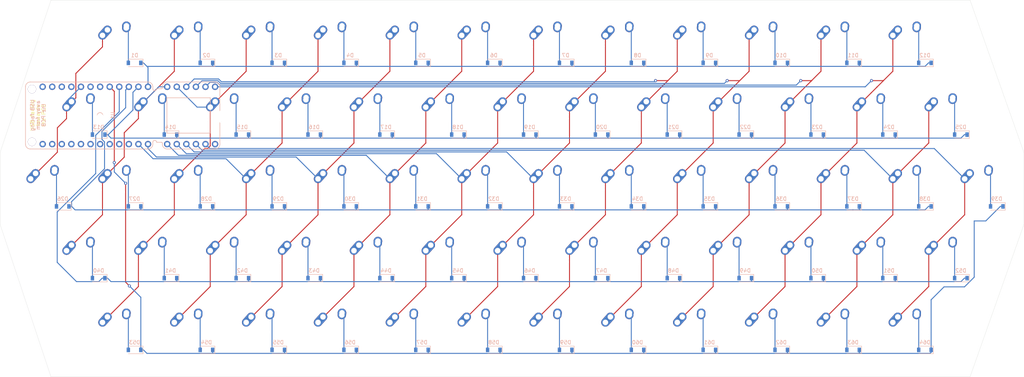
<source format=kicad_pcb>
(kicad_pcb (version 20171130) (host pcbnew "(5.1.4)-1")
  (layers (0 F.Cu signal) (31 B.Cu signal) (34 B.Paste user) (35 F.Paste user) (36 B.SilkS user) (37 F.SilkS user) (38 B.Mask user) (39 F.Mask user) (44 Edge.Cuts user))
  (net 0 "")
  (net 1 "Net-(D1-Pad2)")
  (net 2 "Net-(D2-Pad2)")
  (net 3 "Net-(D3-Pad2)")
  (net 4 "Net-(D4-Pad2)")
  (net 5 "Net-(D5-Pad2)")
  (net 6 "Net-(D6-Pad2)")
  (net 7 "Net-(D7-Pad2)")
  (net 8 "Net-(D8-Pad2)")
  (net 9 "Net-(D9-Pad2)")
  (net 10 "Net-(D10-Pad2)")
  (net 11 "Net-(D11-Pad2)")
  (net 12 "Net-(D12-Pad2)")
  (net 13 "Net-(D13-Pad2)")
  (net 14 "Net-(D14-Pad2)")
  (net 15 "Net-(D15-Pad2)")
  (net 16 "Net-(D16-Pad2)")
  (net 17 "Net-(D17-Pad2)")
  (net 18 "Net-(D18-Pad2)")
  (net 19 "Net-(D19-Pad2)")
  (net 20 "Net-(D20-Pad2)")
  (net 21 "Net-(D21-Pad2)")
  (net 22 "Net-(D22-Pad2)")
  (net 23 "Net-(D23-Pad2)")
  (net 24 "Net-(D24-Pad2)")
  (net 25 "Net-(D25-Pad2)")
  (net 26 "Net-(D26-Pad2)")
  (net 27 "Net-(D27-Pad2)")
  (net 28 "Net-(D28-Pad2)")
  (net 29 "Net-(D29-Pad2)")
  (net 30 "Net-(D30-Pad2)")
  (net 31 "Net-(D31-Pad2)")
  (net 32 "Net-(D32-Pad2)")
  (net 33 "Net-(D33-Pad2)")
  (net 34 "Net-(D34-Pad2)")
  (net 35 "Net-(D35-Pad2)")
  (net 36 "Net-(D36-Pad2)")
  (net 37 "Net-(D37-Pad2)")
  (net 38 "Net-(D38-Pad2)")
  (net 39 "Net-(D39-Pad2)")
  (net 40 "Net-(D40-Pad2)")
  (net 41 "Net-(D41-Pad2)")
  (net 42 "Net-(D42-Pad2)")
  (net 43 "Net-(D43-Pad2)")
  (net 44 "Net-(D44-Pad2)")
  (net 45 "Net-(D45-Pad2)")
  (net 46 "Net-(D46-Pad2)")
  (net 47 "Net-(D47-Pad2)")
  (net 48 "Net-(D48-Pad2)")
  (net 49 "Net-(D49-Pad2)")
  (net 50 "Net-(D50-Pad2)")
  (net 51 "Net-(D51-Pad2)")
  (net 52 "Net-(D52-Pad2)")
  (net 53 "Net-(D53-Pad2)")
  (net 54 "Net-(D54-Pad2)")
  (net 55 "Net-(D55-Pad2)")
  (net 56 "Net-(D56-Pad2)")
  (net 57 "Net-(D57-Pad2)")
  (net 58 "Net-(D58-Pad2)")
  (net 59 "Net-(D59-Pad2)")
  (net 60 "Net-(D60-Pad2)")
  (net 61 "Net-(D61-Pad2)")
  (net 62 "Net-(D62-Pad2)")
  (net 63 "Net-(D63-Pad2)")
  (net 64 "Net-(D64-Pad2)")
  (net 65 "Net-(U1-PadRST)")
  (net 66 "Net-(U1-PadB13)")
  (net 67 "Net-(U1-PadB14)")
  (net 68 "Net-(U1-PadB8)")
  (net 69 "Net-(U1-PadA0)")
  (net 70 "Net-(U1-PadA1)")
  (net 71 "Net-(U1-Pad3.3V)")
  (net 72 "Net-(U1-PadA2)")
  (net 73 "Net-(U1-PadDFU)")
  (net 74 "Net-(U1-PadGND)")
  (net 75 "Net-(U1-PadB5)")
  (net 76 "Net-(U1-PadB6)")
  (net 77 "Net-(U1-PadA9)")
  (net 78 "Net-(U1-PadA10)")
  (net 79 "Net-(U1-Pad5V)")
  (net 80 ROW0)
  (net 81 ROW1)
  (net 82 ROW2)
  (net 83 ROW3)
  (net 84 ROW4)
  (net 85 COL0)
  (net 86 COL1)
  (net 87 COL2)
  (net 88 COL3)
  (net 89 COL4)
  (net 90 COL5)
  (net 91 COL6)
  (net 92 COL7)
  (net 93 COL8)
  (net 94 COL9)
  (net 95 COL10)
  (net 96 COL11)
  (net 97 COL12)
  (net 98 COL13)
  (module Diode_SMD:D_SOD-123 (layer B.Cu) (at 48.35625 56.35625 180)
    (fp_text reference D1 (at 0 2 180) (layer B.SilkS) (effects (justify mirror)))
    (fp_text value SOD-123)
    (pad 1 smd rect (at -1.65 0 180) (size 0.9 1.2) (layers B.Cu B.Paste B.Mask) (net 80 ROW0))
    (pad 2 smd rect (at 1.65 0 180) (size 0.9 1.2) (layers B.Cu B.Paste B.Mask) (net 1 "Net-(D1-Pad2)"))
  )
  (module Diode_SMD:D_SOD-123 (layer B.Cu) (at 67.40625 56.35625 180)
    (fp_text reference D2 (at 0 2 180) (layer B.SilkS) (effects (justify mirror)))
    (fp_text value SOD-123)
    (pad 2 smd rect (at 1.65 0 180) (size 0.9 1.2) (layers B.Cu B.Paste B.Mask) (net 2 "Net-(D2-Pad2)"))
    (pad 1 smd rect (at -1.65 0 180) (size 0.9 1.2) (layers B.Cu B.Paste B.Mask) (net 80 ROW0))
  )
  (module Diode_SMD:D_SOD-123 (layer B.Cu) (at 86.45625 56.35625 180)
    (fp_text reference D3 (at 0 2 180) (layer B.SilkS) (effects (justify mirror)))
    (fp_text value SOD-123)
    (pad 2 smd rect (at 1.65 0 180) (size 0.9 1.2) (layers B.Cu B.Paste B.Mask) (net 3 "Net-(D3-Pad2)"))
    (pad 1 smd rect (at -1.65 0 180) (size 0.9 1.2) (layers B.Cu B.Paste B.Mask) (net 80 ROW0))
  )
  (module Diode_SMD:D_SOD-123 (layer B.Cu) (at 105.50625 56.35625 180)
    (fp_text reference D4 (at 0 2 180) (layer B.SilkS) (effects (justify mirror)))
    (fp_text value SOD-123)
    (pad 1 smd rect (at -1.65 0 180) (size 0.9 1.2) (layers B.Cu B.Paste B.Mask) (net 80 ROW0))
    (pad 2 smd rect (at 1.65 0 180) (size 0.9 1.2) (layers B.Cu B.Paste B.Mask) (net 4 "Net-(D4-Pad2)"))
  )
  (module Diode_SMD:D_SOD-123 (layer B.Cu) (at 124.55625 56.35625 180)
    (fp_text reference D5 (at 0 2 180) (layer B.SilkS) (effects (justify mirror)))
    (fp_text value SOD-123)
    (pad 1 smd rect (at -1.65 0 180) (size 0.9 1.2) (layers B.Cu B.Paste B.Mask) (net 80 ROW0))
    (pad 2 smd rect (at 1.65 0 180) (size 0.9 1.2) (layers B.Cu B.Paste B.Mask) (net 5 "Net-(D5-Pad2)"))
  )
  (module Diode_SMD:D_SOD-123 (layer B.Cu) (at 143.60625 56.35625 180)
    (fp_text reference D6 (at 0 2 180) (layer B.SilkS) (effects (justify mirror)))
    (fp_text value SOD-123)
    (pad 2 smd rect (at 1.65 0 180) (size 0.9 1.2) (layers B.Cu B.Paste B.Mask) (net 6 "Net-(D6-Pad2)"))
    (pad 1 smd rect (at -1.65 0 180) (size 0.9 1.2) (layers B.Cu B.Paste B.Mask) (net 80 ROW0))
  )
  (module Diode_SMD:D_SOD-123 (layer B.Cu) (at 162.65625 56.35625 180)
    (fp_text reference D7 (at 0 2 180) (layer B.SilkS) (effects (justify mirror)))
    (fp_text value SOD-123)
    (pad 2 smd rect (at 1.65 0 180) (size 0.9 1.2) (layers B.Cu B.Paste B.Mask) (net 7 "Net-(D7-Pad2)"))
    (pad 1 smd rect (at -1.65 0 180) (size 0.9 1.2) (layers B.Cu B.Paste B.Mask) (net 80 ROW0))
  )
  (module Diode_SMD:D_SOD-123 (layer B.Cu) (at 181.70625 56.35625 180)
    (fp_text reference D8 (at 0 2 180) (layer B.SilkS) (effects (justify mirror)))
    (fp_text value SOD-123)
    (pad 2 smd rect (at 1.65 0 180) (size 0.9 1.2) (layers B.Cu B.Paste B.Mask) (net 8 "Net-(D8-Pad2)"))
    (pad 1 smd rect (at -1.65 0 180) (size 0.9 1.2) (layers B.Cu B.Paste B.Mask) (net 80 ROW0))
  )
  (module Diode_SMD:D_SOD-123 (layer B.Cu) (at 200.75625 56.35625 180)
    (fp_text reference D9 (at 0 2 180) (layer B.SilkS) (effects (justify mirror)))
    (fp_text value SOD-123)
    (pad 2 smd rect (at 1.65 0 180) (size 0.9 1.2) (layers B.Cu B.Paste B.Mask) (net 9 "Net-(D9-Pad2)"))
    (pad 1 smd rect (at -1.65 0 180) (size 0.9 1.2) (layers B.Cu B.Paste B.Mask) (net 80 ROW0))
  )
  (module Diode_SMD:D_SOD-123 (layer B.Cu) (at 219.80625 56.35625 180)
    (fp_text reference D10 (at 0 2 180) (layer B.SilkS) (effects (justify mirror)))
    (fp_text value SOD-123)
    (pad 2 smd rect (at 1.65 0 180) (size 0.9 1.2) (layers B.Cu B.Paste B.Mask) (net 10 "Net-(D10-Pad2)"))
    (pad 1 smd rect (at -1.65 0 180) (size 0.9 1.2) (layers B.Cu B.Paste B.Mask) (net 80 ROW0))
  )
  (module Diode_SMD:D_SOD-123 (layer B.Cu) (at 238.85625 56.35625 180)
    (fp_text reference D11 (at 0 2 180) (layer B.SilkS) (effects (justify mirror)))
    (fp_text value SOD-123)
    (pad 1 smd rect (at -1.65 0 180) (size 0.9 1.2) (layers B.Cu B.Paste B.Mask) (net 80 ROW0))
    (pad 2 smd rect (at 1.65 0 180) (size 0.9 1.2) (layers B.Cu B.Paste B.Mask) (net 11 "Net-(D11-Pad2)"))
  )
  (module Diode_SMD:D_SOD-123 (layer B.Cu) (at 257.90625 56.35625 180)
    (fp_text reference D12 (at 0 2 180) (layer B.SilkS) (effects (justify mirror)))
    (fp_text value SOD-123)
    (pad 1 smd rect (at -1.65 0 180) (size 0.9 1.2) (layers B.Cu B.Paste B.Mask) (net 80 ROW0))
    (pad 2 smd rect (at 1.65 0 180) (size 0.9 1.2) (layers B.Cu B.Paste B.Mask) (net 12 "Net-(D12-Pad2)"))
  )
  (module Diode_SMD:D_SOD-123 (layer B.Cu) (at 38.83125 75.40625 180)
    (fp_text reference D13 (at 0 2 180) (layer B.SilkS) (effects (justify mirror)))
    (fp_text value SOD-123)
    (pad 1 smd rect (at -1.65 0 180) (size 0.9 1.2) (layers B.Cu B.Paste B.Mask) (net 81 ROW1))
    (pad 2 smd rect (at 1.65 0 180) (size 0.9 1.2) (layers B.Cu B.Paste B.Mask) (net 13 "Net-(D13-Pad2)"))
  )
  (module Diode_SMD:D_SOD-123 (layer B.Cu) (at 57.88125 75.40625 180)
    (fp_text reference D14 (at 0 2 180) (layer B.SilkS) (effects (justify mirror)))
    (fp_text value SOD-123)
    (pad 1 smd rect (at -1.65 0 180) (size 0.9 1.2) (layers B.Cu B.Paste B.Mask) (net 81 ROW1))
    (pad 2 smd rect (at 1.65 0 180) (size 0.9 1.2) (layers B.Cu B.Paste B.Mask) (net 14 "Net-(D14-Pad2)"))
  )
  (module Diode_SMD:D_SOD-123 (layer B.Cu) (at 76.93125 75.40625 180)
    (fp_text reference D15 (at 0 2 180) (layer B.SilkS) (effects (justify mirror)))
    (fp_text value SOD-123)
    (pad 1 smd rect (at -1.65 0 180) (size 0.9 1.2) (layers B.Cu B.Paste B.Mask) (net 81 ROW1))
    (pad 2 smd rect (at 1.65 0 180) (size 0.9 1.2) (layers B.Cu B.Paste B.Mask) (net 15 "Net-(D15-Pad2)"))
  )
  (module Diode_SMD:D_SOD-123 (layer B.Cu) (at 95.98125 75.40625 180)
    (fp_text reference D16 (at 0 2 180) (layer B.SilkS) (effects (justify mirror)))
    (fp_text value SOD-123)
    (pad 2 smd rect (at 1.65 0 180) (size 0.9 1.2) (layers B.Cu B.Paste B.Mask) (net 16 "Net-(D16-Pad2)"))
    (pad 1 smd rect (at -1.65 0 180) (size 0.9 1.2) (layers B.Cu B.Paste B.Mask) (net 81 ROW1))
  )
  (module Diode_SMD:D_SOD-123 (layer B.Cu) (at 115.03125 75.40625 180)
    (fp_text reference D17 (at 0 2 180) (layer B.SilkS) (effects (justify mirror)))
    (fp_text value SOD-123)
    (pad 2 smd rect (at 1.65 0 180) (size 0.9 1.2) (layers B.Cu B.Paste B.Mask) (net 17 "Net-(D17-Pad2)"))
    (pad 1 smd rect (at -1.65 0 180) (size 0.9 1.2) (layers B.Cu B.Paste B.Mask) (net 81 ROW1))
  )
  (module Diode_SMD:D_SOD-123 (layer B.Cu) (at 134.08125 75.40625 180)
    (fp_text reference D18 (at 0 2 180) (layer B.SilkS) (effects (justify mirror)))
    (fp_text value SOD-123)
    (pad 1 smd rect (at -1.65 0 180) (size 0.9 1.2) (layers B.Cu B.Paste B.Mask) (net 81 ROW1))
    (pad 2 smd rect (at 1.65 0 180) (size 0.9 1.2) (layers B.Cu B.Paste B.Mask) (net 18 "Net-(D18-Pad2)"))
  )
  (module Diode_SMD:D_SOD-123 (layer B.Cu) (at 153.13125 75.40625 180)
    (fp_text reference D19 (at 0 2 180) (layer B.SilkS) (effects (justify mirror)))
    (fp_text value SOD-123)
    (pad 1 smd rect (at -1.65 0 180) (size 0.9 1.2) (layers B.Cu B.Paste B.Mask) (net 81 ROW1))
    (pad 2 smd rect (at 1.65 0 180) (size 0.9 1.2) (layers B.Cu B.Paste B.Mask) (net 19 "Net-(D19-Pad2)"))
  )
  (module Diode_SMD:D_SOD-123 (layer B.Cu) (at 172.18125 75.40625 180)
    (fp_text reference D20 (at 0 2 180) (layer B.SilkS) (effects (justify mirror)))
    (fp_text value SOD-123)
    (pad 1 smd rect (at -1.65 0 180) (size 0.9 1.2) (layers B.Cu B.Paste B.Mask) (net 81 ROW1))
    (pad 2 smd rect (at 1.65 0 180) (size 0.9 1.2) (layers B.Cu B.Paste B.Mask) (net 20 "Net-(D20-Pad2)"))
  )
  (module Diode_SMD:D_SOD-123 (layer B.Cu) (at 191.23125 75.40625 180)
    (fp_text reference D21 (at 0 2 180) (layer B.SilkS) (effects (justify mirror)))
    (fp_text value SOD-123)
    (pad 2 smd rect (at 1.65 0 180) (size 0.9 1.2) (layers B.Cu B.Paste B.Mask) (net 21 "Net-(D21-Pad2)"))
    (pad 1 smd rect (at -1.65 0 180) (size 0.9 1.2) (layers B.Cu B.Paste B.Mask) (net 81 ROW1))
  )
  (module Diode_SMD:D_SOD-123 (layer B.Cu) (at 210.28125 75.40625 180)
    (fp_text reference D22 (at 0 2 180) (layer B.SilkS) (effects (justify mirror)))
    (fp_text value SOD-123)
    (pad 2 smd rect (at 1.65 0 180) (size 0.9 1.2) (layers B.Cu B.Paste B.Mask) (net 22 "Net-(D22-Pad2)"))
    (pad 1 smd rect (at -1.65 0 180) (size 0.9 1.2) (layers B.Cu B.Paste B.Mask) (net 81 ROW1))
  )
  (module Diode_SMD:D_SOD-123 (layer B.Cu) (at 229.33125 75.40625 180)
    (fp_text reference D23 (at 0 2 180) (layer B.SilkS) (effects (justify mirror)))
    (fp_text value SOD-123)
    (pad 2 smd rect (at 1.65 0 180) (size 0.9 1.2) (layers B.Cu B.Paste B.Mask) (net 23 "Net-(D23-Pad2)"))
    (pad 1 smd rect (at -1.65 0 180) (size 0.9 1.2) (layers B.Cu B.Paste B.Mask) (net 81 ROW1))
  )
  (module Diode_SMD:D_SOD-123 (layer B.Cu) (at 248.38125 75.40625 180)
    (fp_text reference D24 (at 0 2 180) (layer B.SilkS) (effects (justify mirror)))
    (fp_text value SOD-123)
    (pad 1 smd rect (at -1.65 0 180) (size 0.9 1.2) (layers B.Cu B.Paste B.Mask) (net 81 ROW1))
    (pad 2 smd rect (at 1.65 0 180) (size 0.9 1.2) (layers B.Cu B.Paste B.Mask) (net 24 "Net-(D24-Pad2)"))
  )
  (module Diode_SMD:D_SOD-123 (layer B.Cu) (at 267.43125 75.40625 180)
    (fp_text reference D25 (at 0 2 180) (layer B.SilkS) (effects (justify mirror)))
    (fp_text value SOD-123)
    (pad 2 smd rect (at 1.65 0 180) (size 0.9 1.2) (layers B.Cu B.Paste B.Mask) (net 25 "Net-(D25-Pad2)"))
    (pad 1 smd rect (at -1.65 0 180) (size 0.9 1.2) (layers B.Cu B.Paste B.Mask) (net 81 ROW1))
  )
  (module Diode_SMD:D_SOD-123 (layer B.Cu) (at 29.30625 94.45625 180)
    (fp_text reference D26 (at 0 2 180) (layer B.SilkS) (effects (justify mirror)))
    (fp_text value SOD-123)
    (pad 1 smd rect (at -1.65 0 180) (size 0.9 1.2) (layers B.Cu B.Paste B.Mask) (net 82 ROW2))
    (pad 2 smd rect (at 1.65 0 180) (size 0.9 1.2) (layers B.Cu B.Paste B.Mask) (net 26 "Net-(D26-Pad2)"))
  )
  (module Diode_SMD:D_SOD-123 (layer B.Cu) (at 48.35625 94.45625 180)
    (fp_text reference D27 (at 0 2 180) (layer B.SilkS) (effects (justify mirror)))
    (fp_text value SOD-123)
    (pad 1 smd rect (at -1.65 0 180) (size 0.9 1.2) (layers B.Cu B.Paste B.Mask) (net 82 ROW2))
    (pad 2 smd rect (at 1.65 0 180) (size 0.9 1.2) (layers B.Cu B.Paste B.Mask) (net 27 "Net-(D27-Pad2)"))
  )
  (module Diode_SMD:D_SOD-123 (layer B.Cu) (at 67.40625 94.45625 180)
    (fp_text reference D28 (at 0 2 180) (layer B.SilkS) (effects (justify mirror)))
    (fp_text value SOD-123)
    (pad 2 smd rect (at 1.65 0 180) (size 0.9 1.2) (layers B.Cu B.Paste B.Mask) (net 28 "Net-(D28-Pad2)"))
    (pad 1 smd rect (at -1.65 0 180) (size 0.9 1.2) (layers B.Cu B.Paste B.Mask) (net 82 ROW2))
  )
  (module Diode_SMD:D_SOD-123 (layer B.Cu) (at 86.45625 94.45625 180)
    (fp_text reference D29 (at 0 2 180) (layer B.SilkS) (effects (justify mirror)))
    (fp_text value SOD-123)
    (pad 1 smd rect (at -1.65 0 180) (size 0.9 1.2) (layers B.Cu B.Paste B.Mask) (net 82 ROW2))
    (pad 2 smd rect (at 1.65 0 180) (size 0.9 1.2) (layers B.Cu B.Paste B.Mask) (net 29 "Net-(D29-Pad2)"))
  )
  (module Diode_SMD:D_SOD-123 (layer B.Cu) (at 105.50625 94.45625 180)
    (fp_text reference D30 (at 0 2 180) (layer B.SilkS) (effects (justify mirror)))
    (fp_text value SOD-123)
    (pad 1 smd rect (at -1.65 0 180) (size 0.9 1.2) (layers B.Cu B.Paste B.Mask) (net 82 ROW2))
    (pad 2 smd rect (at 1.65 0 180) (size 0.9 1.2) (layers B.Cu B.Paste B.Mask) (net 30 "Net-(D30-Pad2)"))
  )
  (module Diode_SMD:D_SOD-123 (layer B.Cu) (at 124.55625 94.45625 180)
    (fp_text reference D31 (at 0 2 180) (layer B.SilkS) (effects (justify mirror)))
    (fp_text value SOD-123)
    (pad 2 smd rect (at 1.65 0 180) (size 0.9 1.2) (layers B.Cu B.Paste B.Mask) (net 31 "Net-(D31-Pad2)"))
    (pad 1 smd rect (at -1.65 0 180) (size 0.9 1.2) (layers B.Cu B.Paste B.Mask) (net 82 ROW2))
  )
  (module Diode_SMD:D_SOD-123 (layer B.Cu) (at 143.60625 94.45625 180)
    (fp_text reference D32 (at 0 2 180) (layer B.SilkS) (effects (justify mirror)))
    (fp_text value SOD-123)
    (pad 2 smd rect (at 1.65 0 180) (size 0.9 1.2) (layers B.Cu B.Paste B.Mask) (net 32 "Net-(D32-Pad2)"))
    (pad 1 smd rect (at -1.65 0 180) (size 0.9 1.2) (layers B.Cu B.Paste B.Mask) (net 82 ROW2))
  )
  (module Diode_SMD:D_SOD-123 (layer B.Cu) (at 162.65625 94.45625 180)
    (fp_text reference D33 (at 0 2 180) (layer B.SilkS) (effects (justify mirror)))
    (fp_text value SOD-123)
    (pad 1 smd rect (at -1.65 0 180) (size 0.9 1.2) (layers B.Cu B.Paste B.Mask) (net 82 ROW2))
    (pad 2 smd rect (at 1.65 0 180) (size 0.9 1.2) (layers B.Cu B.Paste B.Mask) (net 33 "Net-(D33-Pad2)"))
  )
  (module Diode_SMD:D_SOD-123 (layer B.Cu) (at 181.70625 94.45625 180)
    (fp_text reference D34 (at 0 2 180) (layer B.SilkS) (effects (justify mirror)))
    (fp_text value SOD-123)
    (pad 2 smd rect (at 1.65 0 180) (size 0.9 1.2) (layers B.Cu B.Paste B.Mask) (net 34 "Net-(D34-Pad2)"))
    (pad 1 smd rect (at -1.65 0 180) (size 0.9 1.2) (layers B.Cu B.Paste B.Mask) (net 82 ROW2))
  )
  (module Diode_SMD:D_SOD-123 (layer B.Cu) (at 200.75625 94.45625 180)
    (fp_text reference D35 (at 0 2 180) (layer B.SilkS) (effects (justify mirror)))
    (fp_text value SOD-123)
    (pad 2 smd rect (at 1.65 0 180) (size 0.9 1.2) (layers B.Cu B.Paste B.Mask) (net 35 "Net-(D35-Pad2)"))
    (pad 1 smd rect (at -1.65 0 180) (size 0.9 1.2) (layers B.Cu B.Paste B.Mask) (net 82 ROW2))
  )
  (module Diode_SMD:D_SOD-123 (layer B.Cu) (at 219.80625 94.45625 180)
    (fp_text reference D36 (at 0 2 180) (layer B.SilkS) (effects (justify mirror)))
    (fp_text value SOD-123)
    (pad 1 smd rect (at -1.65 0 180) (size 0.9 1.2) (layers B.Cu B.Paste B.Mask) (net 82 ROW2))
    (pad 2 smd rect (at 1.65 0 180) (size 0.9 1.2) (layers B.Cu B.Paste B.Mask) (net 36 "Net-(D36-Pad2)"))
  )
  (module Diode_SMD:D_SOD-123 (layer B.Cu) (at 238.85625 94.45625 180)
    (fp_text reference D37 (at 0 2 180) (layer B.SilkS) (effects (justify mirror)))
    (fp_text value SOD-123)
    (pad 2 smd rect (at 1.65 0 180) (size 0.9 1.2) (layers B.Cu B.Paste B.Mask) (net 37 "Net-(D37-Pad2)"))
    (pad 1 smd rect (at -1.65 0 180) (size 0.9 1.2) (layers B.Cu B.Paste B.Mask) (net 82 ROW2))
  )
  (module Diode_SMD:D_SOD-123 (layer B.Cu) (at 257.90625 94.45625 180)
    (fp_text reference D38 (at 0 2 180) (layer B.SilkS) (effects (justify mirror)))
    (fp_text value SOD-123)
    (pad 2 smd rect (at 1.65 0 180) (size 0.9 1.2) (layers B.Cu B.Paste B.Mask) (net 38 "Net-(D38-Pad2)"))
    (pad 1 smd rect (at -1.65 0 180) (size 0.9 1.2) (layers B.Cu B.Paste B.Mask) (net 82 ROW2))
  )
  (module Diode_SMD:D_SOD-123 (layer B.Cu) (at 276.95625 94.45625 180)
    (fp_text reference D39 (at 0 2 180) (layer B.SilkS) (effects (justify mirror)))
    (fp_text value SOD-123)
    (pad 1 smd rect (at -1.65 0 180) (size 0.9 1.2) (layers B.Cu B.Paste B.Mask) (net 84 ROW4))
    (pad 2 smd rect (at 1.65 0 180) (size 0.9 1.2) (layers B.Cu B.Paste B.Mask) (net 39 "Net-(D39-Pad2)"))
  )
  (module Diode_SMD:D_SOD-123 (layer B.Cu) (at 38.83125 113.50625 180)
    (fp_text reference D40 (at 0 2 180) (layer B.SilkS) (effects (justify mirror)))
    (fp_text value SOD-123)
    (pad 1 smd rect (at -1.65 0 180) (size 0.9 1.2) (layers B.Cu B.Paste B.Mask) (net 83 ROW3))
    (pad 2 smd rect (at 1.65 0 180) (size 0.9 1.2) (layers B.Cu B.Paste B.Mask) (net 40 "Net-(D40-Pad2)"))
  )
  (module Diode_SMD:D_SOD-123 (layer B.Cu) (at 57.88125 113.50625 180)
    (fp_text reference D41 (at 0 2 180) (layer B.SilkS) (effects (justify mirror)))
    (fp_text value SOD-123)
    (pad 1 smd rect (at -1.65 0 180) (size 0.9 1.2) (layers B.Cu B.Paste B.Mask) (net 83 ROW3))
    (pad 2 smd rect (at 1.65 0 180) (size 0.9 1.2) (layers B.Cu B.Paste B.Mask) (net 41 "Net-(D41-Pad2)"))
  )
  (module Diode_SMD:D_SOD-123 (layer B.Cu) (at 76.93125 113.50625 180)
    (fp_text reference D42 (at 0 2 180) (layer B.SilkS) (effects (justify mirror)))
    (fp_text value SOD-123)
    (pad 1 smd rect (at -1.65 0 180) (size 0.9 1.2) (layers B.Cu B.Paste B.Mask) (net 83 ROW3))
    (pad 2 smd rect (at 1.65 0 180) (size 0.9 1.2) (layers B.Cu B.Paste B.Mask) (net 42 "Net-(D42-Pad2)"))
  )
  (module Diode_SMD:D_SOD-123 (layer B.Cu) (at 95.98125 113.50625 180)
    (fp_text reference D43 (at 0 2 180) (layer B.SilkS) (effects (justify mirror)))
    (fp_text value SOD-123)
    (pad 2 smd rect (at 1.65 0 180) (size 0.9 1.2) (layers B.Cu B.Paste B.Mask) (net 43 "Net-(D43-Pad2)"))
    (pad 1 smd rect (at -1.65 0 180) (size 0.9 1.2) (layers B.Cu B.Paste B.Mask) (net 83 ROW3))
  )
  (module Diode_SMD:D_SOD-123 (layer B.Cu) (at 115.03125 113.50625 180)
    (fp_text reference D44 (at 0 2 180) (layer B.SilkS) (effects (justify mirror)))
    (fp_text value SOD-123)
    (pad 1 smd rect (at -1.65 0 180) (size 0.9 1.2) (layers B.Cu B.Paste B.Mask) (net 83 ROW3))
    (pad 2 smd rect (at 1.65 0 180) (size 0.9 1.2) (layers B.Cu B.Paste B.Mask) (net 44 "Net-(D44-Pad2)"))
  )
  (module Diode_SMD:D_SOD-123 (layer B.Cu) (at 134.08125 113.50625 180)
    (fp_text reference D45 (at 0 2 180) (layer B.SilkS) (effects (justify mirror)))
    (fp_text value SOD-123)
    (pad 2 smd rect (at 1.65 0 180) (size 0.9 1.2) (layers B.Cu B.Paste B.Mask) (net 45 "Net-(D45-Pad2)"))
    (pad 1 smd rect (at -1.65 0 180) (size 0.9 1.2) (layers B.Cu B.Paste B.Mask) (net 83 ROW3))
  )
  (module Diode_SMD:D_SOD-123 (layer B.Cu) (at 153.13197 113.50609 180)
    (fp_text reference D46 (at 0 2 180) (layer B.SilkS) (effects (justify mirror)))
    (fp_text value SOD-123)
    (pad 2 smd rect (at 1.65 0 180) (size 0.9 1.2) (layers B.Cu B.Paste B.Mask) (net 46 "Net-(D46-Pad2)"))
    (pad 1 smd rect (at -1.65 0 180) (size 0.9 1.2) (layers B.Cu B.Paste B.Mask) (net 83 ROW3))
  )
  (module Diode_SMD:D_SOD-123 (layer B.Cu) (at 172.18125 113.50625 180)
    (fp_text reference D47 (at 0 2 180) (layer B.SilkS) (effects (justify mirror)))
    (fp_text value SOD-123)
    (pad 2 smd rect (at 1.65 0 180) (size 0.9 1.2) (layers B.Cu B.Paste B.Mask) (net 47 "Net-(D47-Pad2)"))
    (pad 1 smd rect (at -1.65 0 180) (size 0.9 1.2) (layers B.Cu B.Paste B.Mask) (net 83 ROW3))
  )
  (module Diode_SMD:D_SOD-123 (layer B.Cu) (at 191.23125 113.50625 180)
    (fp_text reference D48 (at 0 2 180) (layer B.SilkS) (effects (justify mirror)))
    (fp_text value SOD-123)
    (pad 2 smd rect (at 1.65 0 180) (size 0.9 1.2) (layers B.Cu B.Paste B.Mask) (net 48 "Net-(D48-Pad2)"))
    (pad 1 smd rect (at -1.65 0 180) (size 0.9 1.2) (layers B.Cu B.Paste B.Mask) (net 83 ROW3))
  )
  (module Diode_SMD:D_SOD-123 (layer B.Cu) (at 210.28125 113.50625 180)
    (fp_text reference D49 (at 0 2 180) (layer B.SilkS) (effects (justify mirror)))
    (fp_text value SOD-123)
    (pad 1 smd rect (at -1.65 0 180) (size 0.9 1.2) (layers B.Cu B.Paste B.Mask) (net 83 ROW3))
    (pad 2 smd rect (at 1.65 0 180) (size 0.9 1.2) (layers B.Cu B.Paste B.Mask) (net 49 "Net-(D49-Pad2)"))
  )
  (module Diode_SMD:D_SOD-123 (layer B.Cu) (at 229.33125 113.50625 180)
    (fp_text reference D50 (at 0 2 180) (layer B.SilkS) (effects (justify mirror)))
    (fp_text value SOD-123)
    (pad 1 smd rect (at -1.65 0 180) (size 0.9 1.2) (layers B.Cu B.Paste B.Mask) (net 83 ROW3))
    (pad 2 smd rect (at 1.65 0 180) (size 0.9 1.2) (layers B.Cu B.Paste B.Mask) (net 50 "Net-(D50-Pad2)"))
  )
  (module Diode_SMD:D_SOD-123 (layer B.Cu) (at 248.38125 113.50625 180)
    (fp_text reference D51 (at 0 2 180) (layer B.SilkS) (effects (justify mirror)))
    (fp_text value SOD-123)
    (pad 2 smd rect (at 1.65 0 180) (size 0.9 1.2) (layers B.Cu B.Paste B.Mask) (net 51 "Net-(D51-Pad2)"))
    (pad 1 smd rect (at -1.65 0 180) (size 0.9 1.2) (layers B.Cu B.Paste B.Mask) (net 83 ROW3))
  )
  (module Diode_SMD:D_SOD-123 (layer B.Cu) (at 267.43125 113.50625 180)
    (fp_text reference D52 (at 0 2 180) (layer B.SilkS) (effects (justify mirror)))
    (fp_text value SOD-123)
    (pad 2 smd rect (at 1.65 0 180) (size 0.9 1.2) (layers B.Cu B.Paste B.Mask) (net 52 "Net-(D52-Pad2)"))
    (pad 1 smd rect (at -1.65 0 180) (size 0.9 1.2) (layers B.Cu B.Paste B.Mask) (net 83 ROW3))
  )
  (module Diode_SMD:D_SOD-123 (layer B.Cu) (at 48.35625 132.55625 180)
    (fp_text reference D53 (at 0 2 180) (layer B.SilkS) (effects (justify mirror)))
    (fp_text value SOD-123)
    (pad 1 smd rect (at -1.65 0 180) (size 0.9 1.2) (layers B.Cu B.Paste B.Mask) (net 84 ROW4))
    (pad 2 smd rect (at 1.65 0 180) (size 0.9 1.2) (layers B.Cu B.Paste B.Mask) (net 53 "Net-(D53-Pad2)"))
  )
  (module Diode_SMD:D_SOD-123 (layer B.Cu) (at 67.40625 132.55625 180)
    (fp_text reference D54 (at 0 2 180) (layer B.SilkS) (effects (justify mirror)))
    (fp_text value SOD-123)
    (pad 1 smd rect (at -1.65 0 180) (size 0.9 1.2) (layers B.Cu B.Paste B.Mask) (net 84 ROW4))
    (pad 2 smd rect (at 1.65 0 180) (size 0.9 1.2) (layers B.Cu B.Paste B.Mask) (net 54 "Net-(D54-Pad2)"))
  )
  (module Diode_SMD:D_SOD-123 (layer B.Cu) (at 86.45625 132.55625 180)
    (fp_text reference D55 (at 0 2 180) (layer B.SilkS) (effects (justify mirror)))
    (fp_text value SOD-123)
    (pad 1 smd rect (at -1.65 0 180) (size 0.9 1.2) (layers B.Cu B.Paste B.Mask) (net 84 ROW4))
    (pad 2 smd rect (at 1.65 0 180) (size 0.9 1.2) (layers B.Cu B.Paste B.Mask) (net 55 "Net-(D55-Pad2)"))
  )
  (module Diode_SMD:D_SOD-123 (layer B.Cu) (at 105.50625 132.55625 180)
    (fp_text reference D56 (at 0 2 180) (layer B.SilkS) (effects (justify mirror)))
    (fp_text value SOD-123)
    (pad 1 smd rect (at -1.65 0 180) (size 0.9 1.2) (layers B.Cu B.Paste B.Mask) (net 84 ROW4))
    (pad 2 smd rect (at 1.65 0 180) (size 0.9 1.2) (layers B.Cu B.Paste B.Mask) (net 56 "Net-(D56-Pad2)"))
  )
  (module Diode_SMD:D_SOD-123 (layer B.Cu) (at 124.55625 132.55625 180)
    (fp_text reference D57 (at 0 2 180) (layer B.SilkS) (effects (justify mirror)))
    (fp_text value SOD-123)
    (pad 2 smd rect (at 1.65 0 180) (size 0.9 1.2) (layers B.Cu B.Paste B.Mask) (net 57 "Net-(D57-Pad2)"))
    (pad 1 smd rect (at -1.65 0 180) (size 0.9 1.2) (layers B.Cu B.Paste B.Mask) (net 84 ROW4))
  )
  (module Diode_SMD:D_SOD-123 (layer B.Cu) (at 143.60625 132.55625 180)
    (fp_text reference D58 (at 0 2 180) (layer B.SilkS) (effects (justify mirror)))
    (fp_text value SOD-123)
    (pad 1 smd rect (at -1.65 0 180) (size 0.9 1.2) (layers B.Cu B.Paste B.Mask) (net 84 ROW4))
    (pad 2 smd rect (at 1.65 0 180) (size 0.9 1.2) (layers B.Cu B.Paste B.Mask) (net 58 "Net-(D58-Pad2)"))
  )
  (module Diode_SMD:D_SOD-123 (layer B.Cu) (at 162.65625 132.55625 180)
    (fp_text reference D59 (at 0 2 180) (layer B.SilkS) (effects (justify mirror)))
    (fp_text value SOD-123)
    (pad 2 smd rect (at 1.65 0 180) (size 0.9 1.2) (layers B.Cu B.Paste B.Mask) (net 59 "Net-(D59-Pad2)"))
    (pad 1 smd rect (at -1.65 0 180) (size 0.9 1.2) (layers B.Cu B.Paste B.Mask) (net 84 ROW4))
  )
  (module Diode_SMD:D_SOD-123 (layer B.Cu) (at 181.70625 132.55625 180)
    (fp_text reference D60 (at 0 2 180) (layer B.SilkS) (effects (justify mirror)))
    (fp_text value SOD-123)
    (pad 2 smd rect (at 1.65 0 180) (size 0.9 1.2) (layers B.Cu B.Paste B.Mask) (net 60 "Net-(D60-Pad2)"))
    (pad 1 smd rect (at -1.65 0 180) (size 0.9 1.2) (layers B.Cu B.Paste B.Mask) (net 84 ROW4))
  )
  (module Diode_SMD:D_SOD-123 (layer B.Cu) (at 200.75625 132.55625 180)
    (fp_text reference D61 (at 0 2 180) (layer B.SilkS) (effects (justify mirror)))
    (fp_text value SOD-123)
    (pad 1 smd rect (at -1.65 0 180) (size 0.9 1.2) (layers B.Cu B.Paste B.Mask) (net 84 ROW4))
    (pad 2 smd rect (at 1.65 0 180) (size 0.9 1.2) (layers B.Cu B.Paste B.Mask) (net 61 "Net-(D61-Pad2)"))
  )
  (module Diode_SMD:D_SOD-123 (layer B.Cu) (at 219.80625 132.55625 180)
    (fp_text reference D62 (at 0 2 180) (layer B.SilkS) (effects (justify mirror)))
    (fp_text value SOD-123)
    (pad 2 smd rect (at 1.65 0 180) (size 0.9 1.2) (layers B.Cu B.Paste B.Mask) (net 62 "Net-(D62-Pad2)"))
    (pad 1 smd rect (at -1.65 0 180) (size 0.9 1.2) (layers B.Cu B.Paste B.Mask) (net 84 ROW4))
  )
  (module Diode_SMD:D_SOD-123 (layer B.Cu) (at 238.85625 132.55625 180)
    (fp_text reference D63 (at 0 2 180) (layer B.SilkS) (effects (justify mirror)))
    (fp_text value SOD-123)
    (pad 1 smd rect (at -1.65 0 180) (size 0.9 1.2) (layers B.Cu B.Paste B.Mask) (net 84 ROW4))
    (pad 2 smd rect (at 1.65 0 180) (size 0.9 1.2) (layers B.Cu B.Paste B.Mask) (net 63 "Net-(D63-Pad2)"))
  )
  (module Diode_SMD:D_SOD-123 (layer B.Cu) (at 257.90625 132.55625 180)
    (fp_text reference D64 (at 0 2 180) (layer B.SilkS) (effects (justify mirror)))
    (fp_text value SOD-123)
    (pad 2 smd rect (at 1.65 0 180) (size 0.9 1.2) (layers B.Cu B.Paste B.Mask) (net 64 "Net-(D64-Pad2)"))
    (pad 1 smd rect (at -1.65 0 180) (size 0.9 1.2) (layers B.Cu B.Paste B.Mask) (net 84 ROW4))
  )
  (module proton_c:proton_c_edges_only (layer B.Cu) (at 39.23125 70.30625 270)
    (fp_text reference U1 (at 0.01 -3.39 90) (layer B.SilkS) (effects (justify mirror)))
    (fp_text value proton_c)
    (fp_text user "the PCB" (at -0.05 14.98 90) (layer F.SilkS))
    (fp_text user "away from" (at -0.05 16.48 90) (layer B.SilkS) (effects (justify mirror)))
    (fp_text user "the PCB" (at -0.05 14.98 90) (layer B.SilkS) (effects (justify mirror)))
    (fp_text user towards (at -0.05 16.48 90) (layer F.SilkS))
    (fp_text user "USB facing" (at -0.05 17.98 90) (layer F.SilkS))
    (fp_text user "USB facing" (at -0.05 17.98 90) (layer B.SilkS) (effects (justify mirror)))
    (pad RST thru_hole circle (at 7.615 -30.47 270) (size 1.7 1.7) (drill 1) (layers *.Cu *.Mask) (net 65 "Net-(U1-PadRST)"))
    (pad A13 thru_hole circle (at 7.615 -27.93 270) (size 1.7 1.7) (drill 1) (layers *.Cu *.Mask) (net 98 COL13))
    (pad B12 thru_hole circle (at 7.615 -22.85 270) (size 1.7 1.7) (drill 1) (layers *.Cu *.Mask) (net 92 COL7))
    (pad A14 thru_hole circle (at 7.615 -25.39 270) (size 1.7 1.7) (drill 1) (layers *.Cu *.Mask) (net 97 COL12))
    (pad B10 thru_hole circle (at 7.615 -17.77 270) (size 1.7 1.7) (drill 1) (layers *.Cu *.Mask) (net 90 COL5))
    (pad B11 thru_hole circle (at 7.615 -20.31 270) (size 1.7 1.7) (drill 1) (layers *.Cu *.Mask) (net 91 COL6))
    (pad B9 thru_hole circle (at 7.615 -12.69 270) (size 1.7 1.7) (drill 1) (layers *.Cu *.Mask) (net 89 COL4))
    (pad B13 thru_hole circle (at 7.615 -5.07 270) (size 1.7 1.7) (drill 1) (layers *.Cu *.Mask) (net 66 "Net-(U1-PadB13)"))
    (pad B15 thru_hole circle (at 7.615 -10.15 270) (size 1.7 1.7) (drill 1) (layers *.Cu *.Mask) (net 88 COL3))
    (pad B14 thru_hole circle (at 7.615 -7.61 270) (size 1.7 1.7) (drill 1) (layers *.Cu *.Mask) (net 67 "Net-(U1-PadB14)"))
    (pad B8 thru_hole circle (at 7.615 -2.53 270) (size 1.7 1.7) (drill 1) (layers *.Cu *.Mask) (net 68 "Net-(U1-PadB8)"))
    (pad A0 thru_hole circle (at 7.615 0.01 270) (size 1.7 1.7) (drill 1) (layers *.Cu *.Mask) (net 69 "Net-(U1-PadA0)"))
    (pad A1 thru_hole circle (at 7.615 2.55 270) (size 1.7 1.7) (drill 1) (layers *.Cu *.Mask) (net 70 "Net-(U1-PadA1)"))
    (pad 3.3V thru_hole circle (at 7.615 7.63 270) (size 1.7 1.7) (drill 1) (layers *.Cu *.Mask) (net 71 "Net-(U1-Pad3.3V)"))
    (pad A2 thru_hole circle (at 7.615 5.09 270) (size 1.7 1.7) (drill 1) (layers *.Cu *.Mask) (net 72 "Net-(U1-PadA2)"))
    (pad DFU thru_hole circle (at 7.615 10.17 270) (size 1.7 1.7) (drill 1) (layers *.Cu *.Mask) (net 73 "Net-(U1-PadDFU)"))
    (pad GND thru_hole circle (at 7.615 12.71 270) (size 1.7 1.7) (drill 1) (layers *.Cu *.Mask) (net 74 "Net-(U1-PadGND)"))
    (pad A4 thru_hole circle (at -7.6 -17.77 270) (size 1.7 1.7) (drill 1) (layers *.Cu *.Mask) (net 86 COL1))
    (pad A15 thru_hole circle (at -7.6 -30.47 270) (size 1.7 1.7) (drill 1) (layers *.Cu *.Mask) (net 96 COL11))
    (pad A6 thru_hole circle (at -7.6 -22.85 270) (size 1.7 1.7) (drill 1) (layers *.Cu *.Mask) (net 93 COL8))
    (pad A8 thru_hole circle (at -7.6 -27.93 270) (size 1.7 1.7) (drill 1) (layers *.Cu *.Mask) (net 95 COL10))
    (pad A7 thru_hole circle (at -7.6 -25.39 270) (size 1.7 1.7) (drill 1) (layers *.Cu *.Mask) (net 94 COL9))
    (pad A5 thru_hole circle (at -7.6 -20.31 270) (size 1.7 1.7) (drill 1) (layers *.Cu *.Mask) (net 87 COL2))
    (pad B0 thru_hole circle (at -7.6 -12.69 270) (size 1.7 1.7) (drill 1) (layers *.Cu *.Mask) (net 80 ROW0))
    (pad B1 thru_hole circle (at -7.6 -10.15 270) (size 1.7 1.7) (drill 1) (layers *.Cu *.Mask) (net 81 ROW1))
    (pad B2 thru_hole circle (at -7.6 -7.61 270) (size 1.7 1.7) (drill 1) (layers *.Cu *.Mask) (net 82 ROW2))
    (pad B3 thru_hole circle (at -7.6 -5.07 270) (size 1.7 1.7) (drill 1) (layers *.Cu *.Mask) (net 83 ROW3))
    (pad B4 thru_hole circle (at -7.6 -2.53 270) (size 1.7 1.7) (drill 1) (layers *.Cu *.Mask) (net 84 ROW4))
    (pad B5 thru_hole circle (at -7.6 0.01 270) (size 1.7 1.7) (drill 1) (layers *.Cu *.Mask) (net 75 "Net-(U1-PadB5)"))
    (pad B6 thru_hole circle (at -7.6 2.55 270) (size 1.7 1.7) (drill 1) (layers *.Cu *.Mask) (net 76 "Net-(U1-PadB6)"))
    (pad B7 thru_hole circle (at -7.6 5.09 270) (size 1.7 1.7) (drill 1) (layers *.Cu *.Mask) (net 85 COL0))
    (pad GND thru_hole circle (at -7.6 7.63 270) (size 1.7 1.7) (drill 1) (layers *.Cu *.Mask) (net 74 "Net-(U1-PadGND)"))
    (pad GND thru_hole circle (at -7.6 10.17 270) (size 1.7 1.7) (drill 1) (layers *.Cu *.Mask) (net 74 "Net-(U1-PadGND)"))
    (pad A9 thru_hole circle (at -7.6 15.25 270) (size 1.7 1.7) (drill 1) (layers *.Cu *.Mask) (net 77 "Net-(U1-PadA9)"))
    (pad SCRE thru_hole circle (at -6.9904 18.0748 270) (size 2.2 2.2) (drill 2.2) (layers *.Cu *.Mask))
    (pad SCRE thru_hole circle (at 7.005 18.0748 270) (size 2.2 2.2) (drill 2.2) (layers *.Cu *.Mask))
    (pad A10 thru_hole circle (at -7.6 12.71 270) (size 1.7 1.7) (drill 1) (layers *.Cu *.Mask) (net 78 "Net-(U1-PadA10)"))
    (pad 5V thru_hole circle (at 7.615 15.25 270) (size 1.7 1.7) (drill 1) (layers *.Cu *.Mask) (net 79 "Net-(U1-Pad5V)"))
  )
  (module MX_Alps_Hybrid:MX-1U-NoLED (layer F.Cu) (at 43.65625 51.59375)
    (fp_text reference MX1)
    (fp_text value MX-NoLED)
    (pad "" np_thru_hole circle (at 5.08 0 48.0996) (size 1.75 1.75) (drill 1.75) (layers *.Cu *.Mask))
    (pad "" np_thru_hole circle (at -5.08 0 48.0996) (size 1.75 1.75) (drill 1.75) (layers *.Cu *.Mask))
    (pad 1 thru_hole circle (at -2.5 -4) (size 2.25 2.25) (drill 1.47) (layers *.Cu B.Mask) (net 85 COL0))
    (pad "" np_thru_hole circle (at 0 0) (size 3.9878 3.9878) (drill 3.9878) (layers *.Cu *.Mask))
    (pad 1 thru_hole oval (at -3.81 -2.54 48.0996) (size 4.211556 2.25) (drill 1.47 (offset 0.980778 0)) (layers *.Cu B.Mask) (net 85 COL0))
    (pad 2 thru_hole circle (at 2.54 -5.08) (size 2.25 2.25) (drill 1.47) (layers *.Cu B.Mask) (net 1 "Net-(D1-Pad2)"))
    (pad 2 thru_hole oval (at 2.5 -4.5 86.0548) (size 2.831378 2.25) (drill 1.47 (offset 0.290689 0)) (layers *.Cu B.Mask) (net 1 "Net-(D1-Pad2)"))
  )
  (module MX_Alps_Hybrid:MX-1U-NoLED (layer F.Cu) (at 62.70625 51.59375)
    (fp_text reference MX2)
    (fp_text value MX-NoLED)
    (pad 2 thru_hole oval (at 2.5 -4.5 86.0548) (size 2.831378 2.25) (drill 1.47 (offset 0.290689 0)) (layers *.Cu B.Mask) (net 2 "Net-(D2-Pad2)"))
    (pad 2 thru_hole circle (at 2.54 -5.08) (size 2.25 2.25) (drill 1.47) (layers *.Cu B.Mask) (net 2 "Net-(D2-Pad2)"))
    (pad 1 thru_hole oval (at -3.81 -2.54 48.0996) (size 4.211556 2.25) (drill 1.47 (offset 0.980778 0)) (layers *.Cu B.Mask) (net 86 COL1))
    (pad "" np_thru_hole circle (at 0 0) (size 3.9878 3.9878) (drill 3.9878) (layers *.Cu *.Mask))
    (pad 1 thru_hole circle (at -2.5 -4) (size 2.25 2.25) (drill 1.47) (layers *.Cu B.Mask) (net 86 COL1))
    (pad "" np_thru_hole circle (at -5.08 0 48.0996) (size 1.75 1.75) (drill 1.75) (layers *.Cu *.Mask))
    (pad "" np_thru_hole circle (at 5.08 0 48.0996) (size 1.75 1.75) (drill 1.75) (layers *.Cu *.Mask))
  )
  (module MX_Alps_Hybrid:MX-1U-NoLED (layer F.Cu) (at 81.75625 51.59375)
    (fp_text reference MX3)
    (fp_text value MX-NoLED)
    (pad 2 thru_hole oval (at 2.5 -4.5 86.0548) (size 2.831378 2.25) (drill 1.47 (offset 0.290689 0)) (layers *.Cu B.Mask) (net 3 "Net-(D3-Pad2)"))
    (pad 2 thru_hole circle (at 2.54 -5.08) (size 2.25 2.25) (drill 1.47) (layers *.Cu B.Mask) (net 3 "Net-(D3-Pad2)"))
    (pad 1 thru_hole oval (at -3.81 -2.54 48.0996) (size 4.211556 2.25) (drill 1.47 (offset 0.980778 0)) (layers *.Cu B.Mask) (net 87 COL2))
    (pad "" np_thru_hole circle (at 0 0) (size 3.9878 3.9878) (drill 3.9878) (layers *.Cu *.Mask))
    (pad 1 thru_hole circle (at -2.5 -4) (size 2.25 2.25) (drill 1.47) (layers *.Cu B.Mask) (net 87 COL2))
    (pad "" np_thru_hole circle (at -5.08 0 48.0996) (size 1.75 1.75) (drill 1.75) (layers *.Cu *.Mask))
    (pad "" np_thru_hole circle (at 5.08 0 48.0996) (size 1.75 1.75) (drill 1.75) (layers *.Cu *.Mask))
  )
  (module MX_Alps_Hybrid:MX-1U-NoLED (layer F.Cu) (at 100.80625 51.59375)
    (fp_text reference MX4)
    (fp_text value MX-NoLED)
    (pad "" np_thru_hole circle (at 5.08 0 48.0996) (size 1.75 1.75) (drill 1.75) (layers *.Cu *.Mask))
    (pad "" np_thru_hole circle (at -5.08 0 48.0996) (size 1.75 1.75) (drill 1.75) (layers *.Cu *.Mask))
    (pad 1 thru_hole circle (at -2.5 -4) (size 2.25 2.25) (drill 1.47) (layers *.Cu B.Mask) (net 88 COL3))
    (pad "" np_thru_hole circle (at 0 0) (size 3.9878 3.9878) (drill 3.9878) (layers *.Cu *.Mask))
    (pad 1 thru_hole oval (at -3.81 -2.54 48.0996) (size 4.211556 2.25) (drill 1.47 (offset 0.980778 0)) (layers *.Cu B.Mask) (net 88 COL3))
    (pad 2 thru_hole circle (at 2.54 -5.08) (size 2.25 2.25) (drill 1.47) (layers *.Cu B.Mask) (net 4 "Net-(D4-Pad2)"))
    (pad 2 thru_hole oval (at 2.5 -4.5 86.0548) (size 2.831378 2.25) (drill 1.47 (offset 0.290689 0)) (layers *.Cu B.Mask) (net 4 "Net-(D4-Pad2)"))
  )
  (module MX_Alps_Hybrid:MX-1U-NoLED (layer F.Cu) (at 119.85625 51.59375)
    (fp_text reference MX5)
    (fp_text value MX-NoLED)
    (pad "" np_thru_hole circle (at 5.08 0 48.0996) (size 1.75 1.75) (drill 1.75) (layers *.Cu *.Mask))
    (pad "" np_thru_hole circle (at -5.08 0 48.0996) (size 1.75 1.75) (drill 1.75) (layers *.Cu *.Mask))
    (pad 1 thru_hole circle (at -2.5 -4) (size 2.25 2.25) (drill 1.47) (layers *.Cu B.Mask) (net 89 COL4))
    (pad "" np_thru_hole circle (at 0 0) (size 3.9878 3.9878) (drill 3.9878) (layers *.Cu *.Mask))
    (pad 1 thru_hole oval (at -3.81 -2.54 48.0996) (size 4.211556 2.25) (drill 1.47 (offset 0.980778 0)) (layers *.Cu B.Mask) (net 89 COL4))
    (pad 2 thru_hole circle (at 2.54 -5.08) (size 2.25 2.25) (drill 1.47) (layers *.Cu B.Mask) (net 5 "Net-(D5-Pad2)"))
    (pad 2 thru_hole oval (at 2.5 -4.5 86.0548) (size 2.831378 2.25) (drill 1.47 (offset 0.290689 0)) (layers *.Cu B.Mask) (net 5 "Net-(D5-Pad2)"))
  )
  (module MX_Alps_Hybrid:MX-1U-NoLED (layer F.Cu) (at 138.90625 51.59375)
    (fp_text reference MX6)
    (fp_text value MX-NoLED)
    (pad 2 thru_hole oval (at 2.5 -4.5 86.0548) (size 2.831378 2.25) (drill 1.47 (offset 0.290689 0)) (layers *.Cu B.Mask) (net 6 "Net-(D6-Pad2)"))
    (pad 2 thru_hole circle (at 2.54 -5.08) (size 2.25 2.25) (drill 1.47) (layers *.Cu B.Mask) (net 6 "Net-(D6-Pad2)"))
    (pad 1 thru_hole oval (at -3.81 -2.54 48.0996) (size 4.211556 2.25) (drill 1.47 (offset 0.980778 0)) (layers *.Cu B.Mask) (net 90 COL5))
    (pad "" np_thru_hole circle (at 0 0) (size 3.9878 3.9878) (drill 3.9878) (layers *.Cu *.Mask))
    (pad 1 thru_hole circle (at -2.5 -4) (size 2.25 2.25) (drill 1.47) (layers *.Cu B.Mask) (net 90 COL5))
    (pad "" np_thru_hole circle (at -5.08 0 48.0996) (size 1.75 1.75) (drill 1.75) (layers *.Cu *.Mask))
    (pad "" np_thru_hole circle (at 5.08 0 48.0996) (size 1.75 1.75) (drill 1.75) (layers *.Cu *.Mask))
  )
  (module MX_Alps_Hybrid:MX-1U-NoLED (layer F.Cu) (at 157.95625 51.59375)
    (fp_text reference MX7)
    (fp_text value MX-NoLED)
    (pad 2 thru_hole oval (at 2.5 -4.5 86.0548) (size 2.831378 2.25) (drill 1.47 (offset 0.290689 0)) (layers *.Cu B.Mask) (net 7 "Net-(D7-Pad2)"))
    (pad 2 thru_hole circle (at 2.54 -5.08) (size 2.25 2.25) (drill 1.47) (layers *.Cu B.Mask) (net 7 "Net-(D7-Pad2)"))
    (pad 1 thru_hole oval (at -3.81 -2.54 48.0996) (size 4.211556 2.25) (drill 1.47 (offset 0.980778 0)) (layers *.Cu B.Mask) (net 91 COL6))
    (pad "" np_thru_hole circle (at 0 0) (size 3.9878 3.9878) (drill 3.9878) (layers *.Cu *.Mask))
    (pad 1 thru_hole circle (at -2.5 -4) (size 2.25 2.25) (drill 1.47) (layers *.Cu B.Mask) (net 91 COL6))
    (pad "" np_thru_hole circle (at -5.08 0 48.0996) (size 1.75 1.75) (drill 1.75) (layers *.Cu *.Mask))
    (pad "" np_thru_hole circle (at 5.08 0 48.0996) (size 1.75 1.75) (drill 1.75) (layers *.Cu *.Mask))
  )
  (module MX_Alps_Hybrid:MX-1U-NoLED (layer F.Cu) (at 177.00625 51.59375)
    (fp_text reference MX8)
    (fp_text value MX-NoLED)
    (pad "" np_thru_hole circle (at 5.08 0 48.0996) (size 1.75 1.75) (drill 1.75) (layers *.Cu *.Mask))
    (pad "" np_thru_hole circle (at -5.08 0 48.0996) (size 1.75 1.75) (drill 1.75) (layers *.Cu *.Mask))
    (pad 1 thru_hole circle (at -2.5 -4) (size 2.25 2.25) (drill 1.47) (layers *.Cu B.Mask) (net 92 COL7))
    (pad "" np_thru_hole circle (at 0 0) (size 3.9878 3.9878) (drill 3.9878) (layers *.Cu *.Mask))
    (pad 1 thru_hole oval (at -3.81 -2.54 48.0996) (size 4.211556 2.25) (drill 1.47 (offset 0.980778 0)) (layers *.Cu B.Mask) (net 92 COL7))
    (pad 2 thru_hole circle (at 2.54 -5.08) (size 2.25 2.25) (drill 1.47) (layers *.Cu B.Mask) (net 8 "Net-(D8-Pad2)"))
    (pad 2 thru_hole oval (at 2.5 -4.5 86.0548) (size 2.831378 2.25) (drill 1.47 (offset 0.290689 0)) (layers *.Cu B.Mask) (net 8 "Net-(D8-Pad2)"))
  )
  (module MX_Alps_Hybrid:MX-1U-NoLED (layer F.Cu) (at 196.05625 51.59375)
    (fp_text reference MX9)
    (fp_text value MX-NoLED)
    (pad 2 thru_hole oval (at 2.5 -4.5 86.0548) (size 2.831378 2.25) (drill 1.47 (offset 0.290689 0)) (layers *.Cu B.Mask) (net 9 "Net-(D9-Pad2)"))
    (pad 2 thru_hole circle (at 2.54 -5.08) (size 2.25 2.25) (drill 1.47) (layers *.Cu B.Mask) (net 9 "Net-(D9-Pad2)"))
    (pad 1 thru_hole oval (at -3.81 -2.54 48.0996) (size 4.211556 2.25) (drill 1.47 (offset 0.980778 0)) (layers *.Cu B.Mask) (net 93 COL8))
    (pad "" np_thru_hole circle (at 0 0) (size 3.9878 3.9878) (drill 3.9878) (layers *.Cu *.Mask))
    (pad 1 thru_hole circle (at -2.5 -4) (size 2.25 2.25) (drill 1.47) (layers *.Cu B.Mask) (net 93 COL8))
    (pad "" np_thru_hole circle (at -5.08 0 48.0996) (size 1.75 1.75) (drill 1.75) (layers *.Cu *.Mask))
    (pad "" np_thru_hole circle (at 5.08 0 48.0996) (size 1.75 1.75) (drill 1.75) (layers *.Cu *.Mask))
  )
  (module MX_Alps_Hybrid:MX-1U-NoLED (layer F.Cu) (at 215.10625 51.59375)
    (fp_text reference MX10)
    (fp_text value MX-NoLED)
    (pad "" np_thru_hole circle (at 5.08 0 48.0996) (size 1.75 1.75) (drill 1.75) (layers *.Cu *.Mask))
    (pad "" np_thru_hole circle (at -5.08 0 48.0996) (size 1.75 1.75) (drill 1.75) (layers *.Cu *.Mask))
    (pad 1 thru_hole circle (at -2.5 -4) (size 2.25 2.25) (drill 1.47) (layers *.Cu B.Mask) (net 94 COL9))
    (pad "" np_thru_hole circle (at 0 0) (size 3.9878 3.9878) (drill 3.9878) (layers *.Cu *.Mask))
    (pad 1 thru_hole oval (at -3.81 -2.54 48.0996) (size 4.211556 2.25) (drill 1.47 (offset 0.980778 0)) (layers *.Cu B.Mask) (net 94 COL9))
    (pad 2 thru_hole circle (at 2.54 -5.08) (size 2.25 2.25) (drill 1.47) (layers *.Cu B.Mask) (net 10 "Net-(D10-Pad2)"))
    (pad 2 thru_hole oval (at 2.5 -4.5 86.0548) (size 2.831378 2.25) (drill 1.47 (offset 0.290689 0)) (layers *.Cu B.Mask) (net 10 "Net-(D10-Pad2)"))
  )
  (module MX_Alps_Hybrid:MX-1U-NoLED (layer F.Cu) (at 234.15625 51.59375)
    (fp_text reference MX11)
    (fp_text value MX-NoLED)
    (pad 2 thru_hole oval (at 2.5 -4.5 86.0548) (size 2.831378 2.25) (drill 1.47 (offset 0.290689 0)) (layers *.Cu B.Mask) (net 11 "Net-(D11-Pad2)"))
    (pad 2 thru_hole circle (at 2.54 -5.08) (size 2.25 2.25) (drill 1.47) (layers *.Cu B.Mask) (net 11 "Net-(D11-Pad2)"))
    (pad 1 thru_hole oval (at -3.81 -2.54 48.0996) (size 4.211556 2.25) (drill 1.47 (offset 0.980778 0)) (layers *.Cu B.Mask) (net 95 COL10))
    (pad "" np_thru_hole circle (at 0 0) (size 3.9878 3.9878) (drill 3.9878) (layers *.Cu *.Mask))
    (pad 1 thru_hole circle (at -2.5 -4) (size 2.25 2.25) (drill 1.47) (layers *.Cu B.Mask) (net 95 COL10))
    (pad "" np_thru_hole circle (at -5.08 0 48.0996) (size 1.75 1.75) (drill 1.75) (layers *.Cu *.Mask))
    (pad "" np_thru_hole circle (at 5.08 0 48.0996) (size 1.75 1.75) (drill 1.75) (layers *.Cu *.Mask))
  )
  (module MX_Alps_Hybrid:MX-1U-NoLED (layer F.Cu) (at 253.20625 51.59375)
    (fp_text reference MX12)
    (fp_text value MX-NoLED)
    (pad "" np_thru_hole circle (at 5.08 0 48.0996) (size 1.75 1.75) (drill 1.75) (layers *.Cu *.Mask))
    (pad "" np_thru_hole circle (at -5.08 0 48.0996) (size 1.75 1.75) (drill 1.75) (layers *.Cu *.Mask))
    (pad 1 thru_hole circle (at -2.5 -4) (size 2.25 2.25) (drill 1.47) (layers *.Cu B.Mask) (net 96 COL11))
    (pad "" np_thru_hole circle (at 0 0) (size 3.9878 3.9878) (drill 3.9878) (layers *.Cu *.Mask))
    (pad 1 thru_hole oval (at -3.81 -2.54 48.0996) (size 4.211556 2.25) (drill 1.47 (offset 0.980778 0)) (layers *.Cu B.Mask) (net 96 COL11))
    (pad 2 thru_hole circle (at 2.54 -5.08) (size 2.25 2.25) (drill 1.47) (layers *.Cu B.Mask) (net 12 "Net-(D12-Pad2)"))
    (pad 2 thru_hole oval (at 2.5 -4.5 86.0548) (size 2.831378 2.25) (drill 1.47 (offset 0.290689 0)) (layers *.Cu B.Mask) (net 12 "Net-(D12-Pad2)"))
  )
  (module MX_Alps_Hybrid:MX-1U-NoLED (layer F.Cu) (at 34.13125 70.64375)
    (fp_text reference MX13)
    (fp_text value MX-NoLED)
    (pad "" np_thru_hole circle (at 5.08 0 48.0996) (size 1.75 1.75) (drill 1.75) (layers *.Cu *.Mask))
    (pad "" np_thru_hole circle (at -5.08 0 48.0996) (size 1.75 1.75) (drill 1.75) (layers *.Cu *.Mask))
    (pad 1 thru_hole circle (at -2.5 -4) (size 2.25 2.25) (drill 1.47) (layers *.Cu B.Mask) (net 85 COL0))
    (pad "" np_thru_hole circle (at 0 0) (size 3.9878 3.9878) (drill 3.9878) (layers *.Cu *.Mask))
    (pad 1 thru_hole oval (at -3.81 -2.54 48.0996) (size 4.211556 2.25) (drill 1.47 (offset 0.980778 0)) (layers *.Cu B.Mask) (net 85 COL0))
    (pad 2 thru_hole circle (at 2.54 -5.08) (size 2.25 2.25) (drill 1.47) (layers *.Cu B.Mask) (net 13 "Net-(D13-Pad2)"))
    (pad 2 thru_hole oval (at 2.5 -4.5 86.0548) (size 2.831378 2.25) (drill 1.47 (offset 0.290689 0)) (layers *.Cu B.Mask) (net 13 "Net-(D13-Pad2)"))
  )
  (module MX_Alps_Hybrid:MX-1U-NoLED (layer F.Cu) (at 53.18125 70.64375)
    (fp_text reference MX14)
    (fp_text value MX-NoLED)
    (pad "" np_thru_hole circle (at 5.08 0 48.0996) (size 1.75 1.75) (drill 1.75) (layers *.Cu *.Mask))
    (pad "" np_thru_hole circle (at -5.08 0 48.0996) (size 1.75 1.75) (drill 1.75) (layers *.Cu *.Mask))
    (pad 1 thru_hole circle (at -2.5 -4) (size 2.25 2.25) (drill 1.47) (layers *.Cu B.Mask) (net 86 COL1))
    (pad "" np_thru_hole circle (at 0 0) (size 3.9878 3.9878) (drill 3.9878) (layers *.Cu *.Mask))
    (pad 1 thru_hole oval (at -3.81 -2.54 48.0996) (size 4.211556 2.25) (drill 1.47 (offset 0.980778 0)) (layers *.Cu B.Mask) (net 86 COL1))
    (pad 2 thru_hole circle (at 2.54 -5.08) (size 2.25 2.25) (drill 1.47) (layers *.Cu B.Mask) (net 14 "Net-(D14-Pad2)"))
    (pad 2 thru_hole oval (at 2.5 -4.5 86.0548) (size 2.831378 2.25) (drill 1.47 (offset 0.290689 0)) (layers *.Cu B.Mask) (net 14 "Net-(D14-Pad2)"))
  )
  (module MX_Alps_Hybrid:MX-1U-NoLED (layer F.Cu) (at 72.23125 70.64375)
    (fp_text reference MX15)
    (fp_text value MX-NoLED)
    (pad 2 thru_hole oval (at 2.5 -4.5 86.0548) (size 2.831378 2.25) (drill 1.47 (offset 0.290689 0)) (layers *.Cu B.Mask) (net 15 "Net-(D15-Pad2)"))
    (pad 2 thru_hole circle (at 2.54 -5.08) (size 2.25 2.25) (drill 1.47) (layers *.Cu B.Mask) (net 15 "Net-(D15-Pad2)"))
    (pad 1 thru_hole oval (at -3.81 -2.54 48.0996) (size 4.211556 2.25) (drill 1.47 (offset 0.980778 0)) (layers *.Cu B.Mask) (net 87 COL2))
    (pad "" np_thru_hole circle (at 0 0) (size 3.9878 3.9878) (drill 3.9878) (layers *.Cu *.Mask))
    (pad 1 thru_hole circle (at -2.5 -4) (size 2.25 2.25) (drill 1.47) (layers *.Cu B.Mask) (net 87 COL2))
    (pad "" np_thru_hole circle (at -5.08 0 48.0996) (size 1.75 1.75) (drill 1.75) (layers *.Cu *.Mask))
    (pad "" np_thru_hole circle (at 5.08 0 48.0996) (size 1.75 1.75) (drill 1.75) (layers *.Cu *.Mask))
  )
  (module MX_Alps_Hybrid:MX-1U-NoLED (layer F.Cu) (at 91.28125 70.64375)
    (fp_text reference MX16)
    (fp_text value MX-NoLED)
    (pad 2 thru_hole oval (at 2.5 -4.5 86.0548) (size 2.831378 2.25) (drill 1.47 (offset 0.290689 0)) (layers *.Cu B.Mask) (net 16 "Net-(D16-Pad2)"))
    (pad 2 thru_hole circle (at 2.54 -5.08) (size 2.25 2.25) (drill 1.47) (layers *.Cu B.Mask) (net 16 "Net-(D16-Pad2)"))
    (pad 1 thru_hole oval (at -3.81 -2.54 48.0996) (size 4.211556 2.25) (drill 1.47 (offset 0.980778 0)) (layers *.Cu B.Mask) (net 88 COL3))
    (pad "" np_thru_hole circle (at 0 0) (size 3.9878 3.9878) (drill 3.9878) (layers *.Cu *.Mask))
    (pad 1 thru_hole circle (at -2.5 -4) (size 2.25 2.25) (drill 1.47) (layers *.Cu B.Mask) (net 88 COL3))
    (pad "" np_thru_hole circle (at -5.08 0 48.0996) (size 1.75 1.75) (drill 1.75) (layers *.Cu *.Mask))
    (pad "" np_thru_hole circle (at 5.08 0 48.0996) (size 1.75 1.75) (drill 1.75) (layers *.Cu *.Mask))
  )
  (module MX_Alps_Hybrid:MX-1U-NoLED (layer F.Cu) (at 110.33125 70.64375)
    (fp_text reference MX17)
    (fp_text value MX-NoLED)
    (pad "" np_thru_hole circle (at 5.08 0 48.0996) (size 1.75 1.75) (drill 1.75) (layers *.Cu *.Mask))
    (pad "" np_thru_hole circle (at -5.08 0 48.0996) (size 1.75 1.75) (drill 1.75) (layers *.Cu *.Mask))
    (pad 1 thru_hole circle (at -2.5 -4) (size 2.25 2.25) (drill 1.47) (layers *.Cu B.Mask) (net 89 COL4))
    (pad "" np_thru_hole circle (at 0 0) (size 3.9878 3.9878) (drill 3.9878) (layers *.Cu *.Mask))
    (pad 1 thru_hole oval (at -3.81 -2.54 48.0996) (size 4.211556 2.25) (drill 1.47 (offset 0.980778 0)) (layers *.Cu B.Mask) (net 89 COL4))
    (pad 2 thru_hole circle (at 2.54 -5.08) (size 2.25 2.25) (drill 1.47) (layers *.Cu B.Mask) (net 17 "Net-(D17-Pad2)"))
    (pad 2 thru_hole oval (at 2.5 -4.5 86.0548) (size 2.831378 2.25) (drill 1.47 (offset 0.290689 0)) (layers *.Cu B.Mask) (net 17 "Net-(D17-Pad2)"))
  )
  (module MX_Alps_Hybrid:MX-1U-NoLED (layer F.Cu) (at 129.38125 70.64375)
    (fp_text reference MX18)
    (fp_text value MX-NoLED)
    (pad 2 thru_hole oval (at 2.5 -4.5 86.0548) (size 2.831378 2.25) (drill 1.47 (offset 0.290689 0)) (layers *.Cu B.Mask) (net 18 "Net-(D18-Pad2)"))
    (pad 2 thru_hole circle (at 2.54 -5.08) (size 2.25 2.25) (drill 1.47) (layers *.Cu B.Mask) (net 18 "Net-(D18-Pad2)"))
    (pad 1 thru_hole oval (at -3.81 -2.54 48.0996) (size 4.211556 2.25) (drill 1.47 (offset 0.980778 0)) (layers *.Cu B.Mask) (net 90 COL5))
    (pad "" np_thru_hole circle (at 0 0) (size 3.9878 3.9878) (drill 3.9878) (layers *.Cu *.Mask))
    (pad 1 thru_hole circle (at -2.5 -4) (size 2.25 2.25) (drill 1.47) (layers *.Cu B.Mask) (net 90 COL5))
    (pad "" np_thru_hole circle (at -5.08 0 48.0996) (size 1.75 1.75) (drill 1.75) (layers *.Cu *.Mask))
    (pad "" np_thru_hole circle (at 5.08 0 48.0996) (size 1.75 1.75) (drill 1.75) (layers *.Cu *.Mask))
  )
  (module MX_Alps_Hybrid:MX-1U-NoLED (layer F.Cu) (at 148.43125 70.64375)
    (fp_text reference MX19)
    (fp_text value MX-NoLED)
    (pad "" np_thru_hole circle (at 5.08 0 48.0996) (size 1.75 1.75) (drill 1.75) (layers *.Cu *.Mask))
    (pad "" np_thru_hole circle (at -5.08 0 48.0996) (size 1.75 1.75) (drill 1.75) (layers *.Cu *.Mask))
    (pad 1 thru_hole circle (at -2.5 -4) (size 2.25 2.25) (drill 1.47) (layers *.Cu B.Mask) (net 91 COL6))
    (pad "" np_thru_hole circle (at 0 0) (size 3.9878 3.9878) (drill 3.9878) (layers *.Cu *.Mask))
    (pad 1 thru_hole oval (at -3.81 -2.54 48.0996) (size 4.211556 2.25) (drill 1.47 (offset 0.980778 0)) (layers *.Cu B.Mask) (net 91 COL6))
    (pad 2 thru_hole circle (at 2.54 -5.08) (size 2.25 2.25) (drill 1.47) (layers *.Cu B.Mask) (net 19 "Net-(D19-Pad2)"))
    (pad 2 thru_hole oval (at 2.5 -4.5 86.0548) (size 2.831378 2.25) (drill 1.47 (offset 0.290689 0)) (layers *.Cu B.Mask) (net 19 "Net-(D19-Pad2)"))
  )
  (module MX_Alps_Hybrid:MX-1U-NoLED (layer F.Cu) (at 167.48125 70.64375)
    (fp_text reference MX20)
    (fp_text value MX-NoLED)
    (pad "" np_thru_hole circle (at 5.08 0 48.0996) (size 1.75 1.75) (drill 1.75) (layers *.Cu *.Mask))
    (pad "" np_thru_hole circle (at -5.08 0 48.0996) (size 1.75 1.75) (drill 1.75) (layers *.Cu *.Mask))
    (pad 1 thru_hole circle (at -2.5 -4) (size 2.25 2.25) (drill 1.47) (layers *.Cu B.Mask) (net 92 COL7))
    (pad "" np_thru_hole circle (at 0 0) (size 3.9878 3.9878) (drill 3.9878) (layers *.Cu *.Mask))
    (pad 1 thru_hole oval (at -3.81 -2.54 48.0996) (size 4.211556 2.25) (drill 1.47 (offset 0.980778 0)) (layers *.Cu B.Mask) (net 92 COL7))
    (pad 2 thru_hole circle (at 2.54 -5.08) (size 2.25 2.25) (drill 1.47) (layers *.Cu B.Mask) (net 20 "Net-(D20-Pad2)"))
    (pad 2 thru_hole oval (at 2.5 -4.5 86.0548) (size 2.831378 2.25) (drill 1.47 (offset 0.290689 0)) (layers *.Cu B.Mask) (net 20 "Net-(D20-Pad2)"))
  )
  (module MX_Alps_Hybrid:MX-1U-NoLED (layer F.Cu) (at 186.53125 70.64375)
    (fp_text reference MX21)
    (fp_text value MX-NoLED)
    (pad "" np_thru_hole circle (at 5.08 0 48.0996) (size 1.75 1.75) (drill 1.75) (layers *.Cu *.Mask))
    (pad "" np_thru_hole circle (at -5.08 0 48.0996) (size 1.75 1.75) (drill 1.75) (layers *.Cu *.Mask))
    (pad 1 thru_hole circle (at -2.5 -4) (size 2.25 2.25) (drill 1.47) (layers *.Cu B.Mask) (net 93 COL8))
    (pad "" np_thru_hole circle (at 0 0) (size 3.9878 3.9878) (drill 3.9878) (layers *.Cu *.Mask))
    (pad 1 thru_hole oval (at -3.81 -2.54 48.0996) (size 4.211556 2.25) (drill 1.47 (offset 0.980778 0)) (layers *.Cu B.Mask) (net 93 COL8))
    (pad 2 thru_hole circle (at 2.54 -5.08) (size 2.25 2.25) (drill 1.47) (layers *.Cu B.Mask) (net 21 "Net-(D21-Pad2)"))
    (pad 2 thru_hole oval (at 2.5 -4.5 86.0548) (size 2.831378 2.25) (drill 1.47 (offset 0.290689 0)) (layers *.Cu B.Mask) (net 21 "Net-(D21-Pad2)"))
  )
  (module MX_Alps_Hybrid:MX-1U-NoLED (layer F.Cu) (at 205.58125 70.64375)
    (fp_text reference MX22)
    (fp_text value MX-NoLED)
    (pad "" np_thru_hole circle (at 5.08 0 48.0996) (size 1.75 1.75) (drill 1.75) (layers *.Cu *.Mask))
    (pad "" np_thru_hole circle (at -5.08 0 48.0996) (size 1.75 1.75) (drill 1.75) (layers *.Cu *.Mask))
    (pad 1 thru_hole circle (at -2.5 -4) (size 2.25 2.25) (drill 1.47) (layers *.Cu B.Mask) (net 94 COL9))
    (pad "" np_thru_hole circle (at 0 0) (size 3.9878 3.9878) (drill 3.9878) (layers *.Cu *.Mask))
    (pad 1 thru_hole oval (at -3.81 -2.54 48.0996) (size 4.211556 2.25) (drill 1.47 (offset 0.980778 0)) (layers *.Cu B.Mask) (net 94 COL9))
    (pad 2 thru_hole circle (at 2.54 -5.08) (size 2.25 2.25) (drill 1.47) (layers *.Cu B.Mask) (net 22 "Net-(D22-Pad2)"))
    (pad 2 thru_hole oval (at 2.5 -4.5 86.0548) (size 2.831378 2.25) (drill 1.47 (offset 0.290689 0)) (layers *.Cu B.Mask) (net 22 "Net-(D22-Pad2)"))
  )
  (module MX_Alps_Hybrid:MX-1U-NoLED (layer F.Cu) (at 224.63125 70.64375)
    (fp_text reference MX23)
    (fp_text value MX-NoLED)
    (pad "" np_thru_hole circle (at 5.08 0 48.0996) (size 1.75 1.75) (drill 1.75) (layers *.Cu *.Mask))
    (pad "" np_thru_hole circle (at -5.08 0 48.0996) (size 1.75 1.75) (drill 1.75) (layers *.Cu *.Mask))
    (pad 1 thru_hole circle (at -2.5 -4) (size 2.25 2.25) (drill 1.47) (layers *.Cu B.Mask) (net 95 COL10))
    (pad "" np_thru_hole circle (at 0 0) (size 3.9878 3.9878) (drill 3.9878) (layers *.Cu *.Mask))
    (pad 1 thru_hole oval (at -3.81 -2.54 48.0996) (size 4.211556 2.25) (drill 1.47 (offset 0.980778 0)) (layers *.Cu B.Mask) (net 95 COL10))
    (pad 2 thru_hole circle (at 2.54 -5.08) (size 2.25 2.25) (drill 1.47) (layers *.Cu B.Mask) (net 23 "Net-(D23-Pad2)"))
    (pad 2 thru_hole oval (at 2.5 -4.5 86.0548) (size 2.831378 2.25) (drill 1.47 (offset 0.290689 0)) (layers *.Cu B.Mask) (net 23 "Net-(D23-Pad2)"))
  )
  (module MX_Alps_Hybrid:MX-1U-NoLED (layer F.Cu) (at 243.68125 70.64375)
    (fp_text reference MX24)
    (fp_text value MX-NoLED)
    (pad 2 thru_hole oval (at 2.5 -4.5 86.0548) (size 2.831378 2.25) (drill 1.47 (offset 0.290689 0)) (layers *.Cu B.Mask) (net 24 "Net-(D24-Pad2)"))
    (pad 2 thru_hole circle (at 2.54 -5.08) (size 2.25 2.25) (drill 1.47) (layers *.Cu B.Mask) (net 24 "Net-(D24-Pad2)"))
    (pad 1 thru_hole oval (at -3.81 -2.54 48.0996) (size 4.211556 2.25) (drill 1.47 (offset 0.980778 0)) (layers *.Cu B.Mask) (net 96 COL11))
    (pad "" np_thru_hole circle (at 0 0) (size 3.9878 3.9878) (drill 3.9878) (layers *.Cu *.Mask))
    (pad 1 thru_hole circle (at -2.5 -4) (size 2.25 2.25) (drill 1.47) (layers *.Cu B.Mask) (net 96 COL11))
    (pad "" np_thru_hole circle (at -5.08 0 48.0996) (size 1.75 1.75) (drill 1.75) (layers *.Cu *.Mask))
    (pad "" np_thru_hole circle (at 5.08 0 48.0996) (size 1.75 1.75) (drill 1.75) (layers *.Cu *.Mask))
  )
  (module MX_Alps_Hybrid:MX-1U-NoLED (layer F.Cu) (at 262.73125 70.64375)
    (fp_text reference MX25)
    (fp_text value MX-NoLED)
    (pad 2 thru_hole oval (at 2.5 -4.5 86.0548) (size 2.831378 2.25) (drill 1.47 (offset 0.290689 0)) (layers *.Cu B.Mask) (net 25 "Net-(D25-Pad2)"))
    (pad 2 thru_hole circle (at 2.54 -5.08) (size 2.25 2.25) (drill 1.47) (layers *.Cu B.Mask) (net 25 "Net-(D25-Pad2)"))
    (pad 1 thru_hole oval (at -3.81 -2.54 48.0996) (size 4.211556 2.25) (drill 1.47 (offset 0.980778 0)) (layers *.Cu B.Mask) (net 97 COL12))
    (pad "" np_thru_hole circle (at 0 0) (size 3.9878 3.9878) (drill 3.9878) (layers *.Cu *.Mask))
    (pad 1 thru_hole circle (at -2.5 -4) (size 2.25 2.25) (drill 1.47) (layers *.Cu B.Mask) (net 97 COL12))
    (pad "" np_thru_hole circle (at -5.08 0 48.0996) (size 1.75 1.75) (drill 1.75) (layers *.Cu *.Mask))
    (pad "" np_thru_hole circle (at 5.08 0 48.0996) (size 1.75 1.75) (drill 1.75) (layers *.Cu *.Mask))
  )
  (module MX_Alps_Hybrid:MX-1U-NoLED (layer F.Cu) (at 24.60625 89.69375)
    (fp_text reference MX26)
    (fp_text value MX-NoLED)
    (pad 2 thru_hole oval (at 2.5 -4.5 86.0548) (size 2.831378 2.25) (drill 1.47 (offset 0.290689 0)) (layers *.Cu B.Mask) (net 26 "Net-(D26-Pad2)"))
    (pad 2 thru_hole circle (at 2.54 -5.08) (size 2.25 2.25) (drill 1.47) (layers *.Cu B.Mask) (net 26 "Net-(D26-Pad2)"))
    (pad 1 thru_hole oval (at -3.81 -2.54 48.0996) (size 4.211556 2.25) (drill 1.47 (offset 0.980778 0)) (layers *.Cu B.Mask) (net 85 COL0))
    (pad "" np_thru_hole circle (at 0 0) (size 3.9878 3.9878) (drill 3.9878) (layers *.Cu *.Mask))
    (pad 1 thru_hole circle (at -2.5 -4) (size 2.25 2.25) (drill 1.47) (layers *.Cu B.Mask) (net 85 COL0))
    (pad "" np_thru_hole circle (at -5.08 0 48.0996) (size 1.75 1.75) (drill 1.75) (layers *.Cu *.Mask))
    (pad "" np_thru_hole circle (at 5.08 0 48.0996) (size 1.75 1.75) (drill 1.75) (layers *.Cu *.Mask))
  )
  (module MX_Alps_Hybrid:MX-1U-NoLED (layer F.Cu) (at 43.65625 89.69375)
    (fp_text reference MX27)
    (fp_text value MX-NoLED)
    (pad "" np_thru_hole circle (at 5.08 0 48.0996) (size 1.75 1.75) (drill 1.75) (layers *.Cu *.Mask))
    (pad "" np_thru_hole circle (at -5.08 0 48.0996) (size 1.75 1.75) (drill 1.75) (layers *.Cu *.Mask))
    (pad 1 thru_hole circle (at -2.5 -4) (size 2.25 2.25) (drill 1.47) (layers *.Cu B.Mask) (net 86 COL1))
    (pad "" np_thru_hole circle (at 0 0) (size 3.9878 3.9878) (drill 3.9878) (layers *.Cu *.Mask))
    (pad 1 thru_hole oval (at -3.81 -2.54 48.0996) (size 4.211556 2.25) (drill 1.47 (offset 0.980778 0)) (layers *.Cu B.Mask) (net 86 COL1))
    (pad 2 thru_hole circle (at 2.54 -5.08) (size 2.25 2.25) (drill 1.47) (layers *.Cu B.Mask) (net 27 "Net-(D27-Pad2)"))
    (pad 2 thru_hole oval (at 2.5 -4.5 86.0548) (size 2.831378 2.25) (drill 1.47 (offset 0.290689 0)) (layers *.Cu B.Mask) (net 27 "Net-(D27-Pad2)"))
  )
  (module MX_Alps_Hybrid:MX-1U-NoLED (layer F.Cu) (at 62.70625 89.69375)
    (fp_text reference MX28)
    (fp_text value MX-NoLED)
    (pad "" np_thru_hole circle (at 5.08 0 48.0996) (size 1.75 1.75) (drill 1.75) (layers *.Cu *.Mask))
    (pad "" np_thru_hole circle (at -5.08 0 48.0996) (size 1.75 1.75) (drill 1.75) (layers *.Cu *.Mask))
    (pad 1 thru_hole circle (at -2.5 -4) (size 2.25 2.25) (drill 1.47) (layers *.Cu B.Mask) (net 87 COL2))
    (pad "" np_thru_hole circle (at 0 0) (size 3.9878 3.9878) (drill 3.9878) (layers *.Cu *.Mask))
    (pad 1 thru_hole oval (at -3.81 -2.54 48.0996) (size 4.211556 2.25) (drill 1.47 (offset 0.980778 0)) (layers *.Cu B.Mask) (net 87 COL2))
    (pad 2 thru_hole circle (at 2.54 -5.08) (size 2.25 2.25) (drill 1.47) (layers *.Cu B.Mask) (net 28 "Net-(D28-Pad2)"))
    (pad 2 thru_hole oval (at 2.5 -4.5 86.0548) (size 2.831378 2.25) (drill 1.47 (offset 0.290689 0)) (layers *.Cu B.Mask) (net 28 "Net-(D28-Pad2)"))
  )
  (module MX_Alps_Hybrid:MX-1U-NoLED (layer F.Cu) (at 81.75625 89.69375)
    (fp_text reference MX29)
    (fp_text value MX-NoLED)
    (pad 2 thru_hole oval (at 2.5 -4.5 86.0548) (size 2.831378 2.25) (drill 1.47 (offset 0.290689 0)) (layers *.Cu B.Mask) (net 29 "Net-(D29-Pad2)"))
    (pad 2 thru_hole circle (at 2.54 -5.08) (size 2.25 2.25) (drill 1.47) (layers *.Cu B.Mask) (net 29 "Net-(D29-Pad2)"))
    (pad 1 thru_hole oval (at -3.81 -2.54 48.0996) (size 4.211556 2.25) (drill 1.47 (offset 0.980778 0)) (layers *.Cu B.Mask) (net 88 COL3))
    (pad "" np_thru_hole circle (at 0 0) (size 3.9878 3.9878) (drill 3.9878) (layers *.Cu *.Mask))
    (pad 1 thru_hole circle (at -2.5 -4) (size 2.25 2.25) (drill 1.47) (layers *.Cu B.Mask) (net 88 COL3))
    (pad "" np_thru_hole circle (at -5.08 0 48.0996) (size 1.75 1.75) (drill 1.75) (layers *.Cu *.Mask))
    (pad "" np_thru_hole circle (at 5.08 0 48.0996) (size 1.75 1.75) (drill 1.75) (layers *.Cu *.Mask))
  )
  (module MX_Alps_Hybrid:MX-1U-NoLED (layer F.Cu) (at 100.80625 89.69375)
    (fp_text reference MX30)
    (fp_text value MX-NoLED)
    (pad "" np_thru_hole circle (at 5.08 0 48.0996) (size 1.75 1.75) (drill 1.75) (layers *.Cu *.Mask))
    (pad "" np_thru_hole circle (at -5.08 0 48.0996) (size 1.75 1.75) (drill 1.75) (layers *.Cu *.Mask))
    (pad 1 thru_hole circle (at -2.5 -4) (size 2.25 2.25) (drill 1.47) (layers *.Cu B.Mask) (net 89 COL4))
    (pad "" np_thru_hole circle (at 0 0) (size 3.9878 3.9878) (drill 3.9878) (layers *.Cu *.Mask))
    (pad 1 thru_hole oval (at -3.81 -2.54 48.0996) (size 4.211556 2.25) (drill 1.47 (offset 0.980778 0)) (layers *.Cu B.Mask) (net 89 COL4))
    (pad 2 thru_hole circle (at 2.54 -5.08) (size 2.25 2.25) (drill 1.47) (layers *.Cu B.Mask) (net 30 "Net-(D30-Pad2)"))
    (pad 2 thru_hole oval (at 2.5 -4.5 86.0548) (size 2.831378 2.25) (drill 1.47 (offset 0.290689 0)) (layers *.Cu B.Mask) (net 30 "Net-(D30-Pad2)"))
  )
  (module MX_Alps_Hybrid:MX-1U-NoLED (layer F.Cu) (at 119.85625 89.69375)
    (fp_text reference MX31)
    (fp_text value MX-NoLED)
    (pad 2 thru_hole oval (at 2.5 -4.5 86.0548) (size 2.831378 2.25) (drill 1.47 (offset 0.290689 0)) (layers *.Cu B.Mask) (net 31 "Net-(D31-Pad2)"))
    (pad 2 thru_hole circle (at 2.54 -5.08) (size 2.25 2.25) (drill 1.47) (layers *.Cu B.Mask) (net 31 "Net-(D31-Pad2)"))
    (pad 1 thru_hole oval (at -3.81 -2.54 48.0996) (size 4.211556 2.25) (drill 1.47 (offset 0.980778 0)) (layers *.Cu B.Mask) (net 90 COL5))
    (pad "" np_thru_hole circle (at 0 0) (size 3.9878 3.9878) (drill 3.9878) (layers *.Cu *.Mask))
    (pad 1 thru_hole circle (at -2.5 -4) (size 2.25 2.25) (drill 1.47) (layers *.Cu B.Mask) (net 90 COL5))
    (pad "" np_thru_hole circle (at -5.08 0 48.0996) (size 1.75 1.75) (drill 1.75) (layers *.Cu *.Mask))
    (pad "" np_thru_hole circle (at 5.08 0 48.0996) (size 1.75 1.75) (drill 1.75) (layers *.Cu *.Mask))
  )
  (module MX_Alps_Hybrid:MX-1U-NoLED (layer F.Cu) (at 138.90625 89.69375)
    (fp_text reference MX32)
    (fp_text value MX-NoLED)
    (pad 2 thru_hole oval (at 2.5 -4.5 86.0548) (size 2.831378 2.25) (drill 1.47 (offset 0.290689 0)) (layers *.Cu B.Mask) (net 32 "Net-(D32-Pad2)"))
    (pad 2 thru_hole circle (at 2.54 -5.08) (size 2.25 2.25) (drill 1.47) (layers *.Cu B.Mask) (net 32 "Net-(D32-Pad2)"))
    (pad 1 thru_hole oval (at -3.81 -2.54 48.0996) (size 4.211556 2.25) (drill 1.47 (offset 0.980778 0)) (layers *.Cu B.Mask) (net 91 COL6))
    (pad "" np_thru_hole circle (at 0 0) (size 3.9878 3.9878) (drill 3.9878) (layers *.Cu *.Mask))
    (pad 1 thru_hole circle (at -2.5 -4) (size 2.25 2.25) (drill 1.47) (layers *.Cu B.Mask) (net 91 COL6))
    (pad "" np_thru_hole circle (at -5.08 0 48.0996) (size 1.75 1.75) (drill 1.75) (layers *.Cu *.Mask))
    (pad "" np_thru_hole circle (at 5.08 0 48.0996) (size 1.75 1.75) (drill 1.75) (layers *.Cu *.Mask))
  )
  (module MX_Alps_Hybrid:MX-1U-NoLED (layer F.Cu) (at 157.95625 89.69375)
    (fp_text reference MX33)
    (fp_text value MX-NoLED)
    (pad "" np_thru_hole circle (at 5.08 0 48.0996) (size 1.75 1.75) (drill 1.75) (layers *.Cu *.Mask))
    (pad "" np_thru_hole circle (at -5.08 0 48.0996) (size 1.75 1.75) (drill 1.75) (layers *.Cu *.Mask))
    (pad 1 thru_hole circle (at -2.5 -4) (size 2.25 2.25) (drill 1.47) (layers *.Cu B.Mask) (net 92 COL7))
    (pad "" np_thru_hole circle (at 0 0) (size 3.9878 3.9878) (drill 3.9878) (layers *.Cu *.Mask))
    (pad 1 thru_hole oval (at -3.81 -2.54 48.0996) (size 4.211556 2.25) (drill 1.47 (offset 0.980778 0)) (layers *.Cu B.Mask) (net 92 COL7))
    (pad 2 thru_hole circle (at 2.54 -5.08) (size 2.25 2.25) (drill 1.47) (layers *.Cu B.Mask) (net 33 "Net-(D33-Pad2)"))
    (pad 2 thru_hole oval (at 2.5 -4.5 86.0548) (size 2.831378 2.25) (drill 1.47 (offset 0.290689 0)) (layers *.Cu B.Mask) (net 33 "Net-(D33-Pad2)"))
  )
  (module MX_Alps_Hybrid:MX-1U-NoLED (layer F.Cu) (at 177.00625 89.69375)
    (fp_text reference MX34)
    (fp_text value MX-NoLED)
    (pad "" np_thru_hole circle (at 5.08 0 48.0996) (size 1.75 1.75) (drill 1.75) (layers *.Cu *.Mask))
    (pad "" np_thru_hole circle (at -5.08 0 48.0996) (size 1.75 1.75) (drill 1.75) (layers *.Cu *.Mask))
    (pad 1 thru_hole circle (at -2.5 -4) (size 2.25 2.25) (drill 1.47) (layers *.Cu B.Mask) (net 93 COL8))
    (pad "" np_thru_hole circle (at 0 0) (size 3.9878 3.9878) (drill 3.9878) (layers *.Cu *.Mask))
    (pad 1 thru_hole oval (at -3.81 -2.54 48.0996) (size 4.211556 2.25) (drill 1.47 (offset 0.980778 0)) (layers *.Cu B.Mask) (net 93 COL8))
    (pad 2 thru_hole circle (at 2.54 -5.08) (size 2.25 2.25) (drill 1.47) (layers *.Cu B.Mask) (net 34 "Net-(D34-Pad2)"))
    (pad 2 thru_hole oval (at 2.5 -4.5 86.0548) (size 2.831378 2.25) (drill 1.47 (offset 0.290689 0)) (layers *.Cu B.Mask) (net 34 "Net-(D34-Pad2)"))
  )
  (module MX_Alps_Hybrid:MX-1U-NoLED (layer F.Cu) (at 196.05625 89.69375)
    (fp_text reference MX35)
    (fp_text value MX-NoLED)
    (pad 2 thru_hole oval (at 2.5 -4.5 86.0548) (size 2.831378 2.25) (drill 1.47 (offset 0.290689 0)) (layers *.Cu B.Mask) (net 35 "Net-(D35-Pad2)"))
    (pad 2 thru_hole circle (at 2.54 -5.08) (size 2.25 2.25) (drill 1.47) (layers *.Cu B.Mask) (net 35 "Net-(D35-Pad2)"))
    (pad 1 thru_hole oval (at -3.81 -2.54 48.0996) (size 4.211556 2.25) (drill 1.47 (offset 0.980778 0)) (layers *.Cu B.Mask) (net 94 COL9))
    (pad "" np_thru_hole circle (at 0 0) (size 3.9878 3.9878) (drill 3.9878) (layers *.Cu *.Mask))
    (pad 1 thru_hole circle (at -2.5 -4) (size 2.25 2.25) (drill 1.47) (layers *.Cu B.Mask) (net 94 COL9))
    (pad "" np_thru_hole circle (at -5.08 0 48.0996) (size 1.75 1.75) (drill 1.75) (layers *.Cu *.Mask))
    (pad "" np_thru_hole circle (at 5.08 0 48.0996) (size 1.75 1.75) (drill 1.75) (layers *.Cu *.Mask))
  )
  (module MX_Alps_Hybrid:MX-1U-NoLED (layer F.Cu) (at 215.10625 89.69375)
    (fp_text reference MX36)
    (fp_text value MX-NoLED)
    (pad "" np_thru_hole circle (at 5.08 0 48.0996) (size 1.75 1.75) (drill 1.75) (layers *.Cu *.Mask))
    (pad "" np_thru_hole circle (at -5.08 0 48.0996) (size 1.75 1.75) (drill 1.75) (layers *.Cu *.Mask))
    (pad 1 thru_hole circle (at -2.5 -4) (size 2.25 2.25) (drill 1.47) (layers *.Cu B.Mask) (net 95 COL10))
    (pad "" np_thru_hole circle (at 0 0) (size 3.9878 3.9878) (drill 3.9878) (layers *.Cu *.Mask))
    (pad 1 thru_hole oval (at -3.81 -2.54 48.0996) (size 4.211556 2.25) (drill 1.47 (offset 0.980778 0)) (layers *.Cu B.Mask) (net 95 COL10))
    (pad 2 thru_hole circle (at 2.54 -5.08) (size 2.25 2.25) (drill 1.47) (layers *.Cu B.Mask) (net 36 "Net-(D36-Pad2)"))
    (pad 2 thru_hole oval (at 2.5 -4.5 86.0548) (size 2.831378 2.25) (drill 1.47 (offset 0.290689 0)) (layers *.Cu B.Mask) (net 36 "Net-(D36-Pad2)"))
  )
  (module MX_Alps_Hybrid:MX-1U-NoLED (layer F.Cu) (at 234.15625 89.69375)
    (fp_text reference MX37)
    (fp_text value MX-NoLED)
    (pad 2 thru_hole oval (at 2.5 -4.5 86.0548) (size 2.831378 2.25) (drill 1.47 (offset 0.290689 0)) (layers *.Cu B.Mask) (net 37 "Net-(D37-Pad2)"))
    (pad 2 thru_hole circle (at 2.54 -5.08) (size 2.25 2.25) (drill 1.47) (layers *.Cu B.Mask) (net 37 "Net-(D37-Pad2)"))
    (pad 1 thru_hole oval (at -3.81 -2.54 48.0996) (size 4.211556 2.25) (drill 1.47 (offset 0.980778 0)) (layers *.Cu B.Mask) (net 96 COL11))
    (pad "" np_thru_hole circle (at 0 0) (size 3.9878 3.9878) (drill 3.9878) (layers *.Cu *.Mask))
    (pad 1 thru_hole circle (at -2.5 -4) (size 2.25 2.25) (drill 1.47) (layers *.Cu B.Mask) (net 96 COL11))
    (pad "" np_thru_hole circle (at -5.08 0 48.0996) (size 1.75 1.75) (drill 1.75) (layers *.Cu *.Mask))
    (pad "" np_thru_hole circle (at 5.08 0 48.0996) (size 1.75 1.75) (drill 1.75) (layers *.Cu *.Mask))
  )
  (module MX_Alps_Hybrid:MX-1U-NoLED (layer F.Cu) (at 253.20625 89.69375)
    (fp_text reference MX38)
    (fp_text value MX-NoLED)
    (pad 2 thru_hole oval (at 2.5 -4.5 86.0548) (size 2.831378 2.25) (drill 1.47 (offset 0.290689 0)) (layers *.Cu B.Mask) (net 38 "Net-(D38-Pad2)"))
    (pad 2 thru_hole circle (at 2.54 -5.08) (size 2.25 2.25) (drill 1.47) (layers *.Cu B.Mask) (net 38 "Net-(D38-Pad2)"))
    (pad 1 thru_hole oval (at -3.81 -2.54 48.0996) (size 4.211556 2.25) (drill 1.47 (offset 0.980778 0)) (layers *.Cu B.Mask) (net 97 COL12))
    (pad "" np_thru_hole circle (at 0 0) (size 3.9878 3.9878) (drill 3.9878) (layers *.Cu *.Mask))
    (pad 1 thru_hole circle (at -2.5 -4) (size 2.25 2.25) (drill 1.47) (layers *.Cu B.Mask) (net 97 COL12))
    (pad "" np_thru_hole circle (at -5.08 0 48.0996) (size 1.75 1.75) (drill 1.75) (layers *.Cu *.Mask))
    (pad "" np_thru_hole circle (at 5.08 0 48.0996) (size 1.75 1.75) (drill 1.75) (layers *.Cu *.Mask))
  )
  (module MX_Alps_Hybrid:MX-1U-NoLED (layer F.Cu) (at 272.25625 89.69375)
    (fp_text reference MX39)
    (fp_text value MX-NoLED)
    (pad "" np_thru_hole circle (at 5.08 0 48.0996) (size 1.75 1.75) (drill 1.75) (layers *.Cu *.Mask))
    (pad "" np_thru_hole circle (at -5.08 0 48.0996) (size 1.75 1.75) (drill 1.75) (layers *.Cu *.Mask))
    (pad 1 thru_hole circle (at -2.5 -4) (size 2.25 2.25) (drill 1.47) (layers *.Cu B.Mask) (net 98 COL13))
    (pad "" np_thru_hole circle (at 0 0) (size 3.9878 3.9878) (drill 3.9878) (layers *.Cu *.Mask))
    (pad 1 thru_hole oval (at -3.81 -2.54 48.0996) (size 4.211556 2.25) (drill 1.47 (offset 0.980778 0)) (layers *.Cu B.Mask) (net 98 COL13))
    (pad 2 thru_hole circle (at 2.54 -5.08) (size 2.25 2.25) (drill 1.47) (layers *.Cu B.Mask) (net 39 "Net-(D39-Pad2)"))
    (pad 2 thru_hole oval (at 2.5 -4.5 86.0548) (size 2.831378 2.25) (drill 1.47 (offset 0.290689 0)) (layers *.Cu B.Mask) (net 39 "Net-(D39-Pad2)"))
  )
  (module MX_Alps_Hybrid:MX-1U-NoLED (layer F.Cu) (at 34.13125 108.74375)
    (fp_text reference MX40)
    (fp_text value MX-NoLED)
    (pad 2 thru_hole oval (at 2.5 -4.5 86.0548) (size 2.831378 2.25) (drill 1.47 (offset 0.290689 0)) (layers *.Cu B.Mask) (net 40 "Net-(D40-Pad2)"))
    (pad 2 thru_hole circle (at 2.54 -5.08) (size 2.25 2.25) (drill 1.47) (layers *.Cu B.Mask) (net 40 "Net-(D40-Pad2)"))
    (pad 1 thru_hole oval (at -3.81 -2.54 48.0996) (size 4.211556 2.25) (drill 1.47 (offset 0.980778 0)) (layers *.Cu B.Mask) (net 86 COL1))
    (pad "" np_thru_hole circle (at 0 0) (size 3.9878 3.9878) (drill 3.9878) (layers *.Cu *.Mask))
    (pad 1 thru_hole circle (at -2.5 -4) (size 2.25 2.25) (drill 1.47) (layers *.Cu B.Mask) (net 86 COL1))
    (pad "" np_thru_hole circle (at -5.08 0 48.0996) (size 1.75 1.75) (drill 1.75) (layers *.Cu *.Mask))
    (pad "" np_thru_hole circle (at 5.08 0 48.0996) (size 1.75 1.75) (drill 1.75) (layers *.Cu *.Mask))
  )
  (module MX_Alps_Hybrid:MX-1U-NoLED (layer F.Cu) (at 53.18125 108.74375)
    (fp_text reference MX41)
    (fp_text value MX-NoLED)
    (pad "" np_thru_hole circle (at 5.08 0 48.0996) (size 1.75 1.75) (drill 1.75) (layers *.Cu *.Mask))
    (pad "" np_thru_hole circle (at -5.08 0 48.0996) (size 1.75 1.75) (drill 1.75) (layers *.Cu *.Mask))
    (pad 1 thru_hole circle (at -2.5 -4) (size 2.25 2.25) (drill 1.47) (layers *.Cu B.Mask) (net 87 COL2))
    (pad "" np_thru_hole circle (at 0 0) (size 3.9878 3.9878) (drill 3.9878) (layers *.Cu *.Mask))
    (pad 1 thru_hole oval (at -3.81 -2.54 48.0996) (size 4.211556 2.25) (drill 1.47 (offset 0.980778 0)) (layers *.Cu B.Mask) (net 87 COL2))
    (pad 2 thru_hole circle (at 2.54 -5.08) (size 2.25 2.25) (drill 1.47) (layers *.Cu B.Mask) (net 41 "Net-(D41-Pad2)"))
    (pad 2 thru_hole oval (at 2.5 -4.5 86.0548) (size 2.831378 2.25) (drill 1.47 (offset 0.290689 0)) (layers *.Cu B.Mask) (net 41 "Net-(D41-Pad2)"))
  )
  (module MX_Alps_Hybrid:MX-1U-NoLED (layer F.Cu) (at 72.23125 108.74375)
    (fp_text reference MX42)
    (fp_text value MX-NoLED)
    (pad 2 thru_hole oval (at 2.5 -4.5 86.0548) (size 2.831378 2.25) (drill 1.47 (offset 0.290689 0)) (layers *.Cu B.Mask) (net 42 "Net-(D42-Pad2)"))
    (pad 2 thru_hole circle (at 2.54 -5.08) (size 2.25 2.25) (drill 1.47) (layers *.Cu B.Mask) (net 42 "Net-(D42-Pad2)"))
    (pad 1 thru_hole oval (at -3.81 -2.54 48.0996) (size 4.211556 2.25) (drill 1.47 (offset 0.980778 0)) (layers *.Cu B.Mask) (net 88 COL3))
    (pad "" np_thru_hole circle (at 0 0) (size 3.9878 3.9878) (drill 3.9878) (layers *.Cu *.Mask))
    (pad 1 thru_hole circle (at -2.5 -4) (size 2.25 2.25) (drill 1.47) (layers *.Cu B.Mask) (net 88 COL3))
    (pad "" np_thru_hole circle (at -5.08 0 48.0996) (size 1.75 1.75) (drill 1.75) (layers *.Cu *.Mask))
    (pad "" np_thru_hole circle (at 5.08 0 48.0996) (size 1.75 1.75) (drill 1.75) (layers *.Cu *.Mask))
  )
  (module MX_Alps_Hybrid:MX-1U-NoLED (layer F.Cu) (at 91.28125 108.74375)
    (fp_text reference MX43)
    (fp_text value MX-NoLED)
    (pad "" np_thru_hole circle (at 5.08 0 48.0996) (size 1.75 1.75) (drill 1.75) (layers *.Cu *.Mask))
    (pad "" np_thru_hole circle (at -5.08 0 48.0996) (size 1.75 1.75) (drill 1.75) (layers *.Cu *.Mask))
    (pad 1 thru_hole circle (at -2.5 -4) (size 2.25 2.25) (drill 1.47) (layers *.Cu B.Mask) (net 89 COL4))
    (pad "" np_thru_hole circle (at 0 0) (size 3.9878 3.9878) (drill 3.9878) (layers *.Cu *.Mask))
    (pad 1 thru_hole oval (at -3.81 -2.54 48.0996) (size 4.211556 2.25) (drill 1.47 (offset 0.980778 0)) (layers *.Cu B.Mask) (net 89 COL4))
    (pad 2 thru_hole circle (at 2.54 -5.08) (size 2.25 2.25) (drill 1.47) (layers *.Cu B.Mask) (net 43 "Net-(D43-Pad2)"))
    (pad 2 thru_hole oval (at 2.5 -4.5 86.0548) (size 2.831378 2.25) (drill 1.47 (offset 0.290689 0)) (layers *.Cu B.Mask) (net 43 "Net-(D43-Pad2)"))
  )
  (module MX_Alps_Hybrid:MX-1U-NoLED (layer F.Cu) (at 110.33125 108.74375)
    (fp_text reference MX44)
    (fp_text value MX-NoLED)
    (pad 2 thru_hole oval (at 2.5 -4.5 86.0548) (size 2.831378 2.25) (drill 1.47 (offset 0.290689 0)) (layers *.Cu B.Mask) (net 44 "Net-(D44-Pad2)"))
    (pad 2 thru_hole circle (at 2.54 -5.08) (size 2.25 2.25) (drill 1.47) (layers *.Cu B.Mask) (net 44 "Net-(D44-Pad2)"))
    (pad 1 thru_hole oval (at -3.81 -2.54 48.0996) (size 4.211556 2.25) (drill 1.47 (offset 0.980778 0)) (layers *.Cu B.Mask) (net 90 COL5))
    (pad "" np_thru_hole circle (at 0 0) (size 3.9878 3.9878) (drill 3.9878) (layers *.Cu *.Mask))
    (pad 1 thru_hole circle (at -2.5 -4) (size 2.25 2.25) (drill 1.47) (layers *.Cu B.Mask) (net 90 COL5))
    (pad "" np_thru_hole circle (at -5.08 0 48.0996) (size 1.75 1.75) (drill 1.75) (layers *.Cu *.Mask))
    (pad "" np_thru_hole circle (at 5.08 0 48.0996) (size 1.75 1.75) (drill 1.75) (layers *.Cu *.Mask))
  )
  (module MX_Alps_Hybrid:MX-1U-NoLED (layer F.Cu) (at 129.38125 108.74375)
    (fp_text reference MX45)
    (fp_text value MX-NoLED)
    (pad 2 thru_hole oval (at 2.5 -4.5 86.0548) (size 2.831378 2.25) (drill 1.47 (offset 0.290689 0)) (layers *.Cu B.Mask) (net 45 "Net-(D45-Pad2)"))
    (pad 2 thru_hole circle (at 2.54 -5.08) (size 2.25 2.25) (drill 1.47) (layers *.Cu B.Mask) (net 45 "Net-(D45-Pad2)"))
    (pad 1 thru_hole oval (at -3.81 -2.54 48.0996) (size 4.211556 2.25) (drill 1.47 (offset 0.980778 0)) (layers *.Cu B.Mask) (net 91 COL6))
    (pad "" np_thru_hole circle (at 0 0) (size 3.9878 3.9878) (drill 3.9878) (layers *.Cu *.Mask))
    (pad 1 thru_hole circle (at -2.5 -4) (size 2.25 2.25) (drill 1.47) (layers *.Cu B.Mask) (net 91 COL6))
    (pad "" np_thru_hole circle (at -5.08 0 48.0996) (size 1.75 1.75) (drill 1.75) (layers *.Cu *.Mask))
    (pad "" np_thru_hole circle (at 5.08 0 48.0996) (size 1.75 1.75) (drill 1.75) (layers *.Cu *.Mask))
  )
  (module MX_Alps_Hybrid:MX-1U-NoLED (layer F.Cu) (at 148.43197 108.74359)
    (fp_text reference MX46)
    (fp_text value MX-NoLED)
    (pad 2 thru_hole oval (at 2.5 -4.5 86.0548) (size 2.831378 2.25) (drill 1.47 (offset 0.290689 0)) (layers *.Cu B.Mask) (net 46 "Net-(D46-Pad2)"))
    (pad 2 thru_hole circle (at 2.54 -5.08) (size 2.25 2.25) (drill 1.47) (layers *.Cu B.Mask) (net 46 "Net-(D46-Pad2)"))
    (pad 1 thru_hole oval (at -3.81 -2.54 48.0996) (size 4.211556 2.25) (drill 1.47 (offset 0.980778 0)) (layers *.Cu B.Mask) (net 92 COL7))
    (pad "" np_thru_hole circle (at 0 0) (size 3.9878 3.9878) (drill 3.9878) (layers *.Cu *.Mask))
    (pad 1 thru_hole circle (at -2.5 -4) (size 2.25 2.25) (drill 1.47) (layers *.Cu B.Mask) (net 92 COL7))
    (pad "" np_thru_hole circle (at -5.08 0 48.0996) (size 1.75 1.75) (drill 1.75) (layers *.Cu *.Mask))
    (pad "" np_thru_hole circle (at 5.08 0 48.0996) (size 1.75 1.75) (drill 1.75) (layers *.Cu *.Mask))
  )
  (module MX_Alps_Hybrid:MX-1U-NoLED (layer F.Cu) (at 167.48125 108.74375)
    (fp_text reference MX47)
    (fp_text value MX-NoLED)
    (pad 2 thru_hole oval (at 2.5 -4.5 86.0548) (size 2.831378 2.25) (drill 1.47 (offset 0.290689 0)) (layers *.Cu B.Mask) (net 47 "Net-(D47-Pad2)"))
    (pad 2 thru_hole circle (at 2.54 -5.08) (size 2.25 2.25) (drill 1.47) (layers *.Cu B.Mask) (net 47 "Net-(D47-Pad2)"))
    (pad 1 thru_hole oval (at -3.81 -2.54 48.0996) (size 4.211556 2.25) (drill 1.47 (offset 0.980778 0)) (layers *.Cu B.Mask) (net 93 COL8))
    (pad "" np_thru_hole circle (at 0 0) (size 3.9878 3.9878) (drill 3.9878) (layers *.Cu *.Mask))
    (pad 1 thru_hole circle (at -2.5 -4) (size 2.25 2.25) (drill 1.47) (layers *.Cu B.Mask) (net 93 COL8))
    (pad "" np_thru_hole circle (at -5.08 0 48.0996) (size 1.75 1.75) (drill 1.75) (layers *.Cu *.Mask))
    (pad "" np_thru_hole circle (at 5.08 0 48.0996) (size 1.75 1.75) (drill 1.75) (layers *.Cu *.Mask))
  )
  (module MX_Alps_Hybrid:MX-1U-NoLED (layer F.Cu) (at 186.53125 108.74375)
    (fp_text reference MX48)
    (fp_text value MX-NoLED)
    (pad "" np_thru_hole circle (at 5.08 0 48.0996) (size 1.75 1.75) (drill 1.75) (layers *.Cu *.Mask))
    (pad "" np_thru_hole circle (at -5.08 0 48.0996) (size 1.75 1.75) (drill 1.75) (layers *.Cu *.Mask))
    (pad 1 thru_hole circle (at -2.5 -4) (size 2.25 2.25) (drill 1.47) (layers *.Cu B.Mask) (net 94 COL9))
    (pad "" np_thru_hole circle (at 0 0) (size 3.9878 3.9878) (drill 3.9878) (layers *.Cu *.Mask))
    (pad 1 thru_hole oval (at -3.81 -2.54 48.0996) (size 4.211556 2.25) (drill 1.47 (offset 0.980778 0)) (layers *.Cu B.Mask) (net 94 COL9))
    (pad 2 thru_hole circle (at 2.54 -5.08) (size 2.25 2.25) (drill 1.47) (layers *.Cu B.Mask) (net 48 "Net-(D48-Pad2)"))
    (pad 2 thru_hole oval (at 2.5 -4.5 86.0548) (size 2.831378 2.25) (drill 1.47 (offset 0.290689 0)) (layers *.Cu B.Mask) (net 48 "Net-(D48-Pad2)"))
  )
  (module MX_Alps_Hybrid:MX-1U-NoLED (layer F.Cu) (at 205.58125 108.74375)
    (fp_text reference MX49)
    (fp_text value MX-NoLED)
    (pad 2 thru_hole oval (at 2.5 -4.5 86.0548) (size 2.831378 2.25) (drill 1.47 (offset 0.290689 0)) (layers *.Cu B.Mask) (net 49 "Net-(D49-Pad2)"))
    (pad 2 thru_hole circle (at 2.54 -5.08) (size 2.25 2.25) (drill 1.47) (layers *.Cu B.Mask) (net 49 "Net-(D49-Pad2)"))
    (pad 1 thru_hole oval (at -3.81 -2.54 48.0996) (size 4.211556 2.25) (drill 1.47 (offset 0.980778 0)) (layers *.Cu B.Mask) (net 95 COL10))
    (pad "" np_thru_hole circle (at 0 0) (size 3.9878 3.9878) (drill 3.9878) (layers *.Cu *.Mask))
    (pad 1 thru_hole circle (at -2.5 -4) (size 2.25 2.25) (drill 1.47) (layers *.Cu B.Mask) (net 95 COL10))
    (pad "" np_thru_hole circle (at -5.08 0 48.0996) (size 1.75 1.75) (drill 1.75) (layers *.Cu *.Mask))
    (pad "" np_thru_hole circle (at 5.08 0 48.0996) (size 1.75 1.75) (drill 1.75) (layers *.Cu *.Mask))
  )
  (module MX_Alps_Hybrid:MX-1U-NoLED (layer F.Cu) (at 224.63125 108.74375)
    (fp_text reference MX50)
    (fp_text value MX-NoLED)
    (pad 2 thru_hole oval (at 2.5 -4.5 86.0548) (size 2.831378 2.25) (drill 1.47 (offset 0.290689 0)) (layers *.Cu B.Mask) (net 50 "Net-(D50-Pad2)"))
    (pad 2 thru_hole circle (at 2.54 -5.08) (size 2.25 2.25) (drill 1.47) (layers *.Cu B.Mask) (net 50 "Net-(D50-Pad2)"))
    (pad 1 thru_hole oval (at -3.81 -2.54 48.0996) (size 4.211556 2.25) (drill 1.47 (offset 0.980778 0)) (layers *.Cu B.Mask) (net 96 COL11))
    (pad "" np_thru_hole circle (at 0 0) (size 3.9878 3.9878) (drill 3.9878) (layers *.Cu *.Mask))
    (pad 1 thru_hole circle (at -2.5 -4) (size 2.25 2.25) (drill 1.47) (layers *.Cu B.Mask) (net 96 COL11))
    (pad "" np_thru_hole circle (at -5.08 0 48.0996) (size 1.75 1.75) (drill 1.75) (layers *.Cu *.Mask))
    (pad "" np_thru_hole circle (at 5.08 0 48.0996) (size 1.75 1.75) (drill 1.75) (layers *.Cu *.Mask))
  )
  (module MX_Alps_Hybrid:MX-1U-NoLED (layer F.Cu) (at 243.68125 108.74375)
    (fp_text reference MX51)
    (fp_text value MX-NoLED)
    (pad 2 thru_hole oval (at 2.5 -4.5 86.0548) (size 2.831378 2.25) (drill 1.47 (offset 0.290689 0)) (layers *.Cu B.Mask) (net 51 "Net-(D51-Pad2)"))
    (pad 2 thru_hole circle (at 2.54 -5.08) (size 2.25 2.25) (drill 1.47) (layers *.Cu B.Mask) (net 51 "Net-(D51-Pad2)"))
    (pad 1 thru_hole oval (at -3.81 -2.54 48.0996) (size 4.211556 2.25) (drill 1.47 (offset 0.980778 0)) (layers *.Cu B.Mask) (net 97 COL12))
    (pad "" np_thru_hole circle (at 0 0) (size 3.9878 3.9878) (drill 3.9878) (layers *.Cu *.Mask))
    (pad 1 thru_hole circle (at -2.5 -4) (size 2.25 2.25) (drill 1.47) (layers *.Cu B.Mask) (net 97 COL12))
    (pad "" np_thru_hole circle (at -5.08 0 48.0996) (size 1.75 1.75) (drill 1.75) (layers *.Cu *.Mask))
    (pad "" np_thru_hole circle (at 5.08 0 48.0996) (size 1.75 1.75) (drill 1.75) (layers *.Cu *.Mask))
  )
  (module MX_Alps_Hybrid:MX-1U-NoLED (layer F.Cu) (at 262.73125 108.74375)
    (fp_text reference MX52)
    (fp_text value MX-NoLED)
    (pad "" np_thru_hole circle (at 5.08 0 48.0996) (size 1.75 1.75) (drill 1.75) (layers *.Cu *.Mask))
    (pad "" np_thru_hole circle (at -5.08 0 48.0996) (size 1.75 1.75) (drill 1.75) (layers *.Cu *.Mask))
    (pad 1 thru_hole circle (at -2.5 -4) (size 2.25 2.25) (drill 1.47) (layers *.Cu B.Mask) (net 98 COL13))
    (pad "" np_thru_hole circle (at 0 0) (size 3.9878 3.9878) (drill 3.9878) (layers *.Cu *.Mask))
    (pad 1 thru_hole oval (at -3.81 -2.54 48.0996) (size 4.211556 2.25) (drill 1.47 (offset 0.980778 0)) (layers *.Cu B.Mask) (net 98 COL13))
    (pad 2 thru_hole circle (at 2.54 -5.08) (size 2.25 2.25) (drill 1.47) (layers *.Cu B.Mask) (net 52 "Net-(D52-Pad2)"))
    (pad 2 thru_hole oval (at 2.5 -4.5 86.0548) (size 2.831378 2.25) (drill 1.47 (offset 0.290689 0)) (layers *.Cu B.Mask) (net 52 "Net-(D52-Pad2)"))
  )
  (module MX_Alps_Hybrid:MX-1U-NoLED (layer F.Cu) (at 43.65625 127.79375)
    (fp_text reference MX53)
    (fp_text value MX-NoLED)
    (pad "" np_thru_hole circle (at 5.08 0 48.0996) (size 1.75 1.75) (drill 1.75) (layers *.Cu *.Mask))
    (pad "" np_thru_hole circle (at -5.08 0 48.0996) (size 1.75 1.75) (drill 1.75) (layers *.Cu *.Mask))
    (pad 1 thru_hole circle (at -2.5 -4) (size 2.25 2.25) (drill 1.47) (layers *.Cu B.Mask) (net 87 COL2))
    (pad "" np_thru_hole circle (at 0 0) (size 3.9878 3.9878) (drill 3.9878) (layers *.Cu *.Mask))
    (pad 1 thru_hole oval (at -3.81 -2.54 48.0996) (size 4.211556 2.25) (drill 1.47 (offset 0.980778 0)) (layers *.Cu B.Mask) (net 87 COL2))
    (pad 2 thru_hole circle (at 2.54 -5.08) (size 2.25 2.25) (drill 1.47) (layers *.Cu B.Mask) (net 53 "Net-(D53-Pad2)"))
    (pad 2 thru_hole oval (at 2.5 -4.5 86.0548) (size 2.831378 2.25) (drill 1.47 (offset 0.290689 0)) (layers *.Cu B.Mask) (net 53 "Net-(D53-Pad2)"))
  )
  (module MX_Alps_Hybrid:MX-1U-NoLED (layer F.Cu) (at 62.70625 127.79375)
    (fp_text reference MX54)
    (fp_text value MX-NoLED)
    (pad "" np_thru_hole circle (at 5.08 0 48.0996) (size 1.75 1.75) (drill 1.75) (layers *.Cu *.Mask))
    (pad "" np_thru_hole circle (at -5.08 0 48.0996) (size 1.75 1.75) (drill 1.75) (layers *.Cu *.Mask))
    (pad 1 thru_hole circle (at -2.5 -4) (size 2.25 2.25) (drill 1.47) (layers *.Cu B.Mask) (net 88 COL3))
    (pad "" np_thru_hole circle (at 0 0) (size 3.9878 3.9878) (drill 3.9878) (layers *.Cu *.Mask))
    (pad 1 thru_hole oval (at -3.81 -2.54 48.0996) (size 4.211556 2.25) (drill 1.47 (offset 0.980778 0)) (layers *.Cu B.Mask) (net 88 COL3))
    (pad 2 thru_hole circle (at 2.54 -5.08) (size 2.25 2.25) (drill 1.47) (layers *.Cu B.Mask) (net 54 "Net-(D54-Pad2)"))
    (pad 2 thru_hole oval (at 2.5 -4.5 86.0548) (size 2.831378 2.25) (drill 1.47 (offset 0.290689 0)) (layers *.Cu B.Mask) (net 54 "Net-(D54-Pad2)"))
  )
  (module MX_Alps_Hybrid:MX-1U-NoLED (layer F.Cu) (at 81.75625 127.79375)
    (fp_text reference MX55)
    (fp_text value MX-NoLED)
    (pad "" np_thru_hole circle (at 5.08 0 48.0996) (size 1.75 1.75) (drill 1.75) (layers *.Cu *.Mask))
    (pad "" np_thru_hole circle (at -5.08 0 48.0996) (size 1.75 1.75) (drill 1.75) (layers *.Cu *.Mask))
    (pad 1 thru_hole circle (at -2.5 -4) (size 2.25 2.25) (drill 1.47) (layers *.Cu B.Mask) (net 89 COL4))
    (pad "" np_thru_hole circle (at 0 0) (size 3.9878 3.9878) (drill 3.9878) (layers *.Cu *.Mask))
    (pad 1 thru_hole oval (at -3.81 -2.54 48.0996) (size 4.211556 2.25) (drill 1.47 (offset 0.980778 0)) (layers *.Cu B.Mask) (net 89 COL4))
    (pad 2 thru_hole circle (at 2.54 -5.08) (size 2.25 2.25) (drill 1.47) (layers *.Cu B.Mask) (net 55 "Net-(D55-Pad2)"))
    (pad 2 thru_hole oval (at 2.5 -4.5 86.0548) (size 2.831378 2.25) (drill 1.47 (offset 0.290689 0)) (layers *.Cu B.Mask) (net 55 "Net-(D55-Pad2)"))
  )
  (module MX_Alps_Hybrid:MX-1U-NoLED (layer F.Cu) (at 100.80625 127.79375)
    (fp_text reference MX56)
    (fp_text value MX-NoLED)
    (pad 2 thru_hole oval (at 2.5 -4.5 86.0548) (size 2.831378 2.25) (drill 1.47 (offset 0.290689 0)) (layers *.Cu B.Mask) (net 56 "Net-(D56-Pad2)"))
    (pad 2 thru_hole circle (at 2.54 -5.08) (size 2.25 2.25) (drill 1.47) (layers *.Cu B.Mask) (net 56 "Net-(D56-Pad2)"))
    (pad 1 thru_hole oval (at -3.81 -2.54 48.0996) (size 4.211556 2.25) (drill 1.47 (offset 0.980778 0)) (layers *.Cu B.Mask) (net 90 COL5))
    (pad "" np_thru_hole circle (at 0 0) (size 3.9878 3.9878) (drill 3.9878) (layers *.Cu *.Mask))
    (pad 1 thru_hole circle (at -2.5 -4) (size 2.25 2.25) (drill 1.47) (layers *.Cu B.Mask) (net 90 COL5))
    (pad "" np_thru_hole circle (at -5.08 0 48.0996) (size 1.75 1.75) (drill 1.75) (layers *.Cu *.Mask))
    (pad "" np_thru_hole circle (at 5.08 0 48.0996) (size 1.75 1.75) (drill 1.75) (layers *.Cu *.Mask))
  )
  (module MX_Alps_Hybrid:MX-1U-NoLED (layer F.Cu) (at 119.85625 127.79375)
    (fp_text reference MX57)
    (fp_text value MX-NoLED)
    (pad 2 thru_hole oval (at 2.5 -4.5 86.0548) (size 2.831378 2.25) (drill 1.47 (offset 0.290689 0)) (layers *.Cu B.Mask) (net 57 "Net-(D57-Pad2)"))
    (pad 2 thru_hole circle (at 2.54 -5.08) (size 2.25 2.25) (drill 1.47) (layers *.Cu B.Mask) (net 57 "Net-(D57-Pad2)"))
    (pad 1 thru_hole oval (at -3.81 -2.54 48.0996) (size 4.211556 2.25) (drill 1.47 (offset 0.980778 0)) (layers *.Cu B.Mask) (net 91 COL6))
    (pad "" np_thru_hole circle (at 0 0) (size 3.9878 3.9878) (drill 3.9878) (layers *.Cu *.Mask))
    (pad 1 thru_hole circle (at -2.5 -4) (size 2.25 2.25) (drill 1.47) (layers *.Cu B.Mask) (net 91 COL6))
    (pad "" np_thru_hole circle (at -5.08 0 48.0996) (size 1.75 1.75) (drill 1.75) (layers *.Cu *.Mask))
    (pad "" np_thru_hole circle (at 5.08 0 48.0996) (size 1.75 1.75) (drill 1.75) (layers *.Cu *.Mask))
  )
  (module MX_Alps_Hybrid:MX-1U-NoLED (layer F.Cu) (at 138.90625 127.79375)
    (fp_text reference MX58)
    (fp_text value MX-NoLED)
    (pad "" np_thru_hole circle (at 5.08 0 48.0996) (size 1.75 1.75) (drill 1.75) (layers *.Cu *.Mask))
    (pad "" np_thru_hole circle (at -5.08 0 48.0996) (size 1.75 1.75) (drill 1.75) (layers *.Cu *.Mask))
    (pad 1 thru_hole circle (at -2.5 -4) (size 2.25 2.25) (drill 1.47) (layers *.Cu B.Mask) (net 92 COL7))
    (pad "" np_thru_hole circle (at 0 0) (size 3.9878 3.9878) (drill 3.9878) (layers *.Cu *.Mask))
    (pad 1 thru_hole oval (at -3.81 -2.54 48.0996) (size 4.211556 2.25) (drill 1.47 (offset 0.980778 0)) (layers *.Cu B.Mask) (net 92 COL7))
    (pad 2 thru_hole circle (at 2.54 -5.08) (size 2.25 2.25) (drill 1.47) (layers *.Cu B.Mask) (net 58 "Net-(D58-Pad2)"))
    (pad 2 thru_hole oval (at 2.5 -4.5 86.0548) (size 2.831378 2.25) (drill 1.47 (offset 0.290689 0)) (layers *.Cu B.Mask) (net 58 "Net-(D58-Pad2)"))
  )
  (module MX_Alps_Hybrid:MX-1U-NoLED (layer F.Cu) (at 157.95625 127.79375)
    (fp_text reference MX59)
    (fp_text value MX-NoLED)
    (pad 2 thru_hole oval (at 2.5 -4.5 86.0548) (size 2.831378 2.25) (drill 1.47 (offset 0.290689 0)) (layers *.Cu B.Mask) (net 59 "Net-(D59-Pad2)"))
    (pad 2 thru_hole circle (at 2.54 -5.08) (size 2.25 2.25) (drill 1.47) (layers *.Cu B.Mask) (net 59 "Net-(D59-Pad2)"))
    (pad 1 thru_hole oval (at -3.81 -2.54 48.0996) (size 4.211556 2.25) (drill 1.47 (offset 0.980778 0)) (layers *.Cu B.Mask) (net 93 COL8))
    (pad "" np_thru_hole circle (at 0 0) (size 3.9878 3.9878) (drill 3.9878) (layers *.Cu *.Mask))
    (pad 1 thru_hole circle (at -2.5 -4) (size 2.25 2.25) (drill 1.47) (layers *.Cu B.Mask) (net 93 COL8))
    (pad "" np_thru_hole circle (at -5.08 0 48.0996) (size 1.75 1.75) (drill 1.75) (layers *.Cu *.Mask))
    (pad "" np_thru_hole circle (at 5.08 0 48.0996) (size 1.75 1.75) (drill 1.75) (layers *.Cu *.Mask))
  )
  (module MX_Alps_Hybrid:MX-1U-NoLED (layer F.Cu) (at 177.00625 127.79375)
    (fp_text reference MX60)
    (fp_text value MX-NoLED)
    (pad "" np_thru_hole circle (at 5.08 0 48.0996) (size 1.75 1.75) (drill 1.75) (layers *.Cu *.Mask))
    (pad "" np_thru_hole circle (at -5.08 0 48.0996) (size 1.75 1.75) (drill 1.75) (layers *.Cu *.Mask))
    (pad 1 thru_hole circle (at -2.5 -4) (size 2.25 2.25) (drill 1.47) (layers *.Cu B.Mask) (net 94 COL9))
    (pad "" np_thru_hole circle (at 0 0) (size 3.9878 3.9878) (drill 3.9878) (layers *.Cu *.Mask))
    (pad 1 thru_hole oval (at -3.81 -2.54 48.0996) (size 4.211556 2.25) (drill 1.47 (offset 0.980778 0)) (layers *.Cu B.Mask) (net 94 COL9))
    (pad 2 thru_hole circle (at 2.54 -5.08) (size 2.25 2.25) (drill 1.47) (layers *.Cu B.Mask) (net 60 "Net-(D60-Pad2)"))
    (pad 2 thru_hole oval (at 2.5 -4.5 86.0548) (size 2.831378 2.25) (drill 1.47 (offset 0.290689 0)) (layers *.Cu B.Mask) (net 60 "Net-(D60-Pad2)"))
  )
  (module MX_Alps_Hybrid:MX-1U-NoLED (layer F.Cu) (at 196.05625 127.79375)
    (fp_text reference MX61)
    (fp_text value MX-NoLED)
    (pad "" np_thru_hole circle (at 5.08 0 48.0996) (size 1.75 1.75) (drill 1.75) (layers *.Cu *.Mask))
    (pad "" np_thru_hole circle (at -5.08 0 48.0996) (size 1.75 1.75) (drill 1.75) (layers *.Cu *.Mask))
    (pad 1 thru_hole circle (at -2.5 -4) (size 2.25 2.25) (drill 1.47) (layers *.Cu B.Mask) (net 95 COL10))
    (pad "" np_thru_hole circle (at 0 0) (size 3.9878 3.9878) (drill 3.9878) (layers *.Cu *.Mask))
    (pad 1 thru_hole oval (at -3.81 -2.54 48.0996) (size 4.211556 2.25) (drill 1.47 (offset 0.980778 0)) (layers *.Cu B.Mask) (net 95 COL10))
    (pad 2 thru_hole circle (at 2.54 -5.08) (size 2.25 2.25) (drill 1.47) (layers *.Cu B.Mask) (net 61 "Net-(D61-Pad2)"))
    (pad 2 thru_hole oval (at 2.5 -4.5 86.0548) (size 2.831378 2.25) (drill 1.47 (offset 0.290689 0)) (layers *.Cu B.Mask) (net 61 "Net-(D61-Pad2)"))
  )
  (module MX_Alps_Hybrid:MX-1U-NoLED (layer F.Cu) (at 215.10625 127.79375)
    (fp_text reference MX62)
    (fp_text value MX-NoLED)
    (pad 2 thru_hole oval (at 2.5 -4.5 86.0548) (size 2.831378 2.25) (drill 1.47 (offset 0.290689 0)) (layers *.Cu B.Mask) (net 62 "Net-(D62-Pad2)"))
    (pad 2 thru_hole circle (at 2.54 -5.08) (size 2.25 2.25) (drill 1.47) (layers *.Cu B.Mask) (net 62 "Net-(D62-Pad2)"))
    (pad 1 thru_hole oval (at -3.81 -2.54 48.0996) (size 4.211556 2.25) (drill 1.47 (offset 0.980778 0)) (layers *.Cu B.Mask) (net 96 COL11))
    (pad "" np_thru_hole circle (at 0 0) (size 3.9878 3.9878) (drill 3.9878) (layers *.Cu *.Mask))
    (pad 1 thru_hole circle (at -2.5 -4) (size 2.25 2.25) (drill 1.47) (layers *.Cu B.Mask) (net 96 COL11))
    (pad "" np_thru_hole circle (at -5.08 0 48.0996) (size 1.75 1.75) (drill 1.75) (layers *.Cu *.Mask))
    (pad "" np_thru_hole circle (at 5.08 0 48.0996) (size 1.75 1.75) (drill 1.75) (layers *.Cu *.Mask))
  )
  (module MX_Alps_Hybrid:MX-1U-NoLED (layer F.Cu) (at 234.15625 127.79375)
    (fp_text reference MX63)
    (fp_text value MX-NoLED)
    (pad "" np_thru_hole circle (at 5.08 0 48.0996) (size 1.75 1.75) (drill 1.75) (layers *.Cu *.Mask))
    (pad "" np_thru_hole circle (at -5.08 0 48.0996) (size 1.75 1.75) (drill 1.75) (layers *.Cu *.Mask))
    (pad 1 thru_hole circle (at -2.5 -4) (size 2.25 2.25) (drill 1.47) (layers *.Cu B.Mask) (net 97 COL12))
    (pad "" np_thru_hole circle (at 0 0) (size 3.9878 3.9878) (drill 3.9878) (layers *.Cu *.Mask))
    (pad 1 thru_hole oval (at -3.81 -2.54 48.0996) (size 4.211556 2.25) (drill 1.47 (offset 0.980778 0)) (layers *.Cu B.Mask) (net 97 COL12))
    (pad 2 thru_hole circle (at 2.54 -5.08) (size 2.25 2.25) (drill 1.47) (layers *.Cu B.Mask) (net 63 "Net-(D63-Pad2)"))
    (pad 2 thru_hole oval (at 2.5 -4.5 86.0548) (size 2.831378 2.25) (drill 1.47 (offset 0.290689 0)) (layers *.Cu B.Mask) (net 63 "Net-(D63-Pad2)"))
  )
  (module MX_Alps_Hybrid:MX-1U-NoLED (layer F.Cu) (at 253.20625 127.79375)
    (fp_text reference MX64)
    (fp_text value MX-NoLED)
    (pad 2 thru_hole oval (at 2.5 -4.5 86.0548) (size 2.831378 2.25) (drill 1.47 (offset 0.290689 0)) (layers *.Cu B.Mask) (net 64 "Net-(D64-Pad2)"))
    (pad 2 thru_hole circle (at 2.54 -5.08) (size 2.25 2.25) (drill 1.47) (layers *.Cu B.Mask) (net 64 "Net-(D64-Pad2)"))
    (pad 1 thru_hole oval (at -3.81 -2.54 48.0996) (size 4.211556 2.25) (drill 1.47 (offset 0.980778 0)) (layers *.Cu B.Mask) (net 98 COL13))
    (pad "" np_thru_hole circle (at 0 0) (size 3.9878 3.9878) (drill 3.9878) (layers *.Cu *.Mask))
    (pad 1 thru_hole circle (at -2.5 -4) (size 2.25 2.25) (drill 1.47) (layers *.Cu B.Mask) (net 98 COL13))
    (pad "" np_thru_hole circle (at -5.08 0 48.0996) (size 1.75 1.75) (drill 1.75) (layers *.Cu *.Mask))
    (pad "" np_thru_hole circle (at 5.08 0 48.0996) (size 1.75 1.75) (drill 1.75) (layers *.Cu *.Mask))
  )
  (gr_line (start 284.1625 80.16875) (end 284.1625 99.21875) (layer Edge.Cuts) (width 0.05))
  (gr_line (start 269.875 39.6875) (end 284.1625 80.16875) (layer Edge.Cuts) (width 0.05))
  (gr_line (start 26.19375 39.6875) (end 269.875 39.6875) (layer Edge.Cuts) (width 0.05))
  (gr_line (start 12.7 80.16875) (end 26.19375 39.6875) (layer Edge.Cuts) (width 0.05))
  (gr_line (start 12.7 80.16875) (end 12.7 99.21875) (layer Edge.Cuts) (width 0.05))
  (gr_line (start 26.19375 139.7) (end 12.7 99.21875) (layer Edge.Cuts) (width 0.05))
  (gr_line (start 269.875 139.7) (end 26.19375 139.7) (layer Edge.Cuts) (width 0.05))
  (gr_line (start 284.1625 99.21875) (end 269.875 139.7) (layer Edge.Cuts) (width 0.05))
  (segment (start 46.70625 47.64375) (end 46.70625 56.35625) (width 0.25) (layer B.Cu) (net 1))
  (segment (start 46.15625 47.09375) (end 46.70625 47.64375) (width 0.25) (layer B.Cu) (net 1))
  (segment (start 65.75625 47.64375) (end 65.75625 56.35625) (width 0.25) (layer B.Cu) (net 2))
  (segment (start 65.20625 47.09375) (end 65.75625 47.64375) (width 0.25) (layer B.Cu) (net 2))
  (segment (start 84.80625 47.64375) (end 84.80625 56.35625) (width 0.25) (layer B.Cu) (net 3))
  (segment (start 84.25625 47.09375) (end 84.80625 47.64375) (width 0.25) (layer B.Cu) (net 3))
  (segment (start 103.85625 47.64375) (end 103.85625 56.35625) (width 0.25) (layer B.Cu) (net 4))
  (segment (start 103.30625 47.09375) (end 103.85625 47.64375) (width 0.25) (layer B.Cu) (net 4))
  (segment (start 122.90625 47.64375) (end 122.90625 56.35625) (width 0.25) (layer B.Cu) (net 5))
  (segment (start 122.35625 47.09375) (end 122.90625 47.64375) (width 0.25) (layer B.Cu) (net 5))
  (segment (start 141.95625 47.64375) (end 141.95625 56.35625) (width 0.25) (layer B.Cu) (net 6))
  (segment (start 141.40625 47.09375) (end 141.95625 47.64375) (width 0.25) (layer B.Cu) (net 6))
  (segment (start 161.00625 47.64375) (end 161.00625 56.35625) (width 0.25) (layer B.Cu) (net 7))
  (segment (start 160.45625 47.09375) (end 161.00625 47.64375) (width 0.25) (layer B.Cu) (net 7))
  (segment (start 180.05625 47.64375) (end 180.05625 56.35625) (width 0.25) (layer B.Cu) (net 8))
  (segment (start 179.50625 47.09375) (end 180.05625 47.64375) (width 0.25) (layer B.Cu) (net 8))
  (segment (start 199.10625 47.64375) (end 199.10625 56.35625) (width 0.25) (layer B.Cu) (net 9))
  (segment (start 198.55625 47.09375) (end 199.10625 47.64375) (width 0.25) (layer B.Cu) (net 9))
  (segment (start 218.15625 55.50625) (end 218.15625 56.35625) (width 0.25) (layer B.Cu) (net 10))
  (segment (start 218.15625 47.64375) (end 218.15625 55.50625) (width 0.25) (layer B.Cu) (net 10))
  (segment (start 217.60625 47.09375) (end 218.15625 47.64375) (width 0.25) (layer B.Cu) (net 10))
  (segment (start 237.20625 47.64375) (end 237.20625 56.35625) (width 0.25) (layer B.Cu) (net 11))
  (segment (start 236.65625 47.09375) (end 237.20625 47.64375) (width 0.25) (layer B.Cu) (net 11))
  (segment (start 256.25625 47.64375) (end 256.25625 56.35625) (width 0.25) (layer B.Cu) (net 12))
  (segment (start 255.70625 47.09375) (end 256.25625 47.64375) (width 0.25) (layer B.Cu) (net 12))
  (segment (start 36.63125 66.14375) (end 37.18125 66.69375) (width 0.25) (layer B.Cu) (net 13))
  (segment (start 37.18125 66.69375) (end 37.18125 75.40625) (width 0.25) (layer B.Cu) (net 13))
  (segment (start 55.68125 66.14375) (end 56.23125 66.69375) (width 0.25) (layer B.Cu) (net 14))
  (segment (start 56.23125 66.69375) (end 56.23125 75.40625) (width 0.25) (layer B.Cu) (net 14))
  (segment (start 75.28125 66.69375) (end 75.28125 75.40625) (width 0.25) (layer B.Cu) (net 15))
  (segment (start 74.73125 66.14375) (end 75.28125 66.69375) (width 0.25) (layer B.Cu) (net 15))
  (segment (start 94.33125 66.69375) (end 94.33125 75.40625) (width 0.25) (layer B.Cu) (net 16))
  (segment (start 93.78125 66.14375) (end 94.33125 66.69375) (width 0.25) (layer B.Cu) (net 16))
  (segment (start 112.83125 66.14375) (end 113.38125 66.69375) (width 0.25) (layer B.Cu) (net 17))
  (segment (start 113.38125 66.69375) (end 113.38125 75.40625) (width 0.25) (layer B.Cu) (net 17))
  (segment (start 131.88125 66.14375) (end 132.43125 66.69375) (width 0.25) (layer B.Cu) (net 18))
  (segment (start 132.43125 66.69375) (end 132.43125 75.40625) (width 0.25) (layer B.Cu) (net 18))
  (segment (start 151.48125 66.69375) (end 151.48125 75.40625) (width 0.25) (layer B.Cu) (net 19))
  (segment (start 150.93125 66.14375) (end 151.48125 66.69375) (width 0.25) (layer B.Cu) (net 19))
  (segment (start 169.98125 66.14375) (end 170.53125 66.69375) (width 0.25) (layer B.Cu) (net 20))
  (segment (start 170.53125 66.69375) (end 170.53125 75.40625) (width 0.25) (layer B.Cu) (net 20))
  (segment (start 189.58125 66.69375) (end 189.58125 75.40625) (width 0.25) (layer B.Cu) (net 21))
  (segment (start 189.03125 66.14375) (end 189.58125 66.69375) (width 0.25) (layer B.Cu) (net 21))
  (segment (start 208.63125 66.07375) (end 208.12125 65.56375) (width 0.25) (layer B.Cu) (net 22))
  (segment (start 208.63125 75.40625) (end 208.63125 66.07375) (width 0.25) (layer B.Cu) (net 22))
  (segment (start 227.13125 66.14375) (end 227.68125 66.69375) (width 0.25) (layer B.Cu) (net 23))
  (segment (start 227.68125 66.69375) (end 227.68125 75.40625) (width 0.25) (layer B.Cu) (net 23))
  (segment (start 246.18125 66.14375) (end 246.73125 66.69375) (width 0.25) (layer B.Cu) (net 24))
  (segment (start 246.73125 66.69375) (end 246.73125 75.40625) (width 0.25) (layer B.Cu) (net 24))
  (segment (start 265.78125 66.69375) (end 265.78125 75.40625) (width 0.25) (layer B.Cu) (net 25))
  (segment (start 265.23125 66.14375) (end 265.78125 66.69375) (width 0.25) (layer B.Cu) (net 25))
  (segment (start 27.65625 85.74375) (end 27.65625 94.45625) (width 0.25) (layer B.Cu) (net 26))
  (segment (start 27.10625 85.19375) (end 27.65625 85.74375) (width 0.25) (layer B.Cu) (net 26))
  (segment (start 46.70625 85.74375) (end 46.70625 94.45625) (width 0.25) (layer B.Cu) (net 27))
  (segment (start 46.15625 85.19375) (end 46.70625 85.74375) (width 0.25) (layer B.Cu) (net 27))
  (segment (start 65.20625 85.19375) (end 65.75625 85.74375) (width 0.25) (layer B.Cu) (net 28))
  (segment (start 65.75625 85.74375) (end 65.75625 94.45625) (width 0.25) (layer B.Cu) (net 28))
  (segment (start 84.80625 85.74375) (end 84.80625 94.45625) (width 0.25) (layer B.Cu) (net 29))
  (segment (start 84.25625 85.19375) (end 84.80625 85.74375) (width 0.25) (layer B.Cu) (net 29))
  (segment (start 103.85625 85.74375) (end 103.85625 94.45625) (width 0.25) (layer B.Cu) (net 30))
  (segment (start 103.30625 85.19375) (end 103.85625 85.74375) (width 0.25) (layer B.Cu) (net 30))
  (segment (start 122.90625 85.74375) (end 122.90625 94.45625) (width 0.25) (layer B.Cu) (net 31))
  (segment (start 122.35625 85.19375) (end 122.90625 85.74375) (width 0.25) (layer B.Cu) (net 31))
  (segment (start 141.40625 85.19375) (end 141.95625 85.74375) (width 0.25) (layer B.Cu) (net 32))
  (segment (start 141.95625 85.74375) (end 141.95625 94.45625) (width 0.25) (layer B.Cu) (net 32))
  (segment (start 161.00625 85.74375) (end 161.00625 94.45625) (width 0.25) (layer B.Cu) (net 33))
  (segment (start 160.45625 85.19375) (end 161.00625 85.74375) (width 0.25) (layer B.Cu) (net 33))
  (segment (start 180.05625 85.74375) (end 180.05625 94.45625) (width 0.25) (layer B.Cu) (net 34))
  (segment (start 179.50625 85.19375) (end 180.05625 85.74375) (width 0.25) (layer B.Cu) (net 34))
  (segment (start 199.10625 85.12375) (end 198.59625 84.61375) (width 0.25) (layer B.Cu) (net 35))
  (segment (start 199.10625 94.45625) (end 199.10625 85.12375) (width 0.25) (layer B.Cu) (net 35))
  (segment (start 218.15625 85.74375) (end 218.15625 94.45625) (width 0.25) (layer B.Cu) (net 36))
  (segment (start 217.60625 85.19375) (end 218.15625 85.74375) (width 0.25) (layer B.Cu) (net 36))
  (segment (start 236.65625 85.19375) (end 237.20625 85.74375) (width 0.25) (layer B.Cu) (net 37))
  (segment (start 237.20625 85.74375) (end 237.20625 94.45625) (width 0.25) (layer B.Cu) (net 37))
  (segment (start 256.25625 85.74375) (end 256.25625 94.45625) (width 0.25) (layer B.Cu) (net 38))
  (segment (start 255.70625 85.19375) (end 256.25625 85.74375) (width 0.25) (layer B.Cu) (net 38))
  (segment (start 274.75625 85.19375) (end 275.30625 85.74375) (width 0.25) (layer B.Cu) (net 39))
  (segment (start 275.30625 85.74375) (end 275.30625 94.45625) (width 0.25) (layer B.Cu) (net 39))
  (segment (start 36.63125 104.24375) (end 37.18125 104.79375) (width 0.25) (layer B.Cu) (net 40))
  (segment (start 37.18125 104.79375) (end 37.18125 113.50625) (width 0.25) (layer B.Cu) (net 40))
  (segment (start 56.23125 104.79375) (end 56.23125 113.50625) (width 0.25) (layer B.Cu) (net 41))
  (segment (start 55.68125 104.24375) (end 56.23125 104.79375) (width 0.25) (layer B.Cu) (net 41))
  (segment (start 75.28125 104.79375) (end 75.28125 113.50625) (width 0.25) (layer B.Cu) (net 42))
  (segment (start 74.73125 104.24375) (end 75.28125 104.79375) (width 0.25) (layer B.Cu) (net 42))
  (segment (start 93.78125 104.24375) (end 94.33125 104.79375) (width 0.25) (layer B.Cu) (net 43))
  (segment (start 94.33125 104.79375) (end 94.33125 113.50625) (width 0.25) (layer B.Cu) (net 43))
  (segment (start 113.38125 104.79375) (end 113.38125 113.50625) (width 0.25) (layer B.Cu) (net 44))
  (segment (start 112.83125 104.24375) (end 113.38125 104.79375) (width 0.25) (layer B.Cu) (net 44))
  (segment (start 131.88125 104.24375) (end 132.43125 104.79375) (width 0.25) (layer B.Cu) (net 45))
  (segment (start 132.43125 104.79375) (end 132.43125 113.50625) (width 0.25) (layer B.Cu) (net 45))
  (segment (start 151.48125 104.79375) (end 151.48125 113.50625) (width 0.25) (layer B.Cu) (net 46))
  (segment (start 150.93125 104.24375) (end 151.48125 104.79375) (width 0.25) (layer B.Cu) (net 46))
  (segment (start 169.98125 104.24375) (end 170.53125 104.79375) (width 0.25) (layer B.Cu) (net 47))
  (segment (start 170.53125 104.79375) (end 170.53125 113.50625) (width 0.25) (layer B.Cu) (net 47))
  (segment (start 189.03125 104.24375) (end 189.58125 104.79375) (width 0.25) (layer B.Cu) (net 48))
  (segment (start 189.58125 104.79375) (end 189.58125 113.50625) (width 0.25) (layer B.Cu) (net 48))
  (segment (start 208.63125 104.17375) (end 208.12125 103.66375) (width 0.25) (layer B.Cu) (net 49))
  (segment (start 208.63125 113.50625) (end 208.63125 104.17375) (width 0.25) (layer B.Cu) (net 49))
  (segment (start 227.68125 104.79375) (end 227.68125 113.50625) (width 0.25) (layer B.Cu) (net 50))
  (segment (start 227.13125 104.24375) (end 227.68125 104.79375) (width 0.25) (layer B.Cu) (net 50))
  (segment (start 246.18125 104.24375) (end 246.73125 104.79375) (width 0.25) (layer B.Cu) (net 51))
  (segment (start 246.73125 104.79375) (end 246.73125 113.50625) (width 0.25) (layer B.Cu) (net 51))
  (segment (start 265.23125 104.24375) (end 265.78125 104.79375) (width 0.25) (layer B.Cu) (net 52))
  (segment (start 265.78125 104.79375) (end 265.78125 113.50625) (width 0.25) (layer B.Cu) (net 52))
  (segment (start 46.70625 123.84375) (end 46.70625 132.55625) (width 0.25) (layer B.Cu) (net 53))
  (segment (start 46.15625 123.29375) (end 46.70625 123.84375) (width 0.25) (layer B.Cu) (net 53))
  (segment (start 65.20625 123.29375) (end 65.75625 123.84375) (width 0.25) (layer B.Cu) (net 54))
  (segment (start 65.75625 123.84375) (end 65.75625 132.55625) (width 0.25) (layer B.Cu) (net 54))
  (segment (start 84.25625 123.29375) (end 84.80625 123.84375) (width 0.25) (layer B.Cu) (net 55))
  (segment (start 84.80625 123.84375) (end 84.80625 132.55625) (width 0.25) (layer B.Cu) (net 55))
  (segment (start 103.85625 123.84375) (end 103.85625 132.55625) (width 0.25) (layer B.Cu) (net 56))
  (segment (start 103.30625 123.29375) (end 103.85625 123.84375) (width 0.25) (layer B.Cu) (net 56))
  (segment (start 122.90625 123.84375) (end 122.90625 132.55625) (width 0.25) (layer B.Cu) (net 57))
  (segment (start 122.35625 123.29375) (end 122.90625 123.84375) (width 0.25) (layer B.Cu) (net 57))
  (segment (start 141.95625 123.84375) (end 141.95625 132.55625) (width 0.25) (layer B.Cu) (net 58))
  (segment (start 141.40625 123.29375) (end 141.95625 123.84375) (width 0.25) (layer B.Cu) (net 58))
  (segment (start 161.00625 123.84375) (end 161.00625 132.55625) (width 0.25) (layer B.Cu) (net 59))
  (segment (start 160.45625 123.29375) (end 161.00625 123.84375) (width 0.25) (layer B.Cu) (net 59))
  (segment (start 179.50625 123.29375) (end 180.05625 123.84375) (width 0.25) (layer B.Cu) (net 60))
  (segment (start 180.05625 123.84375) (end 180.05625 132.55625) (width 0.25) (layer B.Cu) (net 60))
  (segment (start 198.55625 123.29375) (end 199.10625 123.84375) (width 0.25) (layer B.Cu) (net 61))
  (segment (start 199.10625 123.84375) (end 199.10625 132.55625) (width 0.25) (layer B.Cu) (net 61))
  (segment (start 218.15625 123.22375) (end 217.64625 122.71375) (width 0.25) (layer B.Cu) (net 62))
  (segment (start 218.15625 132.55625) (end 218.15625 123.22375) (width 0.25) (layer B.Cu) (net 62))
  (segment (start 236.65625 123.29375) (end 237.20625 123.84375) (width 0.25) (layer B.Cu) (net 63))
  (segment (start 237.20625 123.84375) (end 237.20625 132.55625) (width 0.25) (layer B.Cu) (net 63))
  (segment (start 256.25625 123.84375) (end 256.25625 132.55625) (width 0.25) (layer B.Cu) (net 64))
  (segment (start 255.70625 123.29375) (end 256.25625 123.84375) (width 0.25) (layer B.Cu) (net 64))
  (segment (start 258.85625 56.35625) (end 259.55625 56.35625) (width 0.25) (layer B.Cu) (net 80))
  (segment (start 257.931249 57.281251) (end 258.85625 56.35625) (width 0.25) (layer B.Cu) (net 80))
  (segment (start 50.70625 56.35625) (end 51.631251 57.281251) (width 0.25) (layer B.Cu) (net 80))
  (segment (start 51.631251 57.281251) (end 126.074999 57.281251) (width 0.25) (layer B.Cu) (net 80))
  (segment (start 50.00625 56.35625) (end 50.70625 56.35625) (width 0.25) (layer B.Cu) (net 80))
  (segment (start 69.05625 56.35625) (end 69.05625 57.20625) (width 0.25) (layer B.Cu) (net 80))
  (segment (start 88.10625 56.35625) (end 88.10625 57.20625) (width 0.25) (layer B.Cu) (net 80))
  (segment (start 107.15625 56.35625) (end 107.15625 57.20625) (width 0.25) (layer B.Cu) (net 80))
  (segment (start 126.131249 57.281251) (end 126.074999 57.281251) (width 0.25) (layer B.Cu) (net 80))
  (segment (start 126.20625 57.20625) (end 126.131249 57.281251) (width 0.25) (layer B.Cu) (net 80))
  (segment (start 126.20625 56.35625) (end 126.20625 57.20625) (width 0.25) (layer B.Cu) (net 80))
  (segment (start 145.181249 57.281251) (end 145.124999 57.281251) (width 0.25) (layer B.Cu) (net 80))
  (segment (start 145.25625 57.20625) (end 145.181249 57.281251) (width 0.25) (layer B.Cu) (net 80))
  (segment (start 126.074999 57.281251) (end 145.124999 57.281251) (width 0.25) (layer B.Cu) (net 80))
  (segment (start 221.531251 57.281251) (end 221.587501 57.281251) (width 0.25) (layer B.Cu) (net 80))
  (segment (start 221.45625 57.20625) (end 221.531251 57.281251) (width 0.25) (layer B.Cu) (net 80))
  (segment (start 221.45625 56.35625) (end 221.45625 57.20625) (width 0.25) (layer B.Cu) (net 80))
  (segment (start 240.431249 57.281251) (end 240.374999 57.281251) (width 0.25) (layer B.Cu) (net 80))
  (segment (start 240.50625 57.20625) (end 240.431249 57.281251) (width 0.25) (layer B.Cu) (net 80))
  (segment (start 240.50625 56.35625) (end 240.50625 57.20625) (width 0.25) (layer B.Cu) (net 80))
  (segment (start 221.587501 57.281251) (end 240.374999 57.281251) (width 0.25) (layer B.Cu) (net 80))
  (segment (start 240.374999 57.281251) (end 257.931249 57.281251) (width 0.25) (layer B.Cu) (net 80))
  (segment (start 202.331249 57.281251) (end 202.274999 57.281251) (width 0.25) (layer B.Cu) (net 80))
  (segment (start 202.40625 57.20625) (end 202.331249 57.281251) (width 0.25) (layer B.Cu) (net 80))
  (segment (start 202.40625 56.35625) (end 202.40625 57.20625) (width 0.25) (layer B.Cu) (net 80))
  (segment (start 145.25625 56.35625) (end 145.25625 57.20625) (width 0.25) (layer B.Cu) (net 80))
  (segment (start 164.30625 56.35625) (end 164.30625 57.20625) (width 0.25) (layer B.Cu) (net 80))
  (segment (start 145.124999 57.281251) (end 160.166249 57.281251) (width 0.25) (layer B.Cu) (net 80))
  (segment (start 202.274999 57.281251) (end 203.331251 57.281251) (width 0.25) (layer B.Cu) (net 80))
  (segment (start 203.331251 57.281251) (end 221.587501 57.281251) (width 0.25) (layer B.Cu) (net 80))
  (segment (start 183.431251 57.281251) (end 183.487501 57.281251) (width 0.25) (layer B.Cu) (net 80))
  (segment (start 183.35625 57.20625) (end 183.431251 57.281251) (width 0.25) (layer B.Cu) (net 80))
  (segment (start 183.35625 56.35625) (end 183.35625 57.20625) (width 0.25) (layer B.Cu) (net 80))
  (segment (start 160.166249 57.281251) (end 183.487501 57.281251) (width 0.25) (layer B.Cu) (net 80))
  (segment (start 183.487501 57.281251) (end 203.331251 57.281251) (width 0.25) (layer B.Cu) (net 80))
  (segment (start 51.92125 57.57125) (end 51.631251 57.281251) (width 0.25) (layer B.Cu) (net 80))
  (segment (start 51.92125 62.70625) (end 51.92125 57.57125) (width 0.25) (layer B.Cu) (net 80))
  (segment (start 97.63125 75.40625) (end 97.63125 76.25625) (width 0.25) (layer B.Cu) (net 81))
  (segment (start 116.606249 76.331251) (end 116.549999 76.331251) (width 0.25) (layer B.Cu) (net 81))
  (segment (start 42.106251 76.331251) (end 116.549999 76.331251) (width 0.25) (layer B.Cu) (net 81))
  (segment (start 135.656249 76.331251) (end 135.599999 76.331251) (width 0.25) (layer B.Cu) (net 81))
  (segment (start 135.73125 76.25625) (end 135.656249 76.331251) (width 0.25) (layer B.Cu) (net 81))
  (segment (start 116.549999 76.331251) (end 135.599999 76.331251) (width 0.25) (layer B.Cu) (net 81))
  (segment (start 116.68125 76.25625) (end 116.606249 76.331251) (width 0.25) (layer B.Cu) (net 81))
  (segment (start 212.006251 76.331251) (end 212.062501 76.331251) (width 0.25) (layer B.Cu) (net 81))
  (segment (start 211.93125 76.25625) (end 212.006251 76.331251) (width 0.25) (layer B.Cu) (net 81))
  (segment (start 211.93125 75.40625) (end 211.93125 76.25625) (width 0.25) (layer B.Cu) (net 81))
  (segment (start 116.68125 75.40625) (end 116.68125 76.25625) (width 0.25) (layer B.Cu) (net 81))
  (segment (start 230.906249 76.331251) (end 230.849999 76.331251) (width 0.25) (layer B.Cu) (net 81))
  (segment (start 230.98125 76.25625) (end 230.906249 76.331251) (width 0.25) (layer B.Cu) (net 81))
  (segment (start 230.98125 75.40625) (end 230.98125 76.25625) (width 0.25) (layer B.Cu) (net 81))
  (segment (start 41.18125 75.40625) (end 42.106251 76.331251) (width 0.25) (layer B.Cu) (net 81))
  (segment (start 40.48125 75.40625) (end 41.18125 75.40625) (width 0.25) (layer B.Cu) (net 81))
  (segment (start 78.58125 75.40625) (end 78.58125 76.25625) (width 0.25) (layer B.Cu) (net 81))
  (segment (start 59.53125 75.40625) (end 59.53125 76.25625) (width 0.25) (layer B.Cu) (net 81))
  (segment (start 192.806249 76.331251) (end 192.749999 76.331251) (width 0.25) (layer B.Cu) (net 81))
  (segment (start 154.78125 76.25625) (end 154.856251 76.331251) (width 0.25) (layer B.Cu) (net 81))
  (segment (start 135.599999 76.331251) (end 154.912501 76.331251) (width 0.25) (layer B.Cu) (net 81))
  (segment (start 135.73125 75.40625) (end 135.73125 76.25625) (width 0.25) (layer B.Cu) (net 81))
  (segment (start 212.062501 76.331251) (end 230.849999 76.331251) (width 0.25) (layer B.Cu) (net 81))
  (segment (start 192.88125 75.40625) (end 192.88125 76.25625) (width 0.25) (layer B.Cu) (net 81))
  (segment (start 154.856251 76.331251) (end 154.912501 76.331251) (width 0.25) (layer B.Cu) (net 81))
  (segment (start 192.88125 76.25625) (end 192.806249 76.331251) (width 0.25) (layer B.Cu) (net 81))
  (segment (start 192.749999 76.331251) (end 212.062501 76.331251) (width 0.25) (layer B.Cu) (net 81))
  (segment (start 154.78125 75.40625) (end 154.78125 76.25625) (width 0.25) (layer B.Cu) (net 81))
  (segment (start 248.406249 76.331251) (end 230.849999 76.331251) (width 0.25) (layer B.Cu) (net 81))
  (segment (start 268.38125 75.40625) (end 267.456249 76.331251) (width 0.25) (layer B.Cu) (net 81))
  (segment (start 269.08125 75.40625) (end 268.38125 75.40625) (width 0.25) (layer B.Cu) (net 81))
  (segment (start 250.106251 76.331251) (end 250.162501 76.331251) (width 0.25) (layer B.Cu) (net 81))
  (segment (start 250.03125 76.25625) (end 250.106251 76.331251) (width 0.25) (layer B.Cu) (net 81))
  (segment (start 250.03125 75.40625) (end 250.03125 76.25625) (width 0.25) (layer B.Cu) (net 81))
  (segment (start 267.456249 76.331251) (end 250.162501 76.331251) (width 0.25) (layer B.Cu) (net 81))
  (segment (start 250.162501 76.331251) (end 248.406249 76.331251) (width 0.25) (layer B.Cu) (net 81))
  (segment (start 173.906251 76.331251) (end 173.962501 76.331251) (width 0.25) (layer B.Cu) (net 81))
  (segment (start 173.83125 76.25625) (end 173.906251 76.331251) (width 0.25) (layer B.Cu) (net 81))
  (segment (start 173.83125 75.40625) (end 173.83125 76.25625) (width 0.25) (layer B.Cu) (net 81))
  (segment (start 154.912501 76.331251) (end 173.962501 76.331251) (width 0.25) (layer B.Cu) (net 81))
  (segment (start 173.962501 76.331251) (end 192.749999 76.331251) (width 0.25) (layer B.Cu) (net 81))
  (segment (start 41.18125 75.40625) (end 41.39375 75.40625) (width 0.25) (layer B.Cu) (net 81))
  (segment (start 47.960749 68.839251) (end 47.921249 68.799751) (width 0.25) (layer B.Cu) (net 81))
  (segment (start 41.39375 75.40625) (end 47.960749 68.839251) (width 0.25) (layer B.Cu) (net 81))
  (segment (start 47.921249 64.166251) (end 49.38125 62.70625) (width 0.25) (layer B.Cu) (net 81))
  (segment (start 47.921249 68.799751) (end 47.921249 64.166251) (width 0.25) (layer B.Cu) (net 81))
  (segment (start 221.381249 95.381251) (end 221.324999 95.381251) (width 0.25) (layer B.Cu) (net 82))
  (segment (start 88.10625 94.45625) (end 88.10625 95.30625) (width 0.25) (layer B.Cu) (net 82))
  (segment (start 145.25625 95.30625) (end 145.331251 95.381251) (width 0.25) (layer B.Cu) (net 82))
  (segment (start 126.131249 95.381251) (end 126.074999 95.381251) (width 0.25) (layer B.Cu) (net 82))
  (segment (start 107.15625 94.45625) (end 107.15625 95.30625) (width 0.25) (layer B.Cu) (net 82))
  (segment (start 69.05625 94.45625) (end 69.05625 95.30625) (width 0.25) (layer B.Cu) (net 82))
  (segment (start 202.40625 95.30625) (end 202.481251 95.381251) (width 0.25) (layer B.Cu) (net 82))
  (segment (start 107.081249 95.381251) (end 107.024999 95.381251) (width 0.25) (layer B.Cu) (net 82))
  (segment (start 107.15625 95.30625) (end 107.081249 95.381251) (width 0.25) (layer B.Cu) (net 82))
  (segment (start 202.481251 95.381251) (end 202.537501 95.381251) (width 0.25) (layer B.Cu) (net 82))
  (segment (start 221.45625 95.30625) (end 221.381249 95.381251) (width 0.25) (layer B.Cu) (net 82))
  (segment (start 221.45625 94.45625) (end 221.45625 95.30625) (width 0.25) (layer B.Cu) (net 82))
  (segment (start 258.85625 94.45625) (end 259.55625 94.45625) (width 0.25) (layer B.Cu) (net 82))
  (segment (start 50.00625 94.45625) (end 50.00625 95.30625) (width 0.25) (layer B.Cu) (net 82))
  (segment (start 183.281249 95.381251) (end 183.224999 95.381251) (width 0.25) (layer B.Cu) (net 82))
  (segment (start 126.074999 95.381251) (end 145.387501 95.381251) (width 0.25) (layer B.Cu) (net 82))
  (segment (start 32.581251 95.381251) (end 107.024999 95.381251) (width 0.25) (layer B.Cu) (net 82))
  (segment (start 107.024999 95.381251) (end 126.074999 95.381251) (width 0.25) (layer B.Cu) (net 82))
  (segment (start 126.20625 94.45625) (end 126.20625 95.30625) (width 0.25) (layer B.Cu) (net 82))
  (segment (start 202.537501 95.381251) (end 221.324999 95.381251) (width 0.25) (layer B.Cu) (net 82))
  (segment (start 145.331251 95.381251) (end 145.387501 95.381251) (width 0.25) (layer B.Cu) (net 82))
  (segment (start 183.35625 95.30625) (end 183.281249 95.381251) (width 0.25) (layer B.Cu) (net 82))
  (segment (start 202.40625 94.45625) (end 202.40625 95.30625) (width 0.25) (layer B.Cu) (net 82))
  (segment (start 183.224999 95.381251) (end 202.537501 95.381251) (width 0.25) (layer B.Cu) (net 82))
  (segment (start 183.35625 94.45625) (end 183.35625 95.30625) (width 0.25) (layer B.Cu) (net 82))
  (segment (start 145.25625 94.45625) (end 145.25625 95.30625) (width 0.25) (layer B.Cu) (net 82))
  (segment (start 257.931249 95.381251) (end 258.85625 94.45625) (width 0.25) (layer B.Cu) (net 82))
  (segment (start 31.65625 94.45625) (end 32.581251 95.381251) (width 0.25) (layer B.Cu) (net 82))
  (segment (start 126.20625 95.30625) (end 126.131249 95.381251) (width 0.25) (layer B.Cu) (net 82))
  (segment (start 257.931249 95.381251) (end 255.546249 95.381251) (width 0.25) (layer B.Cu) (net 82))
  (segment (start 221.324999 95.381251) (end 238.787499 95.381251) (width 0.25) (layer B.Cu) (net 82))
  (segment (start 238.787499 95.381251) (end 238.881249 95.381251) (width 0.25) (layer B.Cu) (net 82))
  (segment (start 240.581251 95.381251) (end 240.637501 95.381251) (width 0.25) (layer B.Cu) (net 82))
  (segment (start 240.50625 95.30625) (end 240.581251 95.381251) (width 0.25) (layer B.Cu) (net 82))
  (segment (start 240.50625 94.45625) (end 240.50625 95.30625) (width 0.25) (layer B.Cu) (net 82))
  (segment (start 255.546249 95.381251) (end 240.637501 95.381251) (width 0.25) (layer B.Cu) (net 82))
  (segment (start 240.637501 95.381251) (end 238.787499 95.381251) (width 0.25) (layer B.Cu) (net 82))
  (segment (start 164.381251 95.381251) (end 164.437501 95.381251) (width 0.25) (layer B.Cu) (net 82))
  (segment (start 164.30625 95.30625) (end 164.381251 95.381251) (width 0.25) (layer B.Cu) (net 82))
  (segment (start 164.30625 94.45625) (end 164.30625 95.30625) (width 0.25) (layer B.Cu) (net 82))
  (segment (start 145.387501 95.381251) (end 164.437501 95.381251) (width 0.25) (layer B.Cu) (net 82))
  (segment (start 164.437501 95.381251) (end 183.224999 95.381251) (width 0.25) (layer B.Cu) (net 82))
  (segment (start 30.95625 94.45625) (end 31.65625 94.45625) (width 0.25) (layer B.Cu) (net 82))
  (segment (start 31.65625 93.197748) (end 31.65625 94.45625) (width 0.25) (layer B.Cu) (net 82))
  (segment (start 40.396251 84.457747) (end 31.65625 93.197748) (width 0.25) (layer B.Cu) (net 82))
  (segment (start 40.396251 77.357249) (end 40.396251 84.457747) (width 0.25) (layer B.Cu) (net 82))
  (segment (start 39.706249 76.667247) (end 40.396251 77.357249) (width 0.25) (layer B.Cu) (net 82))
  (segment (start 39.706249 74.546249) (end 39.706249 76.667247) (width 0.25) (layer B.Cu) (net 82))
  (segment (start 45.991251 68.261247) (end 39.706249 74.546249) (width 0.25) (layer B.Cu) (net 82))
  (segment (start 45.991251 63.556249) (end 45.991251 68.261247) (width 0.25) (layer B.Cu) (net 82))
  (segment (start 46.84125 62.70625) (end 45.991251 63.556249) (width 0.25) (layer B.Cu) (net 82))
  (segment (start 97.63125 113.50625) (end 97.63125 114.35625) (width 0.25) (layer B.Cu) (net 83))
  (segment (start 230.906249 114.431251) (end 230.849999 114.431251) (width 0.25) (layer B.Cu) (net 83))
  (segment (start 230.98125 114.35625) (end 230.906249 114.431251) (width 0.25) (layer B.Cu) (net 83))
  (segment (start 135.656249 114.431251) (end 135.599999 114.431251) (width 0.25) (layer B.Cu) (net 83))
  (segment (start 230.98125 113.50625) (end 230.98125 114.35625) (width 0.25) (layer B.Cu) (net 83))
  (segment (start 40.48125 113.50625) (end 41.18125 113.50625) (width 0.25) (layer B.Cu) (net 83))
  (segment (start 41.18125 113.50625) (end 42.106251 114.431251) (width 0.25) (layer B.Cu) (net 83))
  (segment (start 42.106251 114.431251) (end 116.549999 114.431251) (width 0.25) (layer B.Cu) (net 83))
  (segment (start 154.78125 114.35625) (end 154.856251 114.431251) (width 0.25) (layer B.Cu) (net 83))
  (segment (start 78.58125 113.50625) (end 78.58125 114.35625) (width 0.25) (layer B.Cu) (net 83))
  (segment (start 212.006251 114.431251) (end 212.062501 114.431251) (width 0.25) (layer B.Cu) (net 83))
  (segment (start 59.53125 113.50625) (end 59.53125 114.35625) (width 0.25) (layer B.Cu) (net 83))
  (segment (start 116.68125 114.35625) (end 116.606249 114.431251) (width 0.25) (layer B.Cu) (net 83))
  (segment (start 211.93125 114.35625) (end 212.006251 114.431251) (width 0.25) (layer B.Cu) (net 83))
  (segment (start 116.68125 113.50625) (end 116.68125 114.35625) (width 0.25) (layer B.Cu) (net 83))
  (segment (start 116.606249 114.431251) (end 116.549999 114.431251) (width 0.25) (layer B.Cu) (net 83))
  (segment (start 211.93125 113.50625) (end 211.93125 114.35625) (width 0.25) (layer B.Cu) (net 83))
  (segment (start 135.599999 114.431251) (end 154.912501 114.431251) (width 0.25) (layer B.Cu) (net 83))
  (segment (start 212.062501 114.431251) (end 230.849999 114.431251) (width 0.25) (layer B.Cu) (net 83))
  (segment (start 154.78125 113.50625) (end 154.78125 114.35625) (width 0.25) (layer B.Cu) (net 83))
  (segment (start 192.88125 114.35625) (end 192.806249 114.431251) (width 0.25) (layer B.Cu) (net 83))
  (segment (start 192.88125 113.50625) (end 192.88125 114.35625) (width 0.25) (layer B.Cu) (net 83))
  (segment (start 135.73125 114.35625) (end 135.656249 114.431251) (width 0.25) (layer B.Cu) (net 83))
  (segment (start 192.749999 114.431251) (end 212.062501 114.431251) (width 0.25) (layer B.Cu) (net 83))
  (segment (start 116.549999 114.431251) (end 135.599999 114.431251) (width 0.25) (layer B.Cu) (net 83))
  (segment (start 154.856251 114.431251) (end 154.912501 114.431251) (width 0.25) (layer B.Cu) (net 83))
  (segment (start 192.806249 114.431251) (end 192.749999 114.431251) (width 0.25) (layer B.Cu) (net 83))
  (segment (start 135.73125 113.50625) (end 135.73125 114.35625) (width 0.25) (layer B.Cu) (net 83))
  (segment (start 268.38125 113.50625) (end 269.08125 113.50625) (width 0.25) (layer B.Cu) (net 83))
  (segment (start 267.456249 114.431251) (end 268.38125 113.50625) (width 0.25) (layer B.Cu) (net 83))
  (segment (start 250.106251 114.431251) (end 250.162501 114.431251) (width 0.25) (layer B.Cu) (net 83))
  (segment (start 250.03125 114.35625) (end 250.106251 114.431251) (width 0.25) (layer B.Cu) (net 83))
  (segment (start 250.03125 113.50625) (end 250.03125 114.35625) (width 0.25) (layer B.Cu) (net 83))
  (segment (start 230.849999 114.431251) (end 250.162501 114.431251) (width 0.25) (layer B.Cu) (net 83))
  (segment (start 250.162501 114.431251) (end 267.456249 114.431251) (width 0.25) (layer B.Cu) (net 83))
  (segment (start 173.906251 114.431251) (end 173.962501 114.431251) (width 0.25) (layer B.Cu) (net 83))
  (segment (start 173.83125 114.35625) (end 173.906251 114.431251) (width 0.25) (layer B.Cu) (net 83))
  (segment (start 173.83125 113.50625) (end 173.83125 114.35625) (width 0.25) (layer B.Cu) (net 83))
  (segment (start 154.912501 114.431251) (end 173.962501 114.431251) (width 0.25) (layer B.Cu) (net 83))
  (segment (start 173.962501 114.431251) (end 192.749999 114.431251) (width 0.25) (layer B.Cu) (net 83))
  (segment (start 39.78125 113.50625) (end 40.48125 113.50625) (width 0.25) (layer B.Cu) (net 83))
  (segment (start 38.856249 114.431251) (end 39.78125 113.50625) (width 0.25) (layer B.Cu) (net 83))
  (segment (start 32.962749 114.431251) (end 38.856249 114.431251) (width 0.25) (layer B.Cu) (net 83))
  (segment (start 27.851249 109.319751) (end 32.962749 114.431251) (width 0.25) (layer B.Cu) (net 83))
  (segment (start 27.851249 95.926249) (end 27.851249 109.319751) (width 0.25) (layer B.Cu) (net 83))
  (segment (start 38.046249 85.731249) (end 27.851249 95.926249) (width 0.25) (layer B.Cu) (net 83))
  (segment (start 38.046249 75.569839) (end 38.046249 85.731249) (width 0.25) (layer B.Cu) (net 83))
  (segment (start 44.30125 69.314838) (end 38.046249 75.569839) (width 0.25) (layer B.Cu) (net 83))
  (segment (start 44.30125 62.70625) (end 44.30125 69.314838) (width 0.25) (layer B.Cu) (net 83))
  (segment (start 88.10625 132.55625) (end 88.10625 133.40625) (width 0.25) (layer B.Cu) (net 84))
  (segment (start 126.20625 132.55625) (end 126.20625 133.40625) (width 0.25) (layer B.Cu) (net 84))
  (segment (start 69.05625 132.55625) (end 69.05625 133.40625) (width 0.25) (layer B.Cu) (net 84))
  (segment (start 107.15625 132.55625) (end 107.15625 133.40625) (width 0.25) (layer B.Cu) (net 84))
  (segment (start 259.267659 133.481251) (end 259.874455 132.874455) (width 0.25) (layer B.Cu) (net 84))
  (segment (start 240.643751 133.481251) (end 259.267659 133.481251) (width 0.25) (layer B.Cu) (net 84))
  (segment (start 50.00625 132.55625) (end 50.70625 132.55625) (width 0.25) (layer B.Cu) (net 84))
  (segment (start 50.70625 132.55625) (end 51.631251 133.481251) (width 0.25) (layer B.Cu) (net 84))
  (segment (start 145.318749 133.468749) (end 145.318749 133.481251) (width 0.25) (layer B.Cu) (net 84))
  (segment (start 145.25625 133.40625) (end 145.318749 133.468749) (width 0.25) (layer B.Cu) (net 84))
  (segment (start 145.25625 132.55625) (end 145.25625 133.40625) (width 0.25) (layer B.Cu) (net 84))
  (segment (start 51.631251 133.481251) (end 145.318749 133.481251) (width 0.25) (layer B.Cu) (net 84))
  (segment (start 164.381251 133.481251) (end 164.393751 133.481251) (width 0.25) (layer B.Cu) (net 84))
  (segment (start 164.30625 133.40625) (end 164.381251 133.481251) (width 0.25) (layer B.Cu) (net 84))
  (segment (start 164.30625 132.55625) (end 164.30625 133.40625) (width 0.25) (layer B.Cu) (net 84))
  (segment (start 145.318749 133.481251) (end 164.393751 133.481251) (width 0.25) (layer B.Cu) (net 84))
  (segment (start 183.35625 133.44375) (end 183.318749 133.481251) (width 0.25) (layer B.Cu) (net 84))
  (segment (start 183.35625 132.55625) (end 183.35625 133.44375) (width 0.25) (layer B.Cu) (net 84))
  (segment (start 164.393751 133.481251) (end 183.318749 133.481251) (width 0.25) (layer B.Cu) (net 84))
  (segment (start 202.331249 133.481251) (end 202.318749 133.481251) (width 0.25) (layer B.Cu) (net 84))
  (segment (start 202.40625 133.40625) (end 202.331249 133.481251) (width 0.25) (layer B.Cu) (net 84))
  (segment (start 202.40625 132.55625) (end 202.40625 133.40625) (width 0.25) (layer B.Cu) (net 84))
  (segment (start 183.318749 133.481251) (end 202.318749 133.481251) (width 0.25) (layer B.Cu) (net 84))
  (segment (start 221.381249 133.481251) (end 221.318749 133.481251) (width 0.25) (layer B.Cu) (net 84))
  (segment (start 221.45625 133.40625) (end 221.381249 133.481251) (width 0.25) (layer B.Cu) (net 84))
  (segment (start 221.45625 132.55625) (end 221.45625 133.40625) (width 0.25) (layer B.Cu) (net 84))
  (segment (start 202.318749 133.481251) (end 221.318749 133.481251) (width 0.25) (layer B.Cu) (net 84))
  (segment (start 240.581251 133.481251) (end 240.643751 133.481251) (width 0.25) (layer B.Cu) (net 84))
  (segment (start 240.50625 133.40625) (end 240.581251 133.481251) (width 0.25) (layer B.Cu) (net 84))
  (segment (start 240.50625 132.55625) (end 240.50625 133.40625) (width 0.25) (layer B.Cu) (net 84))
  (segment (start 221.318749 133.481251) (end 240.643751 133.481251) (width 0.25) (layer B.Cu) (net 84))
  (via (at 46.98125 115.56875) (size 0.8) (drill 0.4) (layers F.Cu B.Cu) (net 84))
  (segment (start 50.00625 132.55625) (end 50.00625 118.59375) (width 0.25) (layer B.Cu) (net 84))
  (segment (start 50.00625 118.59375) (end 46.98125 115.56875) (width 0.25) (layer B.Cu) (net 84))
  (via (at 42.98125 82.81875) (size 0.8) (drill 0.4) (layers F.Cu B.Cu) (net 84))
  (segment (start 41.76125 62.70625) (end 42.98125 63.92625) (width 0.25) (layer F.Cu) (net 84))
  (segment (start 42.98125 63.92625) (end 42.98125 82.81875) (width 0.25) (layer F.Cu) (net 84))
  (via (at 45.98125 88.31875) (size 0.8) (drill 0.4) (layers F.Cu B.Cu) (net 84))
  (segment (start 42.98125 82.81875) (end 42.98125 85.31875) (width 0.25) (layer B.Cu) (net 84))
  (segment (start 42.98125 85.31875) (end 45.98125 88.31875) (width 0.25) (layer B.Cu) (net 84))
  (segment (start 45.98125 114.56875) (end 46.98125 115.56875) (width 0.25) (layer F.Cu) (net 84))
  (segment (start 45.98125 88.31875) (end 45.98125 114.56875) (width 0.25) (layer F.Cu) (net 84))
  (segment (start 259.55625 132.55625) (end 259.55625 119.24375) (width 0.25) (layer B.Cu) (net 84))
  (segment (start 259.55625 119.24375) (end 262.98125 115.81875) (width 0.25) (layer B.Cu) (net 84))
  (segment (start 268.403752 115.81875) (end 270.98125 113.241252) (width 0.25) (layer B.Cu) (net 84))
  (segment (start 262.98125 115.81875) (end 268.403752 115.81875) (width 0.25) (layer B.Cu) (net 84))
  (segment (start 270.98125 113.241252) (end 270.98125 98.31875) (width 0.25) (layer B.Cu) (net 84))
  (segment (start 277.90625 94.45625) (end 278.60625 94.45625) (width 0.25) (layer B.Cu) (net 84))
  (segment (start 274.04375 98.31875) (end 277.90625 94.45625) (width 0.25) (layer B.Cu) (net 84))
  (segment (start 270.98125 98.31875) (end 274.04375 98.31875) (width 0.25) (layer B.Cu) (net 84))
  (segment (start 30.32125 69.69474) (end 30.32125 68.10375) (width 0.25) (layer F.Cu) (net 85))
  (segment (start 30.32125 71.149752) (end 30.32125 69.69474) (width 0.25) (layer F.Cu) (net 85))
  (segment (start 27.886249 73.584753) (end 30.32125 71.149752) (width 0.25) (layer F.Cu) (net 85))
  (segment (start 27.886249 80.063751) (end 27.886249 73.584753) (width 0.25) (layer F.Cu) (net 85))
  (segment (start 20.79625 87.15375) (end 27.886249 80.063751) (width 0.25) (layer F.Cu) (net 85))
  (segment (start 39.84625 50.64474) (end 39.84625 49.05375) (width 0.25) (layer F.Cu) (net 85))
  (segment (start 39.84625 52.099752) (end 39.84625 50.64474) (width 0.25) (layer F.Cu) (net 85))
  (segment (start 32.776251 59.169751) (end 39.84625 52.099752) (width 0.25) (layer F.Cu) (net 85))
  (segment (start 32.776251 65.648749) (end 32.776251 59.169751) (width 0.25) (layer F.Cu) (net 85))
  (segment (start 30.32125 68.10375) (end 32.776251 65.648749) (width 0.25) (layer F.Cu) (net 85))
  (segment (start 30.32125 66.52625) (end 30.32125 68.10375) (width 0.25) (layer B.Cu) (net 85))
  (segment (start 34.14125 62.70625) (end 30.32125 66.52625) (width 0.25) (layer B.Cu) (net 85))
  (segment (start 30.32125 106.20375) (end 39.84625 96.67875) (width 0.25) (layer F.Cu) (net 86))
  (segment (start 49.37125 68.10375) (end 58.89625 58.57875) (width 0.25) (layer F.Cu) (net 86))
  (segment (start 39.84625 96.67875) (end 39.84625 87.15375) (width 0.25) (layer F.Cu) (net 86))
  (segment (start 58.89625 58.57875) (end 58.89625 49.05375) (width 0.25) (layer F.Cu) (net 86))
  (segment (start 49.37125 69.69474) (end 49.37125 68.10375) (width 0.25) (layer F.Cu) (net 86))
  (segment (start 49.37125 71.149752) (end 49.37125 69.69474) (width 0.25) (layer F.Cu) (net 86))
  (segment (start 45.625001 74.896001) (end 49.37125 71.149752) (width 0.25) (layer F.Cu) (net 86))
  (segment (start 45.625001 81.374999) (end 45.625001 74.896001) (width 0.25) (layer F.Cu) (net 86))
  (segment (start 39.84625 87.15375) (end 45.625001 81.374999) (width 0.25) (layer F.Cu) (net 86))
  (segment (start 54.76875 62.70625) (end 49.37125 68.10375) (width 0.25) (layer B.Cu) (net 86))
  (segment (start 57.00125 62.70625) (end 54.76875 62.70625) (width 0.25) (layer B.Cu) (net 86))
  (segment (start 68.42125 77.62875) (end 68.42125 68.10375) (width 0.25) (layer F.Cu) (net 87))
  (segment (start 49.37125 106.20375) (end 58.89625 96.67875) (width 0.25) (layer F.Cu) (net 87))
  (segment (start 39.84625 125.25375) (end 49.37125 115.72875) (width 0.25) (layer F.Cu) (net 87))
  (segment (start 49.37125 115.72875) (end 49.37125 106.20375) (width 0.25) (layer F.Cu) (net 87))
  (segment (start 68.42125 68.10375) (end 77.94625 58.57875) (width 0.25) (layer F.Cu) (net 87))
  (segment (start 77.94625 58.57875) (end 77.94625 49.05375) (width 0.25) (layer F.Cu) (net 87))
  (segment (start 58.89625 96.67875) (end 58.89625 87.15375) (width 0.25) (layer F.Cu) (net 87))
  (segment (start 68.42125 78.400252) (end 68.42125 77.62875) (width 0.25) (layer F.Cu) (net 87))
  (segment (start 67.725251 79.096251) (end 68.42125 78.400252) (width 0.25) (layer F.Cu) (net 87))
  (segment (start 66.953749 79.096251) (end 67.725251 79.096251) (width 0.25) (layer F.Cu) (net 87))
  (segment (start 58.89625 87.15375) (end 66.953749 79.096251) (width 0.25) (layer F.Cu) (net 87))
  (segment (start 64.93875 68.10375) (end 68.42125 68.10375) (width 0.25) (layer B.Cu) (net 87))
  (segment (start 59.54125 62.70625) (end 64.93875 68.10375) (width 0.25) (layer B.Cu) (net 87))
  (segment (start 87.47125 77.62875) (end 87.47125 68.10375) (width 0.25) (layer F.Cu) (net 88))
  (segment (start 58.89625 125.25375) (end 68.42125 115.72875) (width 0.25) (layer F.Cu) (net 88))
  (segment (start 77.94625 87.15375) (end 87.47125 77.62875) (width 0.25) (layer F.Cu) (net 88))
  (segment (start 68.42125 106.20375) (end 77.94625 96.67875) (width 0.25) (layer F.Cu) (net 88))
  (segment (start 68.42125 115.72875) (end 68.42125 106.20375) (width 0.25) (layer F.Cu) (net 88))
  (segment (start 96.99625 58.57875) (end 96.99625 49.05375) (width 0.25) (layer F.Cu) (net 88))
  (segment (start 77.94625 96.67875) (end 77.94625 87.15375) (width 0.25) (layer F.Cu) (net 88))
  (segment (start 87.47125 68.10375) (end 96.99625 58.57875) (width 0.25) (layer F.Cu) (net 88))
  (segment (start 72.588811 81.796311) (end 77.94625 87.15375) (width 0.25) (layer B.Cu) (net 88))
  (segment (start 49.38125 77.92125) (end 53.256311 81.796311) (width 0.25) (layer B.Cu) (net 88))
  (segment (start 53.256311 81.796311) (end 72.588811 81.796311) (width 0.25) (layer B.Cu) (net 88))
  (segment (start 106.52125 77.62875) (end 106.52125 68.10375) (width 0.25) (layer F.Cu) (net 89))
  (segment (start 96.99625 87.15375) (end 106.52125 77.62875) (width 0.25) (layer F.Cu) (net 89))
  (segment (start 116.04625 58.57875) (end 116.04625 49.05375) (width 0.25) (layer F.Cu) (net 89))
  (segment (start 77.94625 125.25375) (end 87.47125 115.72875) (width 0.25) (layer F.Cu) (net 89))
  (segment (start 106.52125 68.10375) (end 116.04625 58.57875) (width 0.25) (layer F.Cu) (net 89))
  (segment (start 96.99625 96.67875) (end 96.99625 87.15375) (width 0.25) (layer F.Cu) (net 89))
  (segment (start 87.47125 115.72875) (end 87.47125 106.20375) (width 0.25) (layer F.Cu) (net 89))
  (segment (start 87.47125 106.20375) (end 96.99625 96.67875) (width 0.25) (layer F.Cu) (net 89))
  (segment (start 91.188801 81.346301) (end 96.99625 87.15375) (width 0.25) (layer B.Cu) (net 89))
  (segment (start 54.14422 81.346301) (end 91.188801 81.346301) (width 0.25) (layer B.Cu) (net 89))
  (segment (start 51.92125 77.92125) (end 51.92125 79.123331) (width 0.25) (layer B.Cu) (net 89))
  (segment (start 51.92125 79.123331) (end 54.14422 81.346301) (width 0.25) (layer B.Cu) (net 89))
  (segment (start 125.57125 77.62875) (end 125.57125 68.10375) (width 0.25) (layer F.Cu) (net 90))
  (segment (start 116.04625 96.67875) (end 116.04625 87.15375) (width 0.25) (layer F.Cu) (net 90))
  (segment (start 116.04625 87.15375) (end 125.57125 77.62875) (width 0.25) (layer F.Cu) (net 90))
  (segment (start 96.99625 125.25375) (end 106.52125 115.72875) (width 0.25) (layer F.Cu) (net 90))
  (segment (start 106.52125 106.20375) (end 116.04625 96.67875) (width 0.25) (layer F.Cu) (net 90))
  (segment (start 135.09625 58.57875) (end 135.09625 49.05375) (width 0.25) (layer F.Cu) (net 90))
  (segment (start 125.57125 68.10375) (end 135.09625 58.57875) (width 0.25) (layer F.Cu) (net 90))
  (segment (start 106.52125 115.72875) (end 106.52125 106.20375) (width 0.25) (layer F.Cu) (net 90))
  (segment (start 114.921251 86.028751) (end 116.04625 87.15375) (width 0.25) (layer B.Cu) (net 90))
  (segment (start 109.788791 80.896291) (end 114.921251 86.028751) (width 0.25) (layer B.Cu) (net 90))
  (segment (start 59.976291 80.896291) (end 109.788791 80.896291) (width 0.25) (layer B.Cu) (net 90))
  (segment (start 57.00125 77.92125) (end 59.976291 80.896291) (width 0.25) (layer B.Cu) (net 90))
  (segment (start 144.62125 77.62875) (end 144.62125 68.10375) (width 0.25) (layer F.Cu) (net 91))
  (segment (start 125.57125 106.20375) (end 135.09625 96.67875) (width 0.25) (layer F.Cu) (net 91))
  (segment (start 144.62125 68.10375) (end 154.14625 58.57875) (width 0.25) (layer F.Cu) (net 91))
  (segment (start 135.09625 87.15375) (end 144.62125 77.62875) (width 0.25) (layer F.Cu) (net 91))
  (segment (start 116.04625 125.25375) (end 125.57125 115.72875) (width 0.25) (layer F.Cu) (net 91))
  (segment (start 154.14625 58.57875) (end 154.14625 49.05375) (width 0.25) (layer F.Cu) (net 91))
  (segment (start 125.57125 115.72875) (end 125.57125 106.20375) (width 0.25) (layer F.Cu) (net 91))
  (segment (start 135.09625 96.67875) (end 135.09625 87.15375) (width 0.25) (layer F.Cu) (net 91))
  (segment (start 133.971251 86.028751) (end 135.09625 87.15375) (width 0.25) (layer B.Cu) (net 91))
  (segment (start 128.388781 80.446281) (end 133.971251 86.028751) (width 0.25) (layer B.Cu) (net 91))
  (segment (start 62.066281 80.446281) (end 128.388781 80.446281) (width 0.25) (layer B.Cu) (net 91))
  (segment (start 59.54125 77.92125) (end 62.066281 80.446281) (width 0.25) (layer B.Cu) (net 91))
  (segment (start 163.67125 77.62875) (end 163.67125 68.10375) (width 0.25) (layer F.Cu) (net 92))
  (segment (start 144.62125 106.20375) (end 154.14625 96.67875) (width 0.25) (layer F.Cu) (net 92))
  (segment (start 135.09625 125.25375) (end 144.62125 115.72875) (width 0.25) (layer F.Cu) (net 92))
  (segment (start 154.14625 87.15375) (end 163.67125 77.62875) (width 0.25) (layer F.Cu) (net 92))
  (segment (start 144.62125 115.72875) (end 144.62125 106.20375) (width 0.25) (layer F.Cu) (net 92))
  (segment (start 173.19625 58.57875) (end 173.19625 49.05375) (width 0.25) (layer F.Cu) (net 92))
  (segment (start 163.67125 68.10375) (end 173.19625 58.57875) (width 0.25) (layer F.Cu) (net 92))
  (segment (start 154.14625 96.67875) (end 154.14625 87.15375) (width 0.25) (layer F.Cu) (net 92))
  (segment (start 153.021251 86.028751) (end 154.14625 87.15375) (width 0.25) (layer B.Cu) (net 92))
  (segment (start 146.988771 79.996271) (end 153.021251 86.028751) (width 0.25) (layer B.Cu) (net 92))
  (segment (start 64.156271 79.996271) (end 146.988771 79.996271) (width 0.25) (layer B.Cu) (net 92))
  (segment (start 62.08125 77.92125) (end 64.156271 79.996271) (width 0.25) (layer B.Cu) (net 92))
  (segment (start 182.72125 77.62875) (end 182.72125 68.10375) (width 0.25) (layer F.Cu) (net 93))
  (segment (start 163.67125 106.20375) (end 173.19625 96.67875) (width 0.25) (layer F.Cu) (net 93))
  (segment (start 192.24625 58.57875) (end 192.24625 49.05375) (width 0.25) (layer F.Cu) (net 93))
  (segment (start 173.19625 96.67875) (end 173.19625 87.15375) (width 0.25) (layer F.Cu) (net 93))
  (segment (start 154.14625 125.25375) (end 163.67125 115.72875) (width 0.25) (layer F.Cu) (net 93))
  (segment (start 163.67125 115.72875) (end 163.67125 106.20375) (width 0.25) (layer F.Cu) (net 93))
  (segment (start 173.19625 87.15375) (end 182.72125 77.62875) (width 0.25) (layer F.Cu) (net 93))
  (segment (start 70.638052 60.63123) (end 71.363042 61.35622) (width 0.25) (layer B.Cu) (net 93))
  (segment (start 62.08125 62.70625) (end 64.15627 60.63123) (width 0.25) (layer B.Cu) (net 93))
  (segment (start 64.15627 60.63123) (end 70.638052 60.63123) (width 0.25) (layer B.Cu) (net 93))
  (via (at 186.48125 61.06875) (size 0.8) (drill 0.4) (layers F.Cu B.Cu) (net 93))
  (segment (start 71.363042 61.35622) (end 186.19378 61.35622) (width 0.25) (layer B.Cu) (net 93))
  (segment (start 186.19378 61.35622) (end 186.48125 61.06875) (width 0.25) (layer B.Cu) (net 93))
  (segment (start 189.73125 61.06875) (end 189.74375 61.08125) (width 0.25) (layer F.Cu) (net 93))
  (segment (start 186.48125 61.06875) (end 189.73125 61.06875) (width 0.25) (layer F.Cu) (net 93))
  (segment (start 182.72125 68.10375) (end 189.74375 61.08125) (width 0.25) (layer F.Cu) (net 93))
  (segment (start 189.74375 61.08125) (end 192.24625 58.57875) (width 0.25) (layer F.Cu) (net 93))
  (segment (start 201.77125 77.62875) (end 201.77125 68.10375) (width 0.25) (layer F.Cu) (net 94))
  (segment (start 173.19625 125.25375) (end 182.72125 115.72875) (width 0.25) (layer F.Cu) (net 94))
  (segment (start 182.72125 115.72875) (end 182.72125 106.20375) (width 0.25) (layer F.Cu) (net 94))
  (segment (start 211.29625 58.57875) (end 211.29625 49.05375) (width 0.25) (layer F.Cu) (net 94))
  (segment (start 182.72125 106.20375) (end 192.24625 96.67875) (width 0.25) (layer F.Cu) (net 94))
  (segment (start 201.77125 68.10375) (end 211.29625 58.57875) (width 0.25) (layer F.Cu) (net 94))
  (segment (start 192.24625 96.67875) (end 192.24625 87.15375) (width 0.25) (layer F.Cu) (net 94))
  (segment (start 192.24625 87.15375) (end 201.77125 77.62875) (width 0.25) (layer F.Cu) (net 94))
  (segment (start 70.451652 61.08124) (end 71.176642 61.80623) (width 0.25) (layer B.Cu) (net 94))
  (segment (start 64.62125 62.70625) (end 66.246261 61.081239) (width 0.25) (layer B.Cu) (net 94))
  (segment (start 66.246261 61.081239) (end 70.451652 61.08124) (width 0.25) (layer B.Cu) (net 94))
  (via (at 205.48125 61.06875) (size 0.8) (drill 0.4) (layers F.Cu B.Cu) (net 94))
  (segment (start 71.176642 61.80623) (end 204.74377 61.80623) (width 0.25) (layer B.Cu) (net 94))
  (segment (start 204.74377 61.80623) (end 205.48125 61.06875) (width 0.25) (layer B.Cu) (net 94))
  (segment (start 205.48125 61.06875) (end 208.73125 61.06875) (width 0.25) (layer F.Cu) (net 94))
  (segment (start 211.29625 96.67875) (end 211.29625 87.15375) (width 0.25) (layer F.Cu) (net 95))
  (segment (start 230.34625 58.57875) (end 230.34625 49.05375) (width 0.25) (layer F.Cu) (net 95))
  (segment (start 220.82125 77.62875) (end 220.82125 68.10375) (width 0.25) (layer F.Cu) (net 95))
  (segment (start 211.29625 87.15375) (end 220.82125 77.62875) (width 0.25) (layer F.Cu) (net 95))
  (segment (start 201.77125 115.72875) (end 201.77125 106.20375) (width 0.25) (layer F.Cu) (net 95))
  (segment (start 192.24625 125.25375) (end 201.77125 115.72875) (width 0.25) (layer F.Cu) (net 95))
  (segment (start 201.77125 106.20375) (end 211.29625 96.67875) (width 0.25) (layer F.Cu) (net 95))
  (via (at 224.98125 61.06875) (size 0.8) (drill 0.4) (layers F.Cu B.Cu) (net 95))
  (segment (start 227.60625 61.31875) (end 227.66875 61.25625) (width 0.25) (layer F.Cu) (net 95))
  (segment (start 220.82125 68.10375) (end 227.66875 61.25625) (width 0.25) (layer F.Cu) (net 95))
  (segment (start 227.66875 61.25625) (end 227.79375 61.13125) (width 0.25) (layer F.Cu) (net 95))
  (segment (start 223.79376 62.25624) (end 224.98125 61.06875) (width 0.25) (layer B.Cu) (net 95))
  (segment (start 70.990242 62.25624) (end 223.79376 62.25624) (width 0.25) (layer B.Cu) (net 95))
  (segment (start 70.265251 61.531249) (end 70.990242 62.25624) (width 0.25) (layer B.Cu) (net 95))
  (segment (start 67.16125 62.70625) (end 68.336251 61.531249) (width 0.25) (layer B.Cu) (net 95))
  (segment (start 68.336251 61.531249) (end 70.265251 61.531249) (width 0.25) (layer B.Cu) (net 95))
  (segment (start 227.85625 61.06875) (end 227.91875 61.00625) (width 0.25) (layer F.Cu) (net 95))
  (segment (start 224.98125 61.06875) (end 227.85625 61.06875) (width 0.25) (layer F.Cu) (net 95))
  (segment (start 227.79375 61.13125) (end 227.91875 61.00625) (width 0.25) (layer F.Cu) (net 95))
  (segment (start 227.91875 61.00625) (end 230.34625 58.57875) (width 0.25) (layer F.Cu) (net 95))
  (segment (start 249.39625 58.57875) (end 249.39625 49.05375) (width 0.25) (layer F.Cu) (net 96))
  (segment (start 239.87125 77.62875) (end 239.87125 68.10375) (width 0.25) (layer F.Cu) (net 96))
  (segment (start 230.34625 87.15375) (end 239.87125 77.62875) (width 0.25) (layer F.Cu) (net 96))
  (segment (start 230.34625 96.67875) (end 230.34625 87.15375) (width 0.25) (layer F.Cu) (net 96))
  (segment (start 220.82125 106.20375) (end 230.34625 96.67875) (width 0.25) (layer F.Cu) (net 96))
  (segment (start 220.82125 115.72875) (end 220.82125 106.20375) (width 0.25) (layer F.Cu) (net 96))
  (segment (start 211.29625 125.25375) (end 220.82125 115.72875) (width 0.25) (layer F.Cu) (net 96))
  (via (at 243.73125 61.06875) (size 0.8) (drill 0.4) (layers F.Cu B.Cu) (net 96))
  (segment (start 239.87125 68.10375) (end 243.69375 64.28125) (width 0.25) (layer F.Cu) (net 96))
  (segment (start 245.15625 62.81875) (end 245.19375 62.78125) (width 0.25) (layer F.Cu) (net 96))
  (segment (start 243.69375 64.28125) (end 245.19375 62.78125) (width 0.25) (layer F.Cu) (net 96))
  (segment (start 246.90625 61.06875) (end 246.94375 61.03125) (width 0.25) (layer F.Cu) (net 96))
  (segment (start 243.73125 61.06875) (end 246.90625 61.06875) (width 0.25) (layer F.Cu) (net 96))
  (segment (start 245.19375 62.78125) (end 246.94375 61.03125) (width 0.25) (layer F.Cu) (net 96))
  (segment (start 246.94375 61.03125) (end 249.39625 58.57875) (width 0.25) (layer F.Cu) (net 96))
  (segment (start 242.09375 62.70625) (end 241.86875 62.70625) (width 0.25) (layer B.Cu) (net 96))
  (segment (start 243.73125 61.06875) (end 242.09375 62.70625) (width 0.25) (layer B.Cu) (net 96))
  (segment (start 69.70125 62.70625) (end 241.86875 62.70625) (width 0.25) (layer B.Cu) (net 96))
  (segment (start 239.87125 115.72875) (end 239.87125 106.20375) (width 0.25) (layer F.Cu) (net 97))
  (segment (start 230.34625 125.25375) (end 239.87125 115.72875) (width 0.25) (layer F.Cu) (net 97))
  (segment (start 249.39625 96.67875) (end 249.39625 87.15375) (width 0.25) (layer F.Cu) (net 97))
  (segment (start 239.87125 106.20375) (end 249.39625 96.67875) (width 0.25) (layer F.Cu) (net 97))
  (segment (start 258.92125 77.62875) (end 258.92125 68.10375) (width 0.25) (layer F.Cu) (net 97))
  (segment (start 249.39625 87.15375) (end 258.92125 77.62875) (width 0.25) (layer F.Cu) (net 97))
  (segment (start 248.271251 86.028751) (end 249.39625 87.15375) (width 0.25) (layer B.Cu) (net 97))
  (segment (start 241.788761 79.546261) (end 248.271251 86.028751) (width 0.25) (layer B.Cu) (net 97))
  (segment (start 66.246261 79.546261) (end 241.788761 79.546261) (width 0.25) (layer B.Cu) (net 97))
  (segment (start 64.62125 77.92125) (end 66.246261 79.546261) (width 0.25) (layer B.Cu) (net 97))
  (segment (start 258.92125 115.72875) (end 258.92125 106.20375) (width 0.25) (layer F.Cu) (net 98))
  (segment (start 249.39625 125.25375) (end 258.92125 115.72875) (width 0.25) (layer F.Cu) (net 98))
  (segment (start 268.44625 96.67875) (end 268.44625 87.15375) (width 0.25) (layer F.Cu) (net 98))
  (segment (start 258.92125 106.20375) (end 268.44625 96.67875) (width 0.25) (layer F.Cu) (net 98))
  (segment (start 267.321251 86.028751) (end 268.44625 87.15375) (width 0.25) (layer B.Cu) (net 98))
  (segment (start 260.388751 79.096251) (end 267.321251 86.028751) (width 0.25) (layer B.Cu) (net 98))
  (segment (start 68.336251 79.096251) (end 260.388751 79.096251) (width 0.25) (layer B.Cu) (net 98))
  (segment (start 67.16125 77.92125) (end 68.336251 79.096251) (width 0.25) (layer B.Cu) (net 98))
)
</source>
